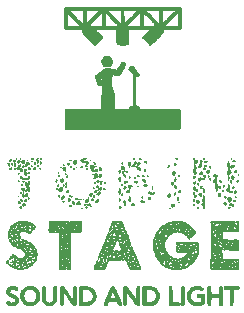
<source format=gbr>
G04 #@! TF.GenerationSoftware,KiCad,Pcbnew,(5.1.7)-1*
G04 #@! TF.CreationDate,2022-02-27T16:51:40+00:00*
G04 #@! TF.ProjectId,TOBIN,544f4249-4e2e-46b6-9963-61645f706362,rev?*
G04 #@! TF.SameCoordinates,Original*
G04 #@! TF.FileFunction,Legend,Top*
G04 #@! TF.FilePolarity,Positive*
%FSLAX46Y46*%
G04 Gerber Fmt 4.6, Leading zero omitted, Abs format (unit mm)*
G04 Created by KiCad (PCBNEW (5.1.7)-1) date 2022-02-27 16:51:40*
%MOMM*%
%LPD*%
G01*
G04 APERTURE LIST*
%ADD10C,0.010000*%
G04 APERTURE END LIST*
D10*
G36*
X96825633Y-45715677D02*
G01*
X96829936Y-45727373D01*
X96809342Y-45749930D01*
X96791797Y-45752798D01*
X96757962Y-45739069D01*
X96753659Y-45727373D01*
X96774253Y-45704816D01*
X96791797Y-45701948D01*
X96825633Y-45715677D01*
G37*
X96825633Y-45715677D02*
X96829936Y-45727373D01*
X96809342Y-45749930D01*
X96791797Y-45752798D01*
X96757962Y-45739069D01*
X96753659Y-45727373D01*
X96774253Y-45704816D01*
X96791797Y-45701948D01*
X96825633Y-45715677D01*
G36*
X95870904Y-47173349D02*
G01*
X95893580Y-47195229D01*
X95887500Y-47211178D01*
X95833315Y-47236463D01*
X95772666Y-47235929D01*
X95737988Y-47216382D01*
X95723438Y-47187147D01*
X95748740Y-47169050D01*
X95774398Y-47161734D01*
X95825614Y-47159752D01*
X95870904Y-47173349D01*
G37*
X95870904Y-47173349D02*
X95893580Y-47195229D01*
X95887500Y-47211178D01*
X95833315Y-47236463D01*
X95772666Y-47235929D01*
X95737988Y-47216382D01*
X95723438Y-47187147D01*
X95748740Y-47169050D01*
X95774398Y-47161734D01*
X95825614Y-47159752D01*
X95870904Y-47173349D01*
G36*
X82528134Y-44227273D02*
G01*
X82529982Y-44269424D01*
X82521161Y-44282554D01*
X82489992Y-44291679D01*
X82477283Y-44278124D01*
X82475435Y-44235973D01*
X82484256Y-44222842D01*
X82515424Y-44213718D01*
X82528134Y-44227273D01*
G37*
X82528134Y-44227273D02*
X82529982Y-44269424D01*
X82521161Y-44282554D01*
X82489992Y-44291679D01*
X82477283Y-44278124D01*
X82475435Y-44235973D01*
X82484256Y-44222842D01*
X82515424Y-44213718D01*
X82528134Y-44227273D01*
G36*
X99443168Y-46966827D02*
G01*
X99448754Y-46985932D01*
X99443528Y-47019856D01*
X99439155Y-47024070D01*
X99417218Y-47007221D01*
X99397904Y-46985932D01*
X99380177Y-46955857D01*
X99403535Y-46947829D01*
X99407503Y-46947793D01*
X99443168Y-46966827D01*
G37*
X99443168Y-46966827D02*
X99448754Y-46985932D01*
X99443528Y-47019856D01*
X99439155Y-47024070D01*
X99417218Y-47007221D01*
X99397904Y-46985932D01*
X99380177Y-46955857D01*
X99403535Y-46947829D01*
X99407503Y-46947793D01*
X99443168Y-46966827D01*
G36*
X101132799Y-47237234D02*
G01*
X101171451Y-47260132D01*
X101177110Y-47286593D01*
X101173821Y-47290662D01*
X101130601Y-47309264D01*
X101066875Y-47317074D01*
X101012356Y-47311278D01*
X101002804Y-47306845D01*
X100979812Y-47274792D01*
X100998901Y-47245753D01*
X101051671Y-47228841D01*
X101075982Y-47227473D01*
X101132799Y-47237234D01*
G37*
X101132799Y-47237234D02*
X101171451Y-47260132D01*
X101177110Y-47286593D01*
X101173821Y-47290662D01*
X101130601Y-47309264D01*
X101066875Y-47317074D01*
X101012356Y-47311278D01*
X101002804Y-47306845D01*
X100979812Y-47274792D01*
X100998901Y-47245753D01*
X101051671Y-47228841D01*
X101075982Y-47227473D01*
X101132799Y-47237234D01*
G36*
X91695636Y-45367411D02*
G01*
X91704640Y-45418458D01*
X91699609Y-45454050D01*
X91676754Y-45494228D01*
X91648383Y-45486385D01*
X91633954Y-45460406D01*
X91629063Y-45409391D01*
X91644378Y-45363343D01*
X91669176Y-45345992D01*
X91695636Y-45367411D01*
G37*
X91695636Y-45367411D02*
X91704640Y-45418458D01*
X91699609Y-45454050D01*
X91676754Y-45494228D01*
X91648383Y-45486385D01*
X91633954Y-45460406D01*
X91629063Y-45409391D01*
X91644378Y-45363343D01*
X91669176Y-45345992D01*
X91695636Y-45367411D01*
G36*
X91637530Y-45528861D02*
G01*
X91638704Y-45554341D01*
X91627716Y-45585454D01*
X91598342Y-45622441D01*
X91563915Y-45612940D01*
X91554160Y-45600246D01*
X91550846Y-45557600D01*
X91583910Y-45527791D01*
X91606511Y-45523970D01*
X91637530Y-45528861D01*
G37*
X91637530Y-45528861D02*
X91638704Y-45554341D01*
X91627716Y-45585454D01*
X91598342Y-45622441D01*
X91563915Y-45612940D01*
X91554160Y-45600246D01*
X91550846Y-45557600D01*
X91583910Y-45527791D01*
X91606511Y-45523970D01*
X91637530Y-45528861D01*
G36*
X90066154Y-46158604D02*
G01*
X90078100Y-46205843D01*
X90054899Y-46233887D01*
X90041347Y-46235881D01*
X90008738Y-46217361D01*
X90001840Y-46208241D01*
X90002075Y-46168878D01*
X90014111Y-46151246D01*
X90045261Y-46137001D01*
X90066154Y-46158604D01*
G37*
X90066154Y-46158604D02*
X90078100Y-46205843D01*
X90054899Y-46233887D01*
X90041347Y-46235881D01*
X90008738Y-46217361D01*
X90001840Y-46208241D01*
X90002075Y-46168878D01*
X90014111Y-46151246D01*
X90045261Y-46137001D01*
X90066154Y-46158604D01*
G36*
X92143182Y-46269782D02*
G01*
X92139692Y-46284897D01*
X92126232Y-46286732D01*
X92105304Y-46277430D01*
X92109282Y-46269782D01*
X92139456Y-46266739D01*
X92143182Y-46269782D01*
G37*
X92143182Y-46269782D02*
X92139692Y-46284897D01*
X92126232Y-46286732D01*
X92105304Y-46277430D01*
X92109282Y-46269782D01*
X92139456Y-46266739D01*
X92143182Y-46269782D01*
G36*
X89916472Y-46482309D02*
G01*
X89918144Y-46483890D01*
X89923820Y-46511368D01*
X89904030Y-46523787D01*
X89862934Y-46525329D01*
X89851056Y-46516208D01*
X89852474Y-46487038D01*
X89881869Y-46472082D01*
X89916472Y-46482309D01*
G37*
X89916472Y-46482309D02*
X89918144Y-46483890D01*
X89923820Y-46511368D01*
X89904030Y-46523787D01*
X89862934Y-46525329D01*
X89851056Y-46516208D01*
X89852474Y-46487038D01*
X89881869Y-46472082D01*
X89916472Y-46482309D01*
G36*
X92644223Y-25609112D02*
G01*
X93065913Y-25609611D01*
X93477401Y-25610407D01*
X93875639Y-25611501D01*
X94257577Y-25612895D01*
X94620169Y-25614593D01*
X94960367Y-25616596D01*
X95275121Y-25618907D01*
X95561385Y-25621528D01*
X95816109Y-25624461D01*
X96036247Y-25627709D01*
X96218749Y-25631273D01*
X96360568Y-25635157D01*
X96458655Y-25639362D01*
X96509963Y-25643891D01*
X96516165Y-25645483D01*
X96588394Y-25680092D01*
X96595103Y-26516783D01*
X96596862Y-26744972D01*
X96597887Y-26927796D01*
X96597878Y-27070739D01*
X96596536Y-27179285D01*
X96593561Y-27258917D01*
X96588654Y-27315120D01*
X96581515Y-27353377D01*
X96571846Y-27379173D01*
X96559345Y-27397991D01*
X96546177Y-27412696D01*
X96490541Y-27471918D01*
X95050156Y-27471918D01*
X95050156Y-27581556D01*
X95038165Y-27677198D01*
X95008474Y-27775831D01*
X94999807Y-27795405D01*
X94966348Y-27845823D01*
X94904551Y-27921262D01*
X94820033Y-28016153D01*
X94718411Y-28124924D01*
X94605303Y-28242006D01*
X94486324Y-28361829D01*
X94367093Y-28478822D01*
X94253226Y-28587415D01*
X94150340Y-28682039D01*
X94064053Y-28757124D01*
X93999980Y-28807098D01*
X93963740Y-28826392D01*
X93960421Y-28826115D01*
X93928102Y-28803357D01*
X93869473Y-28752003D01*
X93791778Y-28679319D01*
X93702260Y-28592567D01*
X93608163Y-28499014D01*
X93516730Y-28405922D01*
X93435204Y-28320558D01*
X93370829Y-28250184D01*
X93330849Y-28202066D01*
X93321227Y-28185066D01*
X93338291Y-28159130D01*
X93385654Y-28103634D01*
X93457570Y-28024887D01*
X93548293Y-27929198D01*
X93639045Y-27836068D01*
X93741459Y-27731109D01*
X93830152Y-27638067D01*
X93899395Y-27563128D01*
X93943461Y-27512478D01*
X93956863Y-27492878D01*
X93932383Y-27488068D01*
X93862726Y-27483647D01*
X93753566Y-27479744D01*
X93610575Y-27476490D01*
X93439427Y-27474014D01*
X93245794Y-27472447D01*
X93041547Y-27471918D01*
X92126232Y-27471918D01*
X92126232Y-28092761D01*
X92125620Y-28267166D01*
X92123900Y-28425953D01*
X92121248Y-28561625D01*
X92117839Y-28666686D01*
X92113847Y-28733641D01*
X92110799Y-28753822D01*
X92099072Y-28768474D01*
X92072202Y-28779149D01*
X92023270Y-28786443D01*
X91945356Y-28790956D01*
X91831541Y-28793285D01*
X91674906Y-28794028D01*
X91645514Y-28794040D01*
X91460698Y-28792672D01*
X91323320Y-28788427D01*
X91230035Y-28781094D01*
X91177499Y-28770458D01*
X91165151Y-28763529D01*
X91154739Y-28736392D01*
X91146691Y-28675812D01*
X91140836Y-28578079D01*
X91137003Y-28439486D01*
X91135019Y-28256326D01*
X91134640Y-28102468D01*
X91134640Y-27471918D01*
X90219325Y-27471918D01*
X89980986Y-27472561D01*
X89772430Y-27474427D01*
X89597446Y-27477417D01*
X89459824Y-27481432D01*
X89363353Y-27486374D01*
X89311824Y-27492144D01*
X89304010Y-27495690D01*
X89321340Y-27520398D01*
X89369410Y-27574178D01*
X89442333Y-27650823D01*
X89534225Y-27744127D01*
X89621828Y-27830894D01*
X89725324Y-27934296D01*
X89814724Y-28027402D01*
X89884103Y-28103734D01*
X89927540Y-28156812D01*
X89939645Y-28178564D01*
X89922226Y-28208305D01*
X89874748Y-28265265D01*
X89804382Y-28342296D01*
X89718297Y-28432251D01*
X89623663Y-28527984D01*
X89527651Y-28622346D01*
X89437429Y-28708192D01*
X89360168Y-28778373D01*
X89303038Y-28825743D01*
X89273209Y-28843155D01*
X89272937Y-28843149D01*
X89246976Y-28825252D01*
X89190603Y-28775741D01*
X89108887Y-28699429D01*
X89006900Y-28601128D01*
X88889709Y-28485651D01*
X88773641Y-28369204D01*
X88618511Y-28211110D01*
X88495949Y-28082636D01*
X88401860Y-27978162D01*
X88332152Y-27892069D01*
X88282729Y-27818739D01*
X88249497Y-27752551D01*
X88228364Y-27687888D01*
X88215235Y-27619130D01*
X88212520Y-27599045D01*
X88198004Y-27484630D01*
X87487293Y-27477863D01*
X87278440Y-27475738D01*
X87114413Y-27473483D01*
X86989188Y-27470617D01*
X86896740Y-27466655D01*
X86831045Y-27461116D01*
X86786080Y-27453516D01*
X86755819Y-27443373D01*
X86734240Y-27430204D01*
X86718174Y-27416223D01*
X86659765Y-27361352D01*
X86659765Y-26671334D01*
X86914337Y-26671334D01*
X86914906Y-26815226D01*
X86916589Y-26948256D01*
X86919406Y-27061610D01*
X86923373Y-27146473D01*
X86928509Y-27194032D01*
X86930970Y-27200713D01*
X86961011Y-27206288D01*
X87032726Y-27210717D01*
X87136950Y-27214009D01*
X87264519Y-27216171D01*
X87406269Y-27217211D01*
X87553034Y-27217138D01*
X87695652Y-27215958D01*
X87824958Y-27213681D01*
X87931787Y-27210313D01*
X88006975Y-27205863D01*
X88041358Y-27200338D01*
X88042167Y-27199760D01*
X88028904Y-27178822D01*
X87984598Y-27127547D01*
X87978799Y-27121236D01*
X88845793Y-27121236D01*
X88857576Y-27137370D01*
X88885991Y-27141387D01*
X88918865Y-27154676D01*
X88922628Y-27165124D01*
X88930824Y-27179917D01*
X88959179Y-27191313D01*
X89013347Y-27199814D01*
X89098979Y-27205919D01*
X89221728Y-27210131D01*
X89387247Y-27212948D01*
X89472744Y-27213854D01*
X89883021Y-27217663D01*
X89898371Y-27109605D01*
X89903494Y-27048651D01*
X89907420Y-26952817D01*
X89909569Y-26857796D01*
X90138234Y-26857796D01*
X90139424Y-26984685D01*
X90142182Y-27088108D01*
X90146613Y-27158774D01*
X90151923Y-27186392D01*
X90183626Y-27197928D01*
X90256249Y-27206478D01*
X90360579Y-27212173D01*
X90487400Y-27215143D01*
X90627496Y-27215517D01*
X90771654Y-27213427D01*
X90910656Y-27209002D01*
X91035290Y-27202373D01*
X91136339Y-27193670D01*
X91204588Y-27183023D01*
X91230074Y-27171423D01*
X92034704Y-27171423D01*
X92052988Y-27194633D01*
X92053687Y-27195082D01*
X92089582Y-27202109D01*
X92166428Y-27207780D01*
X92274399Y-27212063D01*
X92403672Y-27214930D01*
X92544421Y-27216350D01*
X92686822Y-27216294D01*
X92821049Y-27214732D01*
X92937279Y-27211634D01*
X93025686Y-27206970D01*
X93076445Y-27200711D01*
X93083396Y-27198205D01*
X93096172Y-27166180D01*
X93106663Y-27093872D01*
X93114827Y-26990190D01*
X93120623Y-26864041D01*
X93124011Y-26724334D01*
X93124222Y-26691832D01*
X93348788Y-26691832D01*
X93349908Y-26828548D01*
X93352444Y-26950652D01*
X93356452Y-27048793D01*
X93361987Y-27113622D01*
X93362657Y-27118103D01*
X93378577Y-27217663D01*
X93763065Y-27217383D01*
X93905684Y-27216302D01*
X94037278Y-27213517D01*
X94146131Y-27209406D01*
X94220525Y-27204344D01*
X94237966Y-27202144D01*
X94243435Y-27200585D01*
X95219531Y-27200585D01*
X95249213Y-27205591D01*
X95322084Y-27209432D01*
X95430488Y-27211956D01*
X95566775Y-27213013D01*
X95723290Y-27212451D01*
X95785857Y-27211790D01*
X96334140Y-27204951D01*
X96340983Y-26639235D01*
X96342108Y-26475789D01*
X96341476Y-26330856D01*
X96339253Y-26211649D01*
X96335605Y-26125382D01*
X96330699Y-26079271D01*
X96327938Y-26073519D01*
X96303514Y-26090762D01*
X96249845Y-26138952D01*
X96172154Y-26212781D01*
X96075659Y-26306938D01*
X95965584Y-26416116D01*
X95847148Y-26535005D01*
X95725572Y-26658297D01*
X95606078Y-26780682D01*
X95493887Y-26896853D01*
X95394219Y-27001499D01*
X95312296Y-27089313D01*
X95253339Y-27154985D01*
X95222568Y-27193206D01*
X95219531Y-27200585D01*
X94243435Y-27200585D01*
X94316996Y-27179619D01*
X94383164Y-27145839D01*
X94384837Y-27144599D01*
X94441295Y-27102012D01*
X94332562Y-26995112D01*
X94259238Y-26924043D01*
X94188544Y-26857157D01*
X94153910Y-26825323D01*
X94107905Y-26777324D01*
X94084673Y-26740127D01*
X94083990Y-26735794D01*
X94064347Y-26710372D01*
X94056000Y-26709155D01*
X94029640Y-26692085D01*
X93973783Y-26644719D01*
X93894787Y-26572823D01*
X93799006Y-26482161D01*
X93707534Y-26393064D01*
X93603252Y-26291785D01*
X93511070Y-26205242D01*
X93437101Y-26138931D01*
X93387457Y-26098351D01*
X93368728Y-26088302D01*
X93362507Y-26116333D01*
X93357371Y-26185854D01*
X93353376Y-26287515D01*
X93350577Y-26411965D01*
X93349030Y-26549854D01*
X93348788Y-26691832D01*
X93124222Y-26691832D01*
X93124950Y-26579975D01*
X93123399Y-26439873D01*
X93119316Y-26312935D01*
X93112661Y-26208069D01*
X93103393Y-26134184D01*
X93091471Y-26100187D01*
X93088451Y-26098945D01*
X93054574Y-26116612D01*
X92989784Y-26170024D01*
X92893420Y-26259793D01*
X92764826Y-26386533D01*
X92603343Y-26550858D01*
X92600821Y-26553453D01*
X92497348Y-26658752D01*
X92381607Y-26774668D01*
X92274025Y-26880790D01*
X92244593Y-26909409D01*
X92142608Y-27010851D01*
X92075985Y-27084813D01*
X92041193Y-27136576D01*
X92034704Y-27171423D01*
X91230074Y-27171423D01*
X91230677Y-27171149D01*
X91218222Y-27140582D01*
X91175841Y-27083591D01*
X91110478Y-27008773D01*
X91042087Y-26937634D01*
X90954937Y-26850376D01*
X90843142Y-26738199D01*
X90717849Y-26612302D01*
X90590208Y-26483887D01*
X90512795Y-26405914D01*
X90407672Y-26301920D01*
X90314384Y-26213308D01*
X90238834Y-26145391D01*
X90186928Y-26103480D01*
X90164666Y-26092782D01*
X90157923Y-26123845D01*
X90151988Y-26196465D01*
X90146970Y-26301352D01*
X90142978Y-26429218D01*
X90140119Y-26570773D01*
X90138501Y-26716729D01*
X90138234Y-26857796D01*
X89909569Y-26857796D01*
X89910158Y-26831781D01*
X89911715Y-26695218D01*
X89912099Y-26552807D01*
X89911319Y-26414225D01*
X89909381Y-26289147D01*
X89906295Y-26187252D01*
X89902068Y-26118216D01*
X89897539Y-26092523D01*
X89885133Y-26091042D01*
X89857485Y-26106987D01*
X89811681Y-26143001D01*
X89744805Y-26201728D01*
X89653943Y-26285809D01*
X89536180Y-26397889D01*
X89388601Y-26540610D01*
X89208293Y-26716615D01*
X89196075Y-26728581D01*
X89062190Y-26861049D01*
X88963000Y-26962847D01*
X88895724Y-27037676D01*
X88857582Y-27089239D01*
X88845793Y-27121236D01*
X87978799Y-27121236D01*
X87914476Y-27051239D01*
X87823759Y-26955205D01*
X87717674Y-26844751D01*
X87601445Y-26725185D01*
X87480295Y-26601811D01*
X87359450Y-26479937D01*
X87244134Y-26364869D01*
X87139570Y-26261913D01*
X87050985Y-26176375D01*
X86983601Y-26113561D01*
X86942644Y-26078779D01*
X86933306Y-26073519D01*
X86927571Y-26097471D01*
X86922841Y-26163449D01*
X86919135Y-26262639D01*
X86916470Y-26386226D01*
X86914864Y-26525396D01*
X86914337Y-26671334D01*
X86659765Y-26671334D01*
X86659765Y-25857403D01*
X87108016Y-25857403D01*
X87177151Y-25933679D01*
X87212885Y-25971635D01*
X87278905Y-26040326D01*
X87369844Y-26134225D01*
X87480338Y-26247807D01*
X87605019Y-26375547D01*
X87738523Y-26511917D01*
X87747570Y-26521144D01*
X87903641Y-26679218D01*
X88027845Y-26802438D01*
X88122876Y-26893255D01*
X88191425Y-26954117D01*
X88236185Y-26987474D01*
X88259847Y-26995776D01*
X88264527Y-26991514D01*
X88269066Y-26954745D01*
X88272807Y-26875293D01*
X88275570Y-26761325D01*
X88277176Y-26621004D01*
X88277446Y-26462496D01*
X88277239Y-26412566D01*
X88275668Y-26252162D01*
X88272955Y-26109353D01*
X88269354Y-25991822D01*
X88265120Y-25907251D01*
X88260507Y-25863325D01*
X88258952Y-25859066D01*
X88230155Y-25854915D01*
X88157978Y-25851798D01*
X88049885Y-25849823D01*
X87913337Y-25849101D01*
X87755799Y-25849739D01*
X87675820Y-25850550D01*
X87108016Y-25857403D01*
X86659765Y-25857403D01*
X86659765Y-25844690D01*
X88541247Y-25844690D01*
X88541247Y-27034425D01*
X88931842Y-26636605D01*
X89060354Y-26505541D01*
X89189709Y-26373308D01*
X89311107Y-26248923D01*
X89415749Y-26141403D01*
X89494838Y-26059764D01*
X89503914Y-26050349D01*
X89579291Y-25971299D01*
X89639369Y-25906805D01*
X89676727Y-25864923D01*
X89685391Y-25853302D01*
X89661162Y-25850827D01*
X89593258Y-25848630D01*
X89488856Y-25846819D01*
X89355132Y-25845502D01*
X89243797Y-25844992D01*
X90308314Y-25844992D01*
X90894219Y-26429626D01*
X91036108Y-26570676D01*
X91166701Y-26699482D01*
X91281625Y-26811807D01*
X91376504Y-26903416D01*
X91446964Y-26970074D01*
X91488629Y-27007544D01*
X91498073Y-27014260D01*
X91503178Y-26990018D01*
X91507718Y-26922024D01*
X91511476Y-26817375D01*
X91514234Y-26683170D01*
X91515773Y-26526504D01*
X91516022Y-26429475D01*
X91516022Y-26041030D01*
X91731607Y-26041030D01*
X91732328Y-26142064D01*
X91732521Y-26149795D01*
X91734776Y-26251687D01*
X91737177Y-26386563D01*
X91739432Y-26536559D01*
X91741187Y-26678268D01*
X91743120Y-26814567D01*
X91746188Y-26907341D01*
X91751518Y-26963913D01*
X91760237Y-26991608D01*
X91773471Y-26997750D01*
X91789345Y-26991367D01*
X91817959Y-26967599D01*
X91877411Y-26912283D01*
X91962875Y-26830116D01*
X92069525Y-26725796D01*
X92192534Y-26604021D01*
X92327076Y-26469489D01*
X92374130Y-26422141D01*
X92509328Y-26285353D01*
X92632153Y-26160075D01*
X92738218Y-26050862D01*
X92823136Y-25962270D01*
X92882519Y-25898852D01*
X92911981Y-25865166D01*
X92914420Y-25861143D01*
X92890181Y-25856453D01*
X92822206Y-25852284D01*
X92717610Y-25848836D01*
X92583508Y-25846310D01*
X92427013Y-25844909D01*
X92332392Y-25844690D01*
X93565967Y-25844690D01*
X93640644Y-25926816D01*
X93723970Y-26016746D01*
X93825665Y-26123808D01*
X93940461Y-26242725D01*
X94063093Y-26368222D01*
X94188295Y-26495026D01*
X94310800Y-26617860D01*
X94425344Y-26731450D01*
X94526659Y-26830520D01*
X94609480Y-26909796D01*
X94668540Y-26964003D01*
X94698575Y-26987865D01*
X94700556Y-26988533D01*
X94706037Y-26964394D01*
X94710901Y-26896576D01*
X94714911Y-26792250D01*
X94717826Y-26658588D01*
X94718206Y-26621112D01*
X94984103Y-26621112D01*
X94984823Y-26752582D01*
X94986579Y-26862584D01*
X94989443Y-26942077D01*
X94992886Y-26979354D01*
X95001328Y-26992079D01*
X95021643Y-26987731D01*
X95057877Y-26962863D01*
X95114077Y-26914025D01*
X95194286Y-26837770D01*
X95302552Y-26730648D01*
X95401728Y-26630875D01*
X95530807Y-26499933D01*
X95659733Y-26368181D01*
X95780003Y-26244377D01*
X95883117Y-26137278D01*
X95960574Y-26055643D01*
X95972502Y-26042858D01*
X96144798Y-25857403D01*
X95581023Y-25850550D01*
X95416737Y-25849224D01*
X95269918Y-25849316D01*
X95148057Y-25850719D01*
X95058647Y-25853321D01*
X95009179Y-25857014D01*
X95001920Y-25859026D01*
X94997436Y-25887667D01*
X94993476Y-25958116D01*
X94990115Y-26061335D01*
X94987423Y-26188284D01*
X94985476Y-26329923D01*
X94984345Y-26477212D01*
X94984103Y-26621112D01*
X94718206Y-26621112D01*
X94719409Y-26502759D01*
X94719625Y-26416762D01*
X94719625Y-25844690D01*
X93565967Y-25844690D01*
X92332392Y-25844690D01*
X91750363Y-25844690D01*
X91738940Y-25901898D01*
X91733966Y-25955009D01*
X91731607Y-26041030D01*
X91516022Y-26041030D01*
X91516022Y-25844690D01*
X90308314Y-25844992D01*
X89243797Y-25844992D01*
X89199262Y-25844788D01*
X89113319Y-25844690D01*
X88541247Y-25844690D01*
X86659765Y-25844690D01*
X86659765Y-25689543D01*
X86747594Y-25652846D01*
X86783995Y-25648154D01*
X86868107Y-25643715D01*
X86996882Y-25639530D01*
X87167272Y-25635603D01*
X87376229Y-25631935D01*
X87620705Y-25628529D01*
X87897651Y-25625387D01*
X88204021Y-25622511D01*
X88536764Y-25619904D01*
X88892834Y-25617568D01*
X89269183Y-25615505D01*
X89662762Y-25613717D01*
X90070523Y-25612208D01*
X90489418Y-25610978D01*
X90916399Y-25610031D01*
X91348418Y-25609368D01*
X91782428Y-25608993D01*
X92215378Y-25608907D01*
X92644223Y-25609112D01*
G37*
X92644223Y-25609112D02*
X93065913Y-25609611D01*
X93477401Y-25610407D01*
X93875639Y-25611501D01*
X94257577Y-25612895D01*
X94620169Y-25614593D01*
X94960367Y-25616596D01*
X95275121Y-25618907D01*
X95561385Y-25621528D01*
X95816109Y-25624461D01*
X96036247Y-25627709D01*
X96218749Y-25631273D01*
X96360568Y-25635157D01*
X96458655Y-25639362D01*
X96509963Y-25643891D01*
X96516165Y-25645483D01*
X96588394Y-25680092D01*
X96595103Y-26516783D01*
X96596862Y-26744972D01*
X96597887Y-26927796D01*
X96597878Y-27070739D01*
X96596536Y-27179285D01*
X96593561Y-27258917D01*
X96588654Y-27315120D01*
X96581515Y-27353377D01*
X96571846Y-27379173D01*
X96559345Y-27397991D01*
X96546177Y-27412696D01*
X96490541Y-27471918D01*
X95050156Y-27471918D01*
X95050156Y-27581556D01*
X95038165Y-27677198D01*
X95008474Y-27775831D01*
X94999807Y-27795405D01*
X94966348Y-27845823D01*
X94904551Y-27921262D01*
X94820033Y-28016153D01*
X94718411Y-28124924D01*
X94605303Y-28242006D01*
X94486324Y-28361829D01*
X94367093Y-28478822D01*
X94253226Y-28587415D01*
X94150340Y-28682039D01*
X94064053Y-28757124D01*
X93999980Y-28807098D01*
X93963740Y-28826392D01*
X93960421Y-28826115D01*
X93928102Y-28803357D01*
X93869473Y-28752003D01*
X93791778Y-28679319D01*
X93702260Y-28592567D01*
X93608163Y-28499014D01*
X93516730Y-28405922D01*
X93435204Y-28320558D01*
X93370829Y-28250184D01*
X93330849Y-28202066D01*
X93321227Y-28185066D01*
X93338291Y-28159130D01*
X93385654Y-28103634D01*
X93457570Y-28024887D01*
X93548293Y-27929198D01*
X93639045Y-27836068D01*
X93741459Y-27731109D01*
X93830152Y-27638067D01*
X93899395Y-27563128D01*
X93943461Y-27512478D01*
X93956863Y-27492878D01*
X93932383Y-27488068D01*
X93862726Y-27483647D01*
X93753566Y-27479744D01*
X93610575Y-27476490D01*
X93439427Y-27474014D01*
X93245794Y-27472447D01*
X93041547Y-27471918D01*
X92126232Y-27471918D01*
X92126232Y-28092761D01*
X92125620Y-28267166D01*
X92123900Y-28425953D01*
X92121248Y-28561625D01*
X92117839Y-28666686D01*
X92113847Y-28733641D01*
X92110799Y-28753822D01*
X92099072Y-28768474D01*
X92072202Y-28779149D01*
X92023270Y-28786443D01*
X91945356Y-28790956D01*
X91831541Y-28793285D01*
X91674906Y-28794028D01*
X91645514Y-28794040D01*
X91460698Y-28792672D01*
X91323320Y-28788427D01*
X91230035Y-28781094D01*
X91177499Y-28770458D01*
X91165151Y-28763529D01*
X91154739Y-28736392D01*
X91146691Y-28675812D01*
X91140836Y-28578079D01*
X91137003Y-28439486D01*
X91135019Y-28256326D01*
X91134640Y-28102468D01*
X91134640Y-27471918D01*
X90219325Y-27471918D01*
X89980986Y-27472561D01*
X89772430Y-27474427D01*
X89597446Y-27477417D01*
X89459824Y-27481432D01*
X89363353Y-27486374D01*
X89311824Y-27492144D01*
X89304010Y-27495690D01*
X89321340Y-27520398D01*
X89369410Y-27574178D01*
X89442333Y-27650823D01*
X89534225Y-27744127D01*
X89621828Y-27830894D01*
X89725324Y-27934296D01*
X89814724Y-28027402D01*
X89884103Y-28103734D01*
X89927540Y-28156812D01*
X89939645Y-28178564D01*
X89922226Y-28208305D01*
X89874748Y-28265265D01*
X89804382Y-28342296D01*
X89718297Y-28432251D01*
X89623663Y-28527984D01*
X89527651Y-28622346D01*
X89437429Y-28708192D01*
X89360168Y-28778373D01*
X89303038Y-28825743D01*
X89273209Y-28843155D01*
X89272937Y-28843149D01*
X89246976Y-28825252D01*
X89190603Y-28775741D01*
X89108887Y-28699429D01*
X89006900Y-28601128D01*
X88889709Y-28485651D01*
X88773641Y-28369204D01*
X88618511Y-28211110D01*
X88495949Y-28082636D01*
X88401860Y-27978162D01*
X88332152Y-27892069D01*
X88282729Y-27818739D01*
X88249497Y-27752551D01*
X88228364Y-27687888D01*
X88215235Y-27619130D01*
X88212520Y-27599045D01*
X88198004Y-27484630D01*
X87487293Y-27477863D01*
X87278440Y-27475738D01*
X87114413Y-27473483D01*
X86989188Y-27470617D01*
X86896740Y-27466655D01*
X86831045Y-27461116D01*
X86786080Y-27453516D01*
X86755819Y-27443373D01*
X86734240Y-27430204D01*
X86718174Y-27416223D01*
X86659765Y-27361352D01*
X86659765Y-26671334D01*
X86914337Y-26671334D01*
X86914906Y-26815226D01*
X86916589Y-26948256D01*
X86919406Y-27061610D01*
X86923373Y-27146473D01*
X86928509Y-27194032D01*
X86930970Y-27200713D01*
X86961011Y-27206288D01*
X87032726Y-27210717D01*
X87136950Y-27214009D01*
X87264519Y-27216171D01*
X87406269Y-27217211D01*
X87553034Y-27217138D01*
X87695652Y-27215958D01*
X87824958Y-27213681D01*
X87931787Y-27210313D01*
X88006975Y-27205863D01*
X88041358Y-27200338D01*
X88042167Y-27199760D01*
X88028904Y-27178822D01*
X87984598Y-27127547D01*
X87978799Y-27121236D01*
X88845793Y-27121236D01*
X88857576Y-27137370D01*
X88885991Y-27141387D01*
X88918865Y-27154676D01*
X88922628Y-27165124D01*
X88930824Y-27179917D01*
X88959179Y-27191313D01*
X89013347Y-27199814D01*
X89098979Y-27205919D01*
X89221728Y-27210131D01*
X89387247Y-27212948D01*
X89472744Y-27213854D01*
X89883021Y-27217663D01*
X89898371Y-27109605D01*
X89903494Y-27048651D01*
X89907420Y-26952817D01*
X89909569Y-26857796D01*
X90138234Y-26857796D01*
X90139424Y-26984685D01*
X90142182Y-27088108D01*
X90146613Y-27158774D01*
X90151923Y-27186392D01*
X90183626Y-27197928D01*
X90256249Y-27206478D01*
X90360579Y-27212173D01*
X90487400Y-27215143D01*
X90627496Y-27215517D01*
X90771654Y-27213427D01*
X90910656Y-27209002D01*
X91035290Y-27202373D01*
X91136339Y-27193670D01*
X91204588Y-27183023D01*
X91230074Y-27171423D01*
X92034704Y-27171423D01*
X92052988Y-27194633D01*
X92053687Y-27195082D01*
X92089582Y-27202109D01*
X92166428Y-27207780D01*
X92274399Y-27212063D01*
X92403672Y-27214930D01*
X92544421Y-27216350D01*
X92686822Y-27216294D01*
X92821049Y-27214732D01*
X92937279Y-27211634D01*
X93025686Y-27206970D01*
X93076445Y-27200711D01*
X93083396Y-27198205D01*
X93096172Y-27166180D01*
X93106663Y-27093872D01*
X93114827Y-26990190D01*
X93120623Y-26864041D01*
X93124011Y-26724334D01*
X93124222Y-26691832D01*
X93348788Y-26691832D01*
X93349908Y-26828548D01*
X93352444Y-26950652D01*
X93356452Y-27048793D01*
X93361987Y-27113622D01*
X93362657Y-27118103D01*
X93378577Y-27217663D01*
X93763065Y-27217383D01*
X93905684Y-27216302D01*
X94037278Y-27213517D01*
X94146131Y-27209406D01*
X94220525Y-27204344D01*
X94237966Y-27202144D01*
X94243435Y-27200585D01*
X95219531Y-27200585D01*
X95249213Y-27205591D01*
X95322084Y-27209432D01*
X95430488Y-27211956D01*
X95566775Y-27213013D01*
X95723290Y-27212451D01*
X95785857Y-27211790D01*
X96334140Y-27204951D01*
X96340983Y-26639235D01*
X96342108Y-26475789D01*
X96341476Y-26330856D01*
X96339253Y-26211649D01*
X96335605Y-26125382D01*
X96330699Y-26079271D01*
X96327938Y-26073519D01*
X96303514Y-26090762D01*
X96249845Y-26138952D01*
X96172154Y-26212781D01*
X96075659Y-26306938D01*
X95965584Y-26416116D01*
X95847148Y-26535005D01*
X95725572Y-26658297D01*
X95606078Y-26780682D01*
X95493887Y-26896853D01*
X95394219Y-27001499D01*
X95312296Y-27089313D01*
X95253339Y-27154985D01*
X95222568Y-27193206D01*
X95219531Y-27200585D01*
X94243435Y-27200585D01*
X94316996Y-27179619D01*
X94383164Y-27145839D01*
X94384837Y-27144599D01*
X94441295Y-27102012D01*
X94332562Y-26995112D01*
X94259238Y-26924043D01*
X94188544Y-26857157D01*
X94153910Y-26825323D01*
X94107905Y-26777324D01*
X94084673Y-26740127D01*
X94083990Y-26735794D01*
X94064347Y-26710372D01*
X94056000Y-26709155D01*
X94029640Y-26692085D01*
X93973783Y-26644719D01*
X93894787Y-26572823D01*
X93799006Y-26482161D01*
X93707534Y-26393064D01*
X93603252Y-26291785D01*
X93511070Y-26205242D01*
X93437101Y-26138931D01*
X93387457Y-26098351D01*
X93368728Y-26088302D01*
X93362507Y-26116333D01*
X93357371Y-26185854D01*
X93353376Y-26287515D01*
X93350577Y-26411965D01*
X93349030Y-26549854D01*
X93348788Y-26691832D01*
X93124222Y-26691832D01*
X93124950Y-26579975D01*
X93123399Y-26439873D01*
X93119316Y-26312935D01*
X93112661Y-26208069D01*
X93103393Y-26134184D01*
X93091471Y-26100187D01*
X93088451Y-26098945D01*
X93054574Y-26116612D01*
X92989784Y-26170024D01*
X92893420Y-26259793D01*
X92764826Y-26386533D01*
X92603343Y-26550858D01*
X92600821Y-26553453D01*
X92497348Y-26658752D01*
X92381607Y-26774668D01*
X92274025Y-26880790D01*
X92244593Y-26909409D01*
X92142608Y-27010851D01*
X92075985Y-27084813D01*
X92041193Y-27136576D01*
X92034704Y-27171423D01*
X91230074Y-27171423D01*
X91230677Y-27171149D01*
X91218222Y-27140582D01*
X91175841Y-27083591D01*
X91110478Y-27008773D01*
X91042087Y-26937634D01*
X90954937Y-26850376D01*
X90843142Y-26738199D01*
X90717849Y-26612302D01*
X90590208Y-26483887D01*
X90512795Y-26405914D01*
X90407672Y-26301920D01*
X90314384Y-26213308D01*
X90238834Y-26145391D01*
X90186928Y-26103480D01*
X90164666Y-26092782D01*
X90157923Y-26123845D01*
X90151988Y-26196465D01*
X90146970Y-26301352D01*
X90142978Y-26429218D01*
X90140119Y-26570773D01*
X90138501Y-26716729D01*
X90138234Y-26857796D01*
X89909569Y-26857796D01*
X89910158Y-26831781D01*
X89911715Y-26695218D01*
X89912099Y-26552807D01*
X89911319Y-26414225D01*
X89909381Y-26289147D01*
X89906295Y-26187252D01*
X89902068Y-26118216D01*
X89897539Y-26092523D01*
X89885133Y-26091042D01*
X89857485Y-26106987D01*
X89811681Y-26143001D01*
X89744805Y-26201728D01*
X89653943Y-26285809D01*
X89536180Y-26397889D01*
X89388601Y-26540610D01*
X89208293Y-26716615D01*
X89196075Y-26728581D01*
X89062190Y-26861049D01*
X88963000Y-26962847D01*
X88895724Y-27037676D01*
X88857582Y-27089239D01*
X88845793Y-27121236D01*
X87978799Y-27121236D01*
X87914476Y-27051239D01*
X87823759Y-26955205D01*
X87717674Y-26844751D01*
X87601445Y-26725185D01*
X87480295Y-26601811D01*
X87359450Y-26479937D01*
X87244134Y-26364869D01*
X87139570Y-26261913D01*
X87050985Y-26176375D01*
X86983601Y-26113561D01*
X86942644Y-26078779D01*
X86933306Y-26073519D01*
X86927571Y-26097471D01*
X86922841Y-26163449D01*
X86919135Y-26262639D01*
X86916470Y-26386226D01*
X86914864Y-26525396D01*
X86914337Y-26671334D01*
X86659765Y-26671334D01*
X86659765Y-25857403D01*
X87108016Y-25857403D01*
X87177151Y-25933679D01*
X87212885Y-25971635D01*
X87278905Y-26040326D01*
X87369844Y-26134225D01*
X87480338Y-26247807D01*
X87605019Y-26375547D01*
X87738523Y-26511917D01*
X87747570Y-26521144D01*
X87903641Y-26679218D01*
X88027845Y-26802438D01*
X88122876Y-26893255D01*
X88191425Y-26954117D01*
X88236185Y-26987474D01*
X88259847Y-26995776D01*
X88264527Y-26991514D01*
X88269066Y-26954745D01*
X88272807Y-26875293D01*
X88275570Y-26761325D01*
X88277176Y-26621004D01*
X88277446Y-26462496D01*
X88277239Y-26412566D01*
X88275668Y-26252162D01*
X88272955Y-26109353D01*
X88269354Y-25991822D01*
X88265120Y-25907251D01*
X88260507Y-25863325D01*
X88258952Y-25859066D01*
X88230155Y-25854915D01*
X88157978Y-25851798D01*
X88049885Y-25849823D01*
X87913337Y-25849101D01*
X87755799Y-25849739D01*
X87675820Y-25850550D01*
X87108016Y-25857403D01*
X86659765Y-25857403D01*
X86659765Y-25844690D01*
X88541247Y-25844690D01*
X88541247Y-27034425D01*
X88931842Y-26636605D01*
X89060354Y-26505541D01*
X89189709Y-26373308D01*
X89311107Y-26248923D01*
X89415749Y-26141403D01*
X89494838Y-26059764D01*
X89503914Y-26050349D01*
X89579291Y-25971299D01*
X89639369Y-25906805D01*
X89676727Y-25864923D01*
X89685391Y-25853302D01*
X89661162Y-25850827D01*
X89593258Y-25848630D01*
X89488856Y-25846819D01*
X89355132Y-25845502D01*
X89243797Y-25844992D01*
X90308314Y-25844992D01*
X90894219Y-26429626D01*
X91036108Y-26570676D01*
X91166701Y-26699482D01*
X91281625Y-26811807D01*
X91376504Y-26903416D01*
X91446964Y-26970074D01*
X91488629Y-27007544D01*
X91498073Y-27014260D01*
X91503178Y-26990018D01*
X91507718Y-26922024D01*
X91511476Y-26817375D01*
X91514234Y-26683170D01*
X91515773Y-26526504D01*
X91516022Y-26429475D01*
X91516022Y-26041030D01*
X91731607Y-26041030D01*
X91732328Y-26142064D01*
X91732521Y-26149795D01*
X91734776Y-26251687D01*
X91737177Y-26386563D01*
X91739432Y-26536559D01*
X91741187Y-26678268D01*
X91743120Y-26814567D01*
X91746188Y-26907341D01*
X91751518Y-26963913D01*
X91760237Y-26991608D01*
X91773471Y-26997750D01*
X91789345Y-26991367D01*
X91817959Y-26967599D01*
X91877411Y-26912283D01*
X91962875Y-26830116D01*
X92069525Y-26725796D01*
X92192534Y-26604021D01*
X92327076Y-26469489D01*
X92374130Y-26422141D01*
X92509328Y-26285353D01*
X92632153Y-26160075D01*
X92738218Y-26050862D01*
X92823136Y-25962270D01*
X92882519Y-25898852D01*
X92911981Y-25865166D01*
X92914420Y-25861143D01*
X92890181Y-25856453D01*
X92822206Y-25852284D01*
X92717610Y-25848836D01*
X92583508Y-25846310D01*
X92427013Y-25844909D01*
X92332392Y-25844690D01*
X93565967Y-25844690D01*
X93640644Y-25926816D01*
X93723970Y-26016746D01*
X93825665Y-26123808D01*
X93940461Y-26242725D01*
X94063093Y-26368222D01*
X94188295Y-26495026D01*
X94310800Y-26617860D01*
X94425344Y-26731450D01*
X94526659Y-26830520D01*
X94609480Y-26909796D01*
X94668540Y-26964003D01*
X94698575Y-26987865D01*
X94700556Y-26988533D01*
X94706037Y-26964394D01*
X94710901Y-26896576D01*
X94714911Y-26792250D01*
X94717826Y-26658588D01*
X94718206Y-26621112D01*
X94984103Y-26621112D01*
X94984823Y-26752582D01*
X94986579Y-26862584D01*
X94989443Y-26942077D01*
X94992886Y-26979354D01*
X95001328Y-26992079D01*
X95021643Y-26987731D01*
X95057877Y-26962863D01*
X95114077Y-26914025D01*
X95194286Y-26837770D01*
X95302552Y-26730648D01*
X95401728Y-26630875D01*
X95530807Y-26499933D01*
X95659733Y-26368181D01*
X95780003Y-26244377D01*
X95883117Y-26137278D01*
X95960574Y-26055643D01*
X95972502Y-26042858D01*
X96144798Y-25857403D01*
X95581023Y-25850550D01*
X95416737Y-25849224D01*
X95269918Y-25849316D01*
X95148057Y-25850719D01*
X95058647Y-25853321D01*
X95009179Y-25857014D01*
X95001920Y-25859026D01*
X94997436Y-25887667D01*
X94993476Y-25958116D01*
X94990115Y-26061335D01*
X94987423Y-26188284D01*
X94985476Y-26329923D01*
X94984345Y-26477212D01*
X94984103Y-26621112D01*
X94718206Y-26621112D01*
X94719409Y-26502759D01*
X94719625Y-26416762D01*
X94719625Y-25844690D01*
X93565967Y-25844690D01*
X92332392Y-25844690D01*
X91750363Y-25844690D01*
X91738940Y-25901898D01*
X91733966Y-25955009D01*
X91731607Y-26041030D01*
X91516022Y-26041030D01*
X91516022Y-25844690D01*
X90308314Y-25844992D01*
X89243797Y-25844992D01*
X89199262Y-25844788D01*
X89113319Y-25844690D01*
X88541247Y-25844690D01*
X86659765Y-25844690D01*
X86659765Y-25689543D01*
X86747594Y-25652846D01*
X86783995Y-25648154D01*
X86868107Y-25643715D01*
X86996882Y-25639530D01*
X87167272Y-25635603D01*
X87376229Y-25631935D01*
X87620705Y-25628529D01*
X87897651Y-25625387D01*
X88204021Y-25622511D01*
X88536764Y-25619904D01*
X88892834Y-25617568D01*
X89269183Y-25615505D01*
X89662762Y-25613717D01*
X90070523Y-25612208D01*
X90489418Y-25610978D01*
X90916399Y-25610031D01*
X91348418Y-25609368D01*
X91782428Y-25608993D01*
X92215378Y-25608907D01*
X92644223Y-25609112D01*
G36*
X90412673Y-29761183D02*
G01*
X90480380Y-29767169D01*
X90527486Y-29782743D01*
X90569114Y-29812487D01*
X90610611Y-29851480D01*
X90668958Y-29919791D01*
X90710040Y-29989231D01*
X90719497Y-30017274D01*
X90736965Y-30074957D01*
X90756543Y-30105479D01*
X90771594Y-30137845D01*
X90778617Y-30198386D01*
X90778684Y-30205151D01*
X90772746Y-30267274D01*
X90758274Y-30303491D01*
X90756543Y-30304823D01*
X90735260Y-30337522D01*
X90718709Y-30388956D01*
X90670311Y-30496199D01*
X90581786Y-30577518D01*
X90458545Y-30629614D01*
X90306003Y-30649186D01*
X90291678Y-30649243D01*
X90195964Y-30645525D01*
X90130261Y-30631389D01*
X90073896Y-30600500D01*
X90035144Y-30570624D01*
X89960973Y-30491359D01*
X89896649Y-30389854D01*
X89852330Y-30284993D01*
X89837944Y-30204027D01*
X89854853Y-30114826D01*
X89899270Y-30009797D01*
X89961724Y-29908018D01*
X90017198Y-29842838D01*
X90061956Y-29801874D01*
X90102497Y-29777319D01*
X90153622Y-29764984D01*
X90230133Y-29760681D01*
X90309240Y-29760206D01*
X90412673Y-29761183D01*
G37*
X90412673Y-29761183D02*
X90480380Y-29767169D01*
X90527486Y-29782743D01*
X90569114Y-29812487D01*
X90610611Y-29851480D01*
X90668958Y-29919791D01*
X90710040Y-29989231D01*
X90719497Y-30017274D01*
X90736965Y-30074957D01*
X90756543Y-30105479D01*
X90771594Y-30137845D01*
X90778617Y-30198386D01*
X90778684Y-30205151D01*
X90772746Y-30267274D01*
X90758274Y-30303491D01*
X90756543Y-30304823D01*
X90735260Y-30337522D01*
X90718709Y-30388956D01*
X90670311Y-30496199D01*
X90581786Y-30577518D01*
X90458545Y-30629614D01*
X90306003Y-30649186D01*
X90291678Y-30649243D01*
X90195964Y-30645525D01*
X90130261Y-30631389D01*
X90073896Y-30600500D01*
X90035144Y-30570624D01*
X89960973Y-30491359D01*
X89896649Y-30389854D01*
X89852330Y-30284993D01*
X89837944Y-30204027D01*
X89854853Y-30114826D01*
X89899270Y-30009797D01*
X89961724Y-29908018D01*
X90017198Y-29842838D01*
X90061956Y-29801874D01*
X90102497Y-29777319D01*
X90153622Y-29764984D01*
X90230133Y-29760681D01*
X90309240Y-29760206D01*
X90412673Y-29761183D01*
G36*
X91695037Y-30254122D02*
G01*
X91781535Y-30296651D01*
X91848545Y-30350158D01*
X91871978Y-30402697D01*
X91861145Y-30441156D01*
X91831852Y-30513906D01*
X91788904Y-30610994D01*
X91737105Y-30722464D01*
X91681263Y-30838364D01*
X91626182Y-30948739D01*
X91576668Y-31043636D01*
X91537526Y-31113100D01*
X91513563Y-31147178D01*
X91511962Y-31148401D01*
X91492607Y-31182514D01*
X91490596Y-31199950D01*
X91471649Y-31252754D01*
X91423070Y-31307620D01*
X91357252Y-31357045D01*
X91286586Y-31393525D01*
X91223467Y-31409558D01*
X91180286Y-31397640D01*
X91175001Y-31391030D01*
X91144422Y-31377502D01*
X91078239Y-31364045D01*
X91002510Y-31354784D01*
X90918384Y-31343255D01*
X90857381Y-31327561D01*
X90834403Y-31313049D01*
X90804755Y-31289760D01*
X90779603Y-31285731D01*
X90758488Y-31291432D01*
X90743702Y-31314414D01*
X90733170Y-31363495D01*
X90724817Y-31447494D01*
X90718273Y-31546342D01*
X90705265Y-31801213D01*
X90699910Y-32010226D01*
X90702450Y-32177830D01*
X90713129Y-32308475D01*
X90732187Y-32406610D01*
X90759868Y-32476684D01*
X90769780Y-32492740D01*
X90794373Y-32554001D01*
X90804110Y-32626223D01*
X90810590Y-32682760D01*
X90826393Y-32709276D01*
X90828383Y-32709555D01*
X90848091Y-32731878D01*
X90866665Y-32787271D01*
X90870357Y-32804901D01*
X90892640Y-32885514D01*
X90923180Y-32954015D01*
X90926127Y-32958739D01*
X90937431Y-32987436D01*
X90945661Y-33036744D01*
X90950806Y-33110664D01*
X90952856Y-33213198D01*
X90951801Y-33348347D01*
X90947631Y-33520113D01*
X90940334Y-33732496D01*
X90929901Y-33989498D01*
X90923055Y-34146092D01*
X90918524Y-34247793D01*
X92215221Y-34247793D01*
X92227934Y-34120666D01*
X92238486Y-34044172D01*
X92255370Y-34004920D01*
X92286322Y-33989324D01*
X92304210Y-33986682D01*
X92376637Y-33977461D01*
X92450406Y-33966461D01*
X92533039Y-33953097D01*
X92533039Y-32593094D01*
X92532909Y-32292144D01*
X92532439Y-32037922D01*
X92531512Y-31826306D01*
X92530007Y-31653174D01*
X92527806Y-31514403D01*
X92524789Y-31405873D01*
X92520838Y-31323459D01*
X92515834Y-31263040D01*
X92509658Y-31220495D01*
X92502191Y-31191700D01*
X92493314Y-31172534D01*
X92491976Y-31170422D01*
X92451367Y-31125134D01*
X92415700Y-31107753D01*
X92383782Y-31093317D01*
X92380486Y-31082812D01*
X92359064Y-31058061D01*
X92322912Y-31043421D01*
X92271520Y-31012418D01*
X92215821Y-30954133D01*
X92170859Y-30887360D01*
X92151677Y-30830889D01*
X92151657Y-30829501D01*
X92168373Y-30773424D01*
X92209125Y-30705120D01*
X92259820Y-30644450D01*
X92306368Y-30611273D01*
X92306545Y-30611217D01*
X92364175Y-30604896D01*
X92441984Y-30609765D01*
X92458472Y-30612246D01*
X92531672Y-30632766D01*
X92574438Y-30671902D01*
X92593602Y-30709645D01*
X92631099Y-30776237D01*
X92688059Y-30854601D01*
X92719501Y-30891637D01*
X92771157Y-30952971D01*
X92804873Y-31001146D01*
X92812250Y-31018764D01*
X92828652Y-31050677D01*
X92869815Y-31104422D01*
X92902010Y-31141148D01*
X92962870Y-31213859D01*
X93013986Y-31285815D01*
X93029264Y-31311988D01*
X93052042Y-31363139D01*
X93044470Y-31392675D01*
X92999388Y-31421053D01*
X92989267Y-31426311D01*
X92934077Y-31450515D01*
X92891443Y-31449674D01*
X92835690Y-31422244D01*
X92825878Y-31416491D01*
X92768233Y-31387913D01*
X92730451Y-31379132D01*
X92725855Y-31381070D01*
X92722941Y-31408668D01*
X92720217Y-31482219D01*
X92717738Y-31596821D01*
X92715563Y-31747575D01*
X92713747Y-31929584D01*
X92712349Y-32137946D01*
X92711423Y-32367763D01*
X92711027Y-32614135D01*
X92711017Y-32662047D01*
X92711070Y-32948275D01*
X92711339Y-33187900D01*
X92711990Y-33385170D01*
X92713188Y-33544335D01*
X92715099Y-33669642D01*
X92717887Y-33765340D01*
X92721719Y-33835677D01*
X92726759Y-33884901D01*
X92733173Y-33917260D01*
X92741126Y-33937003D01*
X92750783Y-33948379D01*
X92761346Y-33955122D01*
X92825459Y-33970380D01*
X92873557Y-33966526D01*
X92941808Y-33971865D01*
X92999444Y-34012573D01*
X93031558Y-34074043D01*
X93031061Y-34120849D01*
X93023457Y-34148114D01*
X93017639Y-34171588D01*
X93017070Y-34191557D01*
X93025212Y-34208302D01*
X93045527Y-34222108D01*
X93081479Y-34233259D01*
X93136529Y-34242037D01*
X93214140Y-34248727D01*
X93317775Y-34253611D01*
X93450896Y-34256973D01*
X93616967Y-34259098D01*
X93819448Y-34260268D01*
X94061804Y-34260766D01*
X94347497Y-34260877D01*
X94679988Y-34260884D01*
X94741415Y-34260895D01*
X95070841Y-34261327D01*
X95373009Y-34262438D01*
X95644934Y-34264186D01*
X95883631Y-34266528D01*
X96086114Y-34269424D01*
X96249399Y-34272830D01*
X96370500Y-34276706D01*
X96446432Y-34281008D01*
X96473710Y-34285227D01*
X96484529Y-34298364D01*
X96493135Y-34326031D01*
X96499769Y-34373382D01*
X96504674Y-34445571D01*
X96508092Y-34547752D01*
X96510265Y-34685081D01*
X96511435Y-34862711D01*
X96511844Y-35085798D01*
X96511848Y-35097266D01*
X96512118Y-35885363D01*
X96453714Y-35911974D01*
X96420442Y-35915692D01*
X96339551Y-35919148D01*
X96214083Y-35922345D01*
X96047080Y-35925284D01*
X95841582Y-35927967D01*
X95600632Y-35930396D01*
X95327272Y-35932574D01*
X95024542Y-35934501D01*
X94695485Y-35936180D01*
X94343142Y-35937614D01*
X93970555Y-35938803D01*
X93580766Y-35939750D01*
X93176815Y-35940458D01*
X92761745Y-35940927D01*
X92338597Y-35941159D01*
X91910413Y-35941158D01*
X91480234Y-35940924D01*
X91051103Y-35940460D01*
X90626060Y-35939767D01*
X90208147Y-35938848D01*
X89800407Y-35937705D01*
X89405879Y-35936339D01*
X89027607Y-35934752D01*
X88668632Y-35932947D01*
X88331995Y-35930925D01*
X88020738Y-35928689D01*
X87737903Y-35926240D01*
X87486531Y-35923580D01*
X87269663Y-35920711D01*
X87090342Y-35917636D01*
X86951609Y-35914355D01*
X86856506Y-35910872D01*
X86808074Y-35907187D01*
X86802570Y-35905758D01*
X86789926Y-35893226D01*
X86779931Y-35872552D01*
X86772305Y-35838275D01*
X86766765Y-35784930D01*
X86763030Y-35707055D01*
X86760817Y-35599186D01*
X86759846Y-35455860D01*
X86759835Y-35271614D01*
X86760341Y-35086814D01*
X86761682Y-34849941D01*
X86764038Y-34660049D01*
X86767572Y-34513275D01*
X86772444Y-34405757D01*
X86778816Y-34333633D01*
X86786850Y-34293039D01*
X86794018Y-34280990D01*
X86824426Y-34277420D01*
X86901135Y-34274045D01*
X87019595Y-34270924D01*
X87175255Y-34268118D01*
X87363566Y-34265687D01*
X87579977Y-34263688D01*
X87819938Y-34262183D01*
X88078900Y-34261231D01*
X88327941Y-34260895D01*
X89830851Y-34260506D01*
X89833132Y-34222233D01*
X90309144Y-34222233D01*
X90310980Y-34238264D01*
X90312325Y-34241437D01*
X90343955Y-34256130D01*
X90386091Y-34260506D01*
X90448154Y-34260506D01*
X90446147Y-33694790D01*
X90445139Y-33533178D01*
X90443420Y-33391807D01*
X90441143Y-33277467D01*
X90438461Y-33196949D01*
X90435526Y-33157043D01*
X90433987Y-33154500D01*
X90426511Y-33190038D01*
X90415405Y-33262662D01*
X90402664Y-33358917D01*
X90398147Y-33396042D01*
X90370970Y-33625532D01*
X90349459Y-33809543D01*
X90333107Y-33953069D01*
X90321406Y-34061106D01*
X90313850Y-34138649D01*
X90309932Y-34190693D01*
X90309144Y-34222233D01*
X89833132Y-34222233D01*
X89848660Y-33961757D01*
X89853183Y-33868612D01*
X89857991Y-33738947D01*
X89862970Y-33578986D01*
X89868002Y-33394949D01*
X89872971Y-33193059D01*
X89877762Y-32979536D01*
X89882257Y-32760604D01*
X89886341Y-32542483D01*
X89889898Y-32331395D01*
X89892810Y-32133562D01*
X89894962Y-31955205D01*
X89896237Y-31802547D01*
X89896520Y-31681809D01*
X89895694Y-31599212D01*
X89893642Y-31560978D01*
X89893533Y-31560461D01*
X89878354Y-31531922D01*
X89844648Y-31541889D01*
X89835346Y-31547508D01*
X89799870Y-31596639D01*
X89788021Y-31673440D01*
X89800456Y-31760217D01*
X89825231Y-31819665D01*
X89845889Y-31878576D01*
X89858405Y-31958800D01*
X89862509Y-32044882D01*
X89857934Y-32121365D01*
X89844409Y-32172794D01*
X89831587Y-32185277D01*
X89786466Y-32198413D01*
X89721020Y-32219104D01*
X89718118Y-32220052D01*
X89655723Y-32233612D01*
X89609199Y-32217935D01*
X89571921Y-32186983D01*
X89527920Y-32135797D01*
X89507578Y-32091613D01*
X89507413Y-32088709D01*
X89497745Y-32041799D01*
X89473727Y-31973143D01*
X89465751Y-31954011D01*
X89423485Y-31855608D01*
X89394477Y-31785042D01*
X89371401Y-31723650D01*
X89346937Y-31652769D01*
X89343206Y-31641687D01*
X89319772Y-31561303D01*
X89305933Y-31493273D01*
X89304380Y-31474645D01*
X89325675Y-31408172D01*
X89383782Y-31331538D01*
X89468807Y-31254695D01*
X89570860Y-31187594D01*
X89609115Y-31168090D01*
X89651811Y-31142045D01*
X89714116Y-31097740D01*
X89739901Y-31078104D01*
X89798126Y-31035161D01*
X89838888Y-31009379D01*
X89847712Y-31006052D01*
X89874389Y-30992648D01*
X89931668Y-30957076D01*
X90008469Y-30906289D01*
X90029994Y-30891637D01*
X90120727Y-30832333D01*
X90188748Y-30797821D01*
X90251443Y-30781623D01*
X90326199Y-30777259D01*
X90337018Y-30777223D01*
X90425114Y-30781915D01*
X90498262Y-30793928D01*
X90526318Y-30803659D01*
X90577314Y-30821232D01*
X90659138Y-30839819D01*
X90734406Y-30852434D01*
X90841213Y-30869601D01*
X90946717Y-30889934D01*
X91002785Y-30902769D01*
X91074261Y-30916881D01*
X91125051Y-30919447D01*
X91135228Y-30916699D01*
X91158459Y-30889793D01*
X91203368Y-30827408D01*
X91264794Y-30737260D01*
X91337578Y-30627063D01*
X91416561Y-30504531D01*
X91496583Y-30377379D01*
X91504816Y-30364105D01*
X91565334Y-30282665D01*
X91624635Y-30247006D01*
X91695037Y-30254122D01*
G37*
X91695037Y-30254122D02*
X91781535Y-30296651D01*
X91848545Y-30350158D01*
X91871978Y-30402697D01*
X91861145Y-30441156D01*
X91831852Y-30513906D01*
X91788904Y-30610994D01*
X91737105Y-30722464D01*
X91681263Y-30838364D01*
X91626182Y-30948739D01*
X91576668Y-31043636D01*
X91537526Y-31113100D01*
X91513563Y-31147178D01*
X91511962Y-31148401D01*
X91492607Y-31182514D01*
X91490596Y-31199950D01*
X91471649Y-31252754D01*
X91423070Y-31307620D01*
X91357252Y-31357045D01*
X91286586Y-31393525D01*
X91223467Y-31409558D01*
X91180286Y-31397640D01*
X91175001Y-31391030D01*
X91144422Y-31377502D01*
X91078239Y-31364045D01*
X91002510Y-31354784D01*
X90918384Y-31343255D01*
X90857381Y-31327561D01*
X90834403Y-31313049D01*
X90804755Y-31289760D01*
X90779603Y-31285731D01*
X90758488Y-31291432D01*
X90743702Y-31314414D01*
X90733170Y-31363495D01*
X90724817Y-31447494D01*
X90718273Y-31546342D01*
X90705265Y-31801213D01*
X90699910Y-32010226D01*
X90702450Y-32177830D01*
X90713129Y-32308475D01*
X90732187Y-32406610D01*
X90759868Y-32476684D01*
X90769780Y-32492740D01*
X90794373Y-32554001D01*
X90804110Y-32626223D01*
X90810590Y-32682760D01*
X90826393Y-32709276D01*
X90828383Y-32709555D01*
X90848091Y-32731878D01*
X90866665Y-32787271D01*
X90870357Y-32804901D01*
X90892640Y-32885514D01*
X90923180Y-32954015D01*
X90926127Y-32958739D01*
X90937431Y-32987436D01*
X90945661Y-33036744D01*
X90950806Y-33110664D01*
X90952856Y-33213198D01*
X90951801Y-33348347D01*
X90947631Y-33520113D01*
X90940334Y-33732496D01*
X90929901Y-33989498D01*
X90923055Y-34146092D01*
X90918524Y-34247793D01*
X92215221Y-34247793D01*
X92227934Y-34120666D01*
X92238486Y-34044172D01*
X92255370Y-34004920D01*
X92286322Y-33989324D01*
X92304210Y-33986682D01*
X92376637Y-33977461D01*
X92450406Y-33966461D01*
X92533039Y-33953097D01*
X92533039Y-32593094D01*
X92532909Y-32292144D01*
X92532439Y-32037922D01*
X92531512Y-31826306D01*
X92530007Y-31653174D01*
X92527806Y-31514403D01*
X92524789Y-31405873D01*
X92520838Y-31323459D01*
X92515834Y-31263040D01*
X92509658Y-31220495D01*
X92502191Y-31191700D01*
X92493314Y-31172534D01*
X92491976Y-31170422D01*
X92451367Y-31125134D01*
X92415700Y-31107753D01*
X92383782Y-31093317D01*
X92380486Y-31082812D01*
X92359064Y-31058061D01*
X92322912Y-31043421D01*
X92271520Y-31012418D01*
X92215821Y-30954133D01*
X92170859Y-30887360D01*
X92151677Y-30830889D01*
X92151657Y-30829501D01*
X92168373Y-30773424D01*
X92209125Y-30705120D01*
X92259820Y-30644450D01*
X92306368Y-30611273D01*
X92306545Y-30611217D01*
X92364175Y-30604896D01*
X92441984Y-30609765D01*
X92458472Y-30612246D01*
X92531672Y-30632766D01*
X92574438Y-30671902D01*
X92593602Y-30709645D01*
X92631099Y-30776237D01*
X92688059Y-30854601D01*
X92719501Y-30891637D01*
X92771157Y-30952971D01*
X92804873Y-31001146D01*
X92812250Y-31018764D01*
X92828652Y-31050677D01*
X92869815Y-31104422D01*
X92902010Y-31141148D01*
X92962870Y-31213859D01*
X93013986Y-31285815D01*
X93029264Y-31311988D01*
X93052042Y-31363139D01*
X93044470Y-31392675D01*
X92999388Y-31421053D01*
X92989267Y-31426311D01*
X92934077Y-31450515D01*
X92891443Y-31449674D01*
X92835690Y-31422244D01*
X92825878Y-31416491D01*
X92768233Y-31387913D01*
X92730451Y-31379132D01*
X92725855Y-31381070D01*
X92722941Y-31408668D01*
X92720217Y-31482219D01*
X92717738Y-31596821D01*
X92715563Y-31747575D01*
X92713747Y-31929584D01*
X92712349Y-32137946D01*
X92711423Y-32367763D01*
X92711027Y-32614135D01*
X92711017Y-32662047D01*
X92711070Y-32948275D01*
X92711339Y-33187900D01*
X92711990Y-33385170D01*
X92713188Y-33544335D01*
X92715099Y-33669642D01*
X92717887Y-33765340D01*
X92721719Y-33835677D01*
X92726759Y-33884901D01*
X92733173Y-33917260D01*
X92741126Y-33937003D01*
X92750783Y-33948379D01*
X92761346Y-33955122D01*
X92825459Y-33970380D01*
X92873557Y-33966526D01*
X92941808Y-33971865D01*
X92999444Y-34012573D01*
X93031558Y-34074043D01*
X93031061Y-34120849D01*
X93023457Y-34148114D01*
X93017639Y-34171588D01*
X93017070Y-34191557D01*
X93025212Y-34208302D01*
X93045527Y-34222108D01*
X93081479Y-34233259D01*
X93136529Y-34242037D01*
X93214140Y-34248727D01*
X93317775Y-34253611D01*
X93450896Y-34256973D01*
X93616967Y-34259098D01*
X93819448Y-34260268D01*
X94061804Y-34260766D01*
X94347497Y-34260877D01*
X94679988Y-34260884D01*
X94741415Y-34260895D01*
X95070841Y-34261327D01*
X95373009Y-34262438D01*
X95644934Y-34264186D01*
X95883631Y-34266528D01*
X96086114Y-34269424D01*
X96249399Y-34272830D01*
X96370500Y-34276706D01*
X96446432Y-34281008D01*
X96473710Y-34285227D01*
X96484529Y-34298364D01*
X96493135Y-34326031D01*
X96499769Y-34373382D01*
X96504674Y-34445571D01*
X96508092Y-34547752D01*
X96510265Y-34685081D01*
X96511435Y-34862711D01*
X96511844Y-35085798D01*
X96511848Y-35097266D01*
X96512118Y-35885363D01*
X96453714Y-35911974D01*
X96420442Y-35915692D01*
X96339551Y-35919148D01*
X96214083Y-35922345D01*
X96047080Y-35925284D01*
X95841582Y-35927967D01*
X95600632Y-35930396D01*
X95327272Y-35932574D01*
X95024542Y-35934501D01*
X94695485Y-35936180D01*
X94343142Y-35937614D01*
X93970555Y-35938803D01*
X93580766Y-35939750D01*
X93176815Y-35940458D01*
X92761745Y-35940927D01*
X92338597Y-35941159D01*
X91910413Y-35941158D01*
X91480234Y-35940924D01*
X91051103Y-35940460D01*
X90626060Y-35939767D01*
X90208147Y-35938848D01*
X89800407Y-35937705D01*
X89405879Y-35936339D01*
X89027607Y-35934752D01*
X88668632Y-35932947D01*
X88331995Y-35930925D01*
X88020738Y-35928689D01*
X87737903Y-35926240D01*
X87486531Y-35923580D01*
X87269663Y-35920711D01*
X87090342Y-35917636D01*
X86951609Y-35914355D01*
X86856506Y-35910872D01*
X86808074Y-35907187D01*
X86802570Y-35905758D01*
X86789926Y-35893226D01*
X86779931Y-35872552D01*
X86772305Y-35838275D01*
X86766765Y-35784930D01*
X86763030Y-35707055D01*
X86760817Y-35599186D01*
X86759846Y-35455860D01*
X86759835Y-35271614D01*
X86760341Y-35086814D01*
X86761682Y-34849941D01*
X86764038Y-34660049D01*
X86767572Y-34513275D01*
X86772444Y-34405757D01*
X86778816Y-34333633D01*
X86786850Y-34293039D01*
X86794018Y-34280990D01*
X86824426Y-34277420D01*
X86901135Y-34274045D01*
X87019595Y-34270924D01*
X87175255Y-34268118D01*
X87363566Y-34265687D01*
X87579977Y-34263688D01*
X87819938Y-34262183D01*
X88078900Y-34261231D01*
X88327941Y-34260895D01*
X89830851Y-34260506D01*
X89833132Y-34222233D01*
X90309144Y-34222233D01*
X90310980Y-34238264D01*
X90312325Y-34241437D01*
X90343955Y-34256130D01*
X90386091Y-34260506D01*
X90448154Y-34260506D01*
X90446147Y-33694790D01*
X90445139Y-33533178D01*
X90443420Y-33391807D01*
X90441143Y-33277467D01*
X90438461Y-33196949D01*
X90435526Y-33157043D01*
X90433987Y-33154500D01*
X90426511Y-33190038D01*
X90415405Y-33262662D01*
X90402664Y-33358917D01*
X90398147Y-33396042D01*
X90370970Y-33625532D01*
X90349459Y-33809543D01*
X90333107Y-33953069D01*
X90321406Y-34061106D01*
X90313850Y-34138649D01*
X90309932Y-34190693D01*
X90309144Y-34222233D01*
X89833132Y-34222233D01*
X89848660Y-33961757D01*
X89853183Y-33868612D01*
X89857991Y-33738947D01*
X89862970Y-33578986D01*
X89868002Y-33394949D01*
X89872971Y-33193059D01*
X89877762Y-32979536D01*
X89882257Y-32760604D01*
X89886341Y-32542483D01*
X89889898Y-32331395D01*
X89892810Y-32133562D01*
X89894962Y-31955205D01*
X89896237Y-31802547D01*
X89896520Y-31681809D01*
X89895694Y-31599212D01*
X89893642Y-31560978D01*
X89893533Y-31560461D01*
X89878354Y-31531922D01*
X89844648Y-31541889D01*
X89835346Y-31547508D01*
X89799870Y-31596639D01*
X89788021Y-31673440D01*
X89800456Y-31760217D01*
X89825231Y-31819665D01*
X89845889Y-31878576D01*
X89858405Y-31958800D01*
X89862509Y-32044882D01*
X89857934Y-32121365D01*
X89844409Y-32172794D01*
X89831587Y-32185277D01*
X89786466Y-32198413D01*
X89721020Y-32219104D01*
X89718118Y-32220052D01*
X89655723Y-32233612D01*
X89609199Y-32217935D01*
X89571921Y-32186983D01*
X89527920Y-32135797D01*
X89507578Y-32091613D01*
X89507413Y-32088709D01*
X89497745Y-32041799D01*
X89473727Y-31973143D01*
X89465751Y-31954011D01*
X89423485Y-31855608D01*
X89394477Y-31785042D01*
X89371401Y-31723650D01*
X89346937Y-31652769D01*
X89343206Y-31641687D01*
X89319772Y-31561303D01*
X89305933Y-31493273D01*
X89304380Y-31474645D01*
X89325675Y-31408172D01*
X89383782Y-31331538D01*
X89468807Y-31254695D01*
X89570860Y-31187594D01*
X89609115Y-31168090D01*
X89651811Y-31142045D01*
X89714116Y-31097740D01*
X89739901Y-31078104D01*
X89798126Y-31035161D01*
X89838888Y-31009379D01*
X89847712Y-31006052D01*
X89874389Y-30992648D01*
X89931668Y-30957076D01*
X90008469Y-30906289D01*
X90029994Y-30891637D01*
X90120727Y-30832333D01*
X90188748Y-30797821D01*
X90251443Y-30781623D01*
X90326199Y-30777259D01*
X90337018Y-30777223D01*
X90425114Y-30781915D01*
X90498262Y-30793928D01*
X90526318Y-30803659D01*
X90577314Y-30821232D01*
X90659138Y-30839819D01*
X90734406Y-30852434D01*
X90841213Y-30869601D01*
X90946717Y-30889934D01*
X91002785Y-30902769D01*
X91074261Y-30916881D01*
X91125051Y-30919447D01*
X91135228Y-30916699D01*
X91158459Y-30889793D01*
X91203368Y-30827408D01*
X91264794Y-30737260D01*
X91337578Y-30627063D01*
X91416561Y-30504531D01*
X91496583Y-30377379D01*
X91504816Y-30364105D01*
X91565334Y-30282665D01*
X91624635Y-30247006D01*
X91695037Y-30254122D01*
G36*
X100863605Y-38397237D02*
G01*
X100868086Y-38413314D01*
X100857134Y-38449601D01*
X100836304Y-38455701D01*
X100803296Y-38434314D01*
X100796302Y-38402732D01*
X100809698Y-38365455D01*
X100838050Y-38364496D01*
X100863605Y-38397237D01*
G37*
X100863605Y-38397237D02*
X100868086Y-38413314D01*
X100857134Y-38449601D01*
X100836304Y-38455701D01*
X100803296Y-38434314D01*
X100796302Y-38402732D01*
X100809698Y-38365455D01*
X100838050Y-38364496D01*
X100863605Y-38397237D01*
G36*
X98525113Y-38420831D02*
G01*
X98528566Y-38428369D01*
X98516293Y-38451553D01*
X98495301Y-38455701D01*
X98463657Y-38442800D01*
X98462036Y-38428369D01*
X98488285Y-38402100D01*
X98495301Y-38401037D01*
X98525113Y-38420831D01*
G37*
X98525113Y-38420831D02*
X98528566Y-38428369D01*
X98516293Y-38451553D01*
X98495301Y-38455701D01*
X98463657Y-38442800D01*
X98462036Y-38428369D01*
X98488285Y-38402100D01*
X98495301Y-38401037D01*
X98525113Y-38420831D01*
G36*
X92558464Y-38397483D02*
G01*
X92599682Y-38417608D01*
X92609315Y-38433241D01*
X92587994Y-38451498D01*
X92558464Y-38455701D01*
X92517231Y-38440807D01*
X92507613Y-38419943D01*
X92526302Y-38394960D01*
X92558464Y-38397483D01*
G37*
X92558464Y-38397483D02*
X92599682Y-38417608D01*
X92609315Y-38433241D01*
X92587994Y-38451498D01*
X92558464Y-38455701D01*
X92517231Y-38440807D01*
X92507613Y-38419943D01*
X92526302Y-38394960D01*
X92558464Y-38397483D01*
G36*
X82990447Y-38400083D02*
G01*
X82993478Y-38439820D01*
X82988440Y-38448815D01*
X82976884Y-38441232D01*
X82975086Y-38415444D01*
X82981295Y-38388315D01*
X82990447Y-38400083D01*
G37*
X82990447Y-38400083D02*
X82993478Y-38439820D01*
X82988440Y-38448815D01*
X82976884Y-38441232D01*
X82975086Y-38415444D01*
X82981295Y-38388315D01*
X82990447Y-38400083D01*
G36*
X82667682Y-38424522D02*
G01*
X82667974Y-38430276D01*
X82648428Y-38454724D01*
X82641048Y-38455701D01*
X82625863Y-38440125D01*
X82629836Y-38430276D01*
X82652683Y-38406020D01*
X82656761Y-38404850D01*
X82667682Y-38424522D01*
G37*
X82667682Y-38424522D02*
X82667974Y-38430276D01*
X82648428Y-38454724D01*
X82641048Y-38455701D01*
X82625863Y-38440125D01*
X82629836Y-38430276D01*
X82652683Y-38406020D01*
X82656761Y-38404850D01*
X82667682Y-38424522D01*
G36*
X93158823Y-38412686D02*
G01*
X93167872Y-38417067D01*
X93183785Y-38447494D01*
X93180301Y-38457458D01*
X93142284Y-38479587D01*
X93095983Y-38471182D01*
X93079574Y-38455522D01*
X93083598Y-38428416D01*
X93117129Y-38411039D01*
X93158823Y-38412686D01*
G37*
X93158823Y-38412686D02*
X93167872Y-38417067D01*
X93183785Y-38447494D01*
X93180301Y-38457458D01*
X93142284Y-38479587D01*
X93095983Y-38471182D01*
X93079574Y-38455522D01*
X93083598Y-38428416D01*
X93117129Y-38411039D01*
X93158823Y-38412686D01*
G36*
X88420476Y-38409745D02*
G01*
X88486504Y-38419856D01*
X88524727Y-38436034D01*
X88528534Y-38442989D01*
X88506622Y-38460890D01*
X88454756Y-38473366D01*
X88393739Y-38478062D01*
X88344374Y-38472625D01*
X88330578Y-38465387D01*
X88312290Y-38430640D01*
X88341203Y-38411697D01*
X88415911Y-38409430D01*
X88420476Y-38409745D01*
G37*
X88420476Y-38409745D02*
X88486504Y-38419856D01*
X88524727Y-38436034D01*
X88528534Y-38442989D01*
X88506622Y-38460890D01*
X88454756Y-38473366D01*
X88393739Y-38478062D01*
X88344374Y-38472625D01*
X88330578Y-38465387D01*
X88312290Y-38430640D01*
X88341203Y-38411697D01*
X88415911Y-38409430D01*
X88420476Y-38409745D01*
G36*
X97673009Y-38392333D02*
G01*
X97694400Y-38404320D01*
X97719118Y-38427702D01*
X97704676Y-38455868D01*
X97692887Y-38468100D01*
X97654988Y-38492541D01*
X97635679Y-38490207D01*
X97620907Y-38455012D01*
X97619706Y-38410090D01*
X97631722Y-38381406D01*
X97637193Y-38379814D01*
X97673009Y-38392333D01*
G37*
X97673009Y-38392333D02*
X97694400Y-38404320D01*
X97719118Y-38427702D01*
X97704676Y-38455868D01*
X97692887Y-38468100D01*
X97654988Y-38492541D01*
X97635679Y-38490207D01*
X97620907Y-38455012D01*
X97619706Y-38410090D01*
X97631722Y-38381406D01*
X97637193Y-38379814D01*
X97673009Y-38392333D01*
G36*
X96272036Y-38392777D02*
G01*
X96286863Y-38441178D01*
X96281503Y-38463900D01*
X96248594Y-38502124D01*
X96200644Y-38494064D01*
X96157993Y-38457725D01*
X96129116Y-38419941D01*
X96139230Y-38396924D01*
X96169731Y-38378966D01*
X96227953Y-38368211D01*
X96272036Y-38392777D01*
G37*
X96272036Y-38392777D02*
X96286863Y-38441178D01*
X96281503Y-38463900D01*
X96248594Y-38502124D01*
X96200644Y-38494064D01*
X96157993Y-38457725D01*
X96129116Y-38419941D01*
X96139230Y-38396924D01*
X96169731Y-38378966D01*
X96227953Y-38368211D01*
X96272036Y-38392777D01*
G36*
X84709404Y-38370790D02*
G01*
X84716506Y-38387624D01*
X84722915Y-38444197D01*
X84705204Y-38490809D01*
X84676582Y-38506552D01*
X84645231Y-38486136D01*
X84634169Y-38466443D01*
X84638045Y-38418392D01*
X84659459Y-38385652D01*
X84692043Y-38358714D01*
X84709404Y-38370790D01*
G37*
X84709404Y-38370790D02*
X84716506Y-38387624D01*
X84722915Y-38444197D01*
X84705204Y-38490809D01*
X84676582Y-38506552D01*
X84645231Y-38486136D01*
X84634169Y-38466443D01*
X84638045Y-38418392D01*
X84659459Y-38385652D01*
X84692043Y-38358714D01*
X84709404Y-38370790D01*
G36*
X84018702Y-38381624D02*
G01*
X84059313Y-38423013D01*
X84073529Y-38454896D01*
X84073480Y-38494823D01*
X84036026Y-38504920D01*
X84032210Y-38504831D01*
X83964720Y-38492180D01*
X83920176Y-38475521D01*
X83876594Y-38446586D01*
X83862969Y-38425571D01*
X83884637Y-38397753D01*
X83934714Y-38378500D01*
X83990806Y-38374130D01*
X84018702Y-38381624D01*
G37*
X84018702Y-38381624D02*
X84059313Y-38423013D01*
X84073529Y-38454896D01*
X84073480Y-38494823D01*
X84036026Y-38504920D01*
X84032210Y-38504831D01*
X83964720Y-38492180D01*
X83920176Y-38475521D01*
X83876594Y-38446586D01*
X83862969Y-38425571D01*
X83884637Y-38397753D01*
X83934714Y-38378500D01*
X83990806Y-38374130D01*
X84018702Y-38381624D01*
G36*
X88897203Y-38595541D02*
G01*
X88884490Y-38608254D01*
X88871777Y-38595541D01*
X88884490Y-38582828D01*
X88897203Y-38595541D01*
G37*
X88897203Y-38595541D02*
X88884490Y-38608254D01*
X88871777Y-38595541D01*
X88884490Y-38582828D01*
X88897203Y-38595541D01*
G36*
X87269748Y-38544550D02*
G01*
X87295665Y-38574894D01*
X87276767Y-38598656D01*
X87219125Y-38608254D01*
X87165561Y-38601383D01*
X87142854Y-38584830D01*
X87142849Y-38584542D01*
X87164076Y-38558364D01*
X87210977Y-38540846D01*
X87258381Y-38539921D01*
X87269748Y-38544550D01*
G37*
X87269748Y-38544550D02*
X87295665Y-38574894D01*
X87276767Y-38598656D01*
X87219125Y-38608254D01*
X87165561Y-38601383D01*
X87142854Y-38584830D01*
X87142849Y-38584542D01*
X87164076Y-38558364D01*
X87210977Y-38540846D01*
X87258381Y-38539921D01*
X87269748Y-38544550D01*
G36*
X83600239Y-38565878D02*
G01*
X83603282Y-38596052D01*
X83600239Y-38599779D01*
X83585124Y-38596289D01*
X83583289Y-38582828D01*
X83592592Y-38561900D01*
X83600239Y-38565878D01*
G37*
X83600239Y-38565878D02*
X83603282Y-38596052D01*
X83600239Y-38599779D01*
X83585124Y-38596289D01*
X83583289Y-38582828D01*
X83592592Y-38561900D01*
X83600239Y-38565878D01*
G36*
X101126487Y-38604735D02*
G01*
X101147548Y-38640036D01*
X101143982Y-38668893D01*
X101111003Y-38681910D01*
X101052421Y-38684530D01*
X100988139Y-38680373D01*
X100952090Y-38669966D01*
X100949244Y-38665461D01*
X100970304Y-38618641D01*
X101019036Y-38591353D01*
X101077182Y-38585938D01*
X101126487Y-38604735D01*
G37*
X101126487Y-38604735D02*
X101147548Y-38640036D01*
X101143982Y-38668893D01*
X101111003Y-38681910D01*
X101052421Y-38684530D01*
X100988139Y-38680373D01*
X100952090Y-38669966D01*
X100949244Y-38665461D01*
X100970304Y-38618641D01*
X101019036Y-38591353D01*
X101077182Y-38585938D01*
X101126487Y-38604735D01*
G36*
X83987291Y-38645704D02*
G01*
X84002809Y-38659105D01*
X83992772Y-38677022D01*
X83943004Y-38684507D01*
X83939245Y-38684530D01*
X83887562Y-38677760D01*
X83875007Y-38660315D01*
X83875681Y-38659105D01*
X83911649Y-38637524D01*
X83939245Y-38633679D01*
X83987291Y-38645704D01*
G37*
X83987291Y-38645704D02*
X84002809Y-38659105D01*
X83992772Y-38677022D01*
X83943004Y-38684507D01*
X83939245Y-38684530D01*
X83887562Y-38677760D01*
X83875007Y-38660315D01*
X83875681Y-38659105D01*
X83911649Y-38637524D01*
X83939245Y-38633679D01*
X83987291Y-38645704D01*
G36*
X82167994Y-38488716D02*
G01*
X82195413Y-38519583D01*
X82187417Y-38567003D01*
X82149434Y-38617240D01*
X82104926Y-38648299D01*
X82053218Y-38671628D01*
X82028117Y-38668120D01*
X82015600Y-38645071D01*
X82021370Y-38599466D01*
X82056823Y-38547283D01*
X82106532Y-38504348D01*
X82155071Y-38486490D01*
X82167994Y-38488716D01*
G37*
X82167994Y-38488716D02*
X82195413Y-38519583D01*
X82187417Y-38567003D01*
X82149434Y-38617240D01*
X82104926Y-38648299D01*
X82053218Y-38671628D01*
X82028117Y-38668120D01*
X82015600Y-38645071D01*
X82021370Y-38599466D01*
X82056823Y-38547283D01*
X82106532Y-38504348D01*
X82155071Y-38486490D01*
X82167994Y-38488716D01*
G36*
X82533504Y-38548800D02*
G01*
X82564020Y-38592163D01*
X82551410Y-38651408D01*
X82548524Y-38656204D01*
X82501180Y-38699190D01*
X82448876Y-38693145D01*
X82403631Y-38646829D01*
X82374994Y-38584052D01*
X82390086Y-38546738D01*
X82450313Y-38532335D01*
X82466869Y-38531978D01*
X82533504Y-38548800D01*
G37*
X82533504Y-38548800D02*
X82564020Y-38592163D01*
X82551410Y-38651408D01*
X82548524Y-38656204D01*
X82501180Y-38699190D01*
X82448876Y-38693145D01*
X82403631Y-38646829D01*
X82374994Y-38584052D01*
X82390086Y-38546738D01*
X82450313Y-38532335D01*
X82466869Y-38531978D01*
X82533504Y-38548800D01*
G36*
X98766698Y-38637343D02*
G01*
X98773362Y-38676138D01*
X98757700Y-38702746D01*
X98703760Y-38730319D01*
X98621714Y-38726392D01*
X98560911Y-38707569D01*
X98521515Y-38680794D01*
X98530078Y-38653869D01*
X98583806Y-38629783D01*
X98646236Y-38616304D01*
X98721749Y-38615403D01*
X98766698Y-38637343D01*
G37*
X98766698Y-38637343D02*
X98773362Y-38676138D01*
X98757700Y-38702746D01*
X98703760Y-38730319D01*
X98621714Y-38726392D01*
X98560911Y-38707569D01*
X98521515Y-38680794D01*
X98530078Y-38653869D01*
X98583806Y-38629783D01*
X98646236Y-38616304D01*
X98721749Y-38615403D01*
X98766698Y-38637343D01*
G36*
X93563579Y-38648507D02*
G01*
X93611568Y-38683796D01*
X93649876Y-38725758D01*
X93664214Y-38760602D01*
X93660465Y-38769049D01*
X93611695Y-38786606D01*
X93553610Y-38767894D01*
X93513359Y-38729724D01*
X93479341Y-38671395D01*
X93482444Y-38641621D01*
X93520198Y-38633679D01*
X93563579Y-38648507D01*
G37*
X93563579Y-38648507D02*
X93611568Y-38683796D01*
X93649876Y-38725758D01*
X93664214Y-38760602D01*
X93660465Y-38769049D01*
X93611695Y-38786606D01*
X93553610Y-38767894D01*
X93513359Y-38729724D01*
X93479341Y-38671395D01*
X93482444Y-38641621D01*
X93520198Y-38633679D01*
X93563579Y-38648507D01*
G36*
X84465944Y-38440789D02*
G01*
X84454110Y-38447115D01*
X84424663Y-38479059D01*
X84433486Y-38522679D01*
X84470188Y-38555802D01*
X84525076Y-38606606D01*
X84531803Y-38672278D01*
X84508106Y-38724000D01*
X84466478Y-38775203D01*
X84433025Y-38782934D01*
X84413853Y-38769282D01*
X84402625Y-38734735D01*
X84397040Y-38671851D01*
X84396903Y-38659952D01*
X84388603Y-38589449D01*
X84368301Y-38539038D01*
X84365121Y-38535351D01*
X84349082Y-38504478D01*
X84374803Y-38472701D01*
X84382693Y-38466702D01*
X84431579Y-38438936D01*
X84458969Y-38432283D01*
X84465944Y-38440789D01*
G37*
X84465944Y-38440789D02*
X84454110Y-38447115D01*
X84424663Y-38479059D01*
X84433486Y-38522679D01*
X84470188Y-38555802D01*
X84525076Y-38606606D01*
X84531803Y-38672278D01*
X84508106Y-38724000D01*
X84466478Y-38775203D01*
X84433025Y-38782934D01*
X84413853Y-38769282D01*
X84402625Y-38734735D01*
X84397040Y-38671851D01*
X84396903Y-38659952D01*
X84388603Y-38589449D01*
X84368301Y-38539038D01*
X84365121Y-38535351D01*
X84349082Y-38504478D01*
X84374803Y-38472701D01*
X84382693Y-38466702D01*
X84431579Y-38438936D01*
X84458969Y-38432283D01*
X84465944Y-38440789D01*
G36*
X82912308Y-38618861D02*
G01*
X82945439Y-38658132D01*
X82947653Y-38671270D01*
X82927131Y-38712162D01*
X82879045Y-38754553D01*
X82823618Y-38782557D01*
X82801337Y-38786232D01*
X82767725Y-38765146D01*
X82746772Y-38729025D01*
X82735295Y-38655655D01*
X82766509Y-38608786D01*
X82796489Y-38595100D01*
X82855660Y-38594324D01*
X82912308Y-38618861D01*
G37*
X82912308Y-38618861D02*
X82945439Y-38658132D01*
X82947653Y-38671270D01*
X82927131Y-38712162D01*
X82879045Y-38754553D01*
X82823618Y-38782557D01*
X82801337Y-38786232D01*
X82767725Y-38765146D01*
X82746772Y-38729025D01*
X82735295Y-38655655D01*
X82766509Y-38608786D01*
X82796489Y-38595100D01*
X82855660Y-38594324D01*
X82912308Y-38618861D01*
G36*
X83276128Y-38598703D02*
G01*
X83314137Y-38672307D01*
X83329035Y-38748559D01*
X83321648Y-38808566D01*
X83291638Y-38836296D01*
X83264862Y-38843422D01*
X83208564Y-38840187D01*
X83155293Y-38800626D01*
X83137735Y-38780872D01*
X83088496Y-38710810D01*
X83080953Y-38658156D01*
X83115834Y-38610195D01*
X83149001Y-38584292D01*
X83223221Y-38531443D01*
X83276128Y-38598703D01*
G37*
X83276128Y-38598703D02*
X83314137Y-38672307D01*
X83329035Y-38748559D01*
X83321648Y-38808566D01*
X83291638Y-38836296D01*
X83264862Y-38843422D01*
X83208564Y-38840187D01*
X83155293Y-38800626D01*
X83137735Y-38780872D01*
X83088496Y-38710810D01*
X83080953Y-38658156D01*
X83115834Y-38610195D01*
X83149001Y-38584292D01*
X83223221Y-38531443D01*
X83276128Y-38598703D01*
G36*
X91610065Y-38777900D02*
G01*
X91617723Y-38810157D01*
X91604524Y-38863256D01*
X91567193Y-38872143D01*
X91526124Y-38849464D01*
X91494254Y-38818673D01*
X91503479Y-38796256D01*
X91516022Y-38787104D01*
X91574345Y-38762598D01*
X91610065Y-38777900D01*
G37*
X91610065Y-38777900D02*
X91617723Y-38810157D01*
X91604524Y-38863256D01*
X91567193Y-38872143D01*
X91526124Y-38849464D01*
X91494254Y-38818673D01*
X91503479Y-38796256D01*
X91516022Y-38787104D01*
X91574345Y-38762598D01*
X91610065Y-38777900D01*
G36*
X89235664Y-38720719D02*
G01*
X89277160Y-38750797D01*
X89326413Y-38798636D01*
X89337875Y-38832103D01*
X89327051Y-38852669D01*
X89293373Y-38882698D01*
X89259956Y-38877732D01*
X89212256Y-38834921D01*
X89206740Y-38829088D01*
X89158801Y-38762227D01*
X89152014Y-38717018D01*
X89179820Y-38700752D01*
X89235664Y-38720719D01*
G37*
X89235664Y-38720719D02*
X89277160Y-38750797D01*
X89326413Y-38798636D01*
X89337875Y-38832103D01*
X89327051Y-38852669D01*
X89293373Y-38882698D01*
X89259956Y-38877732D01*
X89212256Y-38834921D01*
X89206740Y-38829088D01*
X89158801Y-38762227D01*
X89152014Y-38717018D01*
X89179820Y-38700752D01*
X89235664Y-38720719D01*
G36*
X88268457Y-38493525D02*
G01*
X88301937Y-38539835D01*
X88308608Y-38557403D01*
X88332384Y-38607311D01*
X88369053Y-38628987D01*
X88436722Y-38633679D01*
X88504865Y-38639515D01*
X88548782Y-38654033D01*
X88553960Y-38659105D01*
X88589951Y-38680738D01*
X88617178Y-38684530D01*
X88664514Y-38703333D01*
X88715327Y-38749032D01*
X88718821Y-38753356D01*
X88748777Y-38795036D01*
X88752641Y-38821752D01*
X88723518Y-38841249D01*
X88654512Y-38861274D01*
X88613874Y-38871245D01*
X88562530Y-38875652D01*
X88537584Y-38846940D01*
X88530531Y-38823276D01*
X88490046Y-38760998D01*
X88409991Y-38722005D01*
X88309500Y-38709956D01*
X88230744Y-38697745D01*
X88158603Y-38671165D01*
X88100058Y-38621620D01*
X88085052Y-38565728D01*
X88109947Y-38516120D01*
X88171105Y-38485431D01*
X88213314Y-38481127D01*
X88268457Y-38493525D01*
G37*
X88268457Y-38493525D02*
X88301937Y-38539835D01*
X88308608Y-38557403D01*
X88332384Y-38607311D01*
X88369053Y-38628987D01*
X88436722Y-38633679D01*
X88504865Y-38639515D01*
X88548782Y-38654033D01*
X88553960Y-38659105D01*
X88589951Y-38680738D01*
X88617178Y-38684530D01*
X88664514Y-38703333D01*
X88715327Y-38749032D01*
X88718821Y-38753356D01*
X88748777Y-38795036D01*
X88752641Y-38821752D01*
X88723518Y-38841249D01*
X88654512Y-38861274D01*
X88613874Y-38871245D01*
X88562530Y-38875652D01*
X88537584Y-38846940D01*
X88530531Y-38823276D01*
X88490046Y-38760998D01*
X88409991Y-38722005D01*
X88309500Y-38709956D01*
X88230744Y-38697745D01*
X88158603Y-38671165D01*
X88100058Y-38621620D01*
X88085052Y-38565728D01*
X88109947Y-38516120D01*
X88171105Y-38485431D01*
X88213314Y-38481127D01*
X88268457Y-38493525D01*
G36*
X87681483Y-38601866D02*
G01*
X87704846Y-38624145D01*
X87727100Y-38682427D01*
X87728759Y-38760698D01*
X87710742Y-38832869D01*
X87696669Y-38856152D01*
X87646895Y-38882101D01*
X87575857Y-38883787D01*
X87506705Y-38861715D01*
X87491285Y-38851690D01*
X87459435Y-38808489D01*
X87462918Y-38744440D01*
X87499635Y-38657709D01*
X87555150Y-38601630D01*
X87619191Y-38581313D01*
X87681483Y-38601866D01*
G37*
X87681483Y-38601866D02*
X87704846Y-38624145D01*
X87727100Y-38682427D01*
X87728759Y-38760698D01*
X87710742Y-38832869D01*
X87696669Y-38856152D01*
X87646895Y-38882101D01*
X87575857Y-38883787D01*
X87506705Y-38861715D01*
X87491285Y-38851690D01*
X87459435Y-38808489D01*
X87462918Y-38744440D01*
X87499635Y-38657709D01*
X87555150Y-38601630D01*
X87619191Y-38581313D01*
X87681483Y-38601866D01*
G36*
X84710054Y-38723257D02*
G01*
X84716415Y-38745793D01*
X84723139Y-38816817D01*
X84708530Y-38867895D01*
X84678769Y-38888532D01*
X84642682Y-38870983D01*
X84626095Y-38824553D01*
X84633024Y-38762765D01*
X84659984Y-38713348D01*
X84662822Y-38710825D01*
X84691988Y-38696763D01*
X84710054Y-38723257D01*
G37*
X84710054Y-38723257D02*
X84716415Y-38745793D01*
X84723139Y-38816817D01*
X84708530Y-38867895D01*
X84678769Y-38888532D01*
X84642682Y-38870983D01*
X84626095Y-38824553D01*
X84633024Y-38762765D01*
X84659984Y-38713348D01*
X84662822Y-38710825D01*
X84691988Y-38696763D01*
X84710054Y-38723257D01*
G36*
X84245452Y-38731676D02*
G01*
X84267247Y-38782053D01*
X84273851Y-38838904D01*
X84265813Y-38870492D01*
X84224832Y-38905305D01*
X84172473Y-38910549D01*
X84131761Y-38885476D01*
X84126342Y-38875025D01*
X84129046Y-38831217D01*
X84152894Y-38774950D01*
X84186398Y-38727511D01*
X84215430Y-38709956D01*
X84245452Y-38731676D01*
G37*
X84245452Y-38731676D02*
X84267247Y-38782053D01*
X84273851Y-38838904D01*
X84265813Y-38870492D01*
X84224832Y-38905305D01*
X84172473Y-38910549D01*
X84131761Y-38885476D01*
X84126342Y-38875025D01*
X84129046Y-38831217D01*
X84152894Y-38774950D01*
X84186398Y-38727511D01*
X84215430Y-38709956D01*
X84245452Y-38731676D01*
G36*
X87098610Y-38819715D02*
G01*
X87127854Y-38853018D01*
X87129757Y-38909122D01*
X87095813Y-38946787D01*
X87039463Y-38960077D01*
X86974151Y-38943055D01*
X86953346Y-38930085D01*
X86923531Y-38903525D01*
X86930736Y-38881328D01*
X86966857Y-38853808D01*
X87041300Y-38817162D01*
X87098610Y-38819715D01*
G37*
X87098610Y-38819715D02*
X87127854Y-38853018D01*
X87129757Y-38909122D01*
X87095813Y-38946787D01*
X87039463Y-38960077D01*
X86974151Y-38943055D01*
X86953346Y-38930085D01*
X86923531Y-38903525D01*
X86930736Y-38881328D01*
X86966857Y-38853808D01*
X87041300Y-38817162D01*
X87098610Y-38819715D01*
G36*
X82304027Y-38855632D02*
G01*
X82312018Y-38900646D01*
X82300352Y-38950714D01*
X82274246Y-38962726D01*
X82247042Y-38931349D01*
X82245403Y-38927289D01*
X82242077Y-38878473D01*
X82247702Y-38863726D01*
X82279211Y-38837338D01*
X82304027Y-38855632D01*
G37*
X82304027Y-38855632D02*
X82312018Y-38900646D01*
X82300352Y-38950714D01*
X82274246Y-38962726D01*
X82247042Y-38931349D01*
X82245403Y-38927289D01*
X82242077Y-38878473D01*
X82247702Y-38863726D01*
X82279211Y-38837338D01*
X82304027Y-38855632D01*
G36*
X93088104Y-38766938D02*
G01*
X93092174Y-38809334D01*
X93059645Y-38879198D01*
X93025817Y-38927768D01*
X92965478Y-38994106D01*
X92922210Y-39013029D01*
X92896561Y-38984575D01*
X92888995Y-38918068D01*
X92895179Y-38850016D01*
X92923141Y-38809658D01*
X92975393Y-38779875D01*
X93048742Y-38755842D01*
X93088104Y-38766938D01*
G37*
X93088104Y-38766938D02*
X93092174Y-38809334D01*
X93059645Y-38879198D01*
X93025817Y-38927768D01*
X92965478Y-38994106D01*
X92922210Y-39013029D01*
X92896561Y-38984575D01*
X92888995Y-38918068D01*
X92895179Y-38850016D01*
X92923141Y-38809658D01*
X92975393Y-38779875D01*
X93048742Y-38755842D01*
X93088104Y-38766938D01*
G36*
X96127449Y-38857243D02*
G01*
X96143406Y-38923448D01*
X96143449Y-38928044D01*
X96125163Y-38993416D01*
X96076127Y-39021169D01*
X96022678Y-39012952D01*
X95975699Y-38975167D01*
X95970459Y-38922481D01*
X96006704Y-38868669D01*
X96025608Y-38854378D01*
X96086390Y-38833099D01*
X96127449Y-38857243D01*
G37*
X96127449Y-38857243D02*
X96143406Y-38923448D01*
X96143449Y-38928044D01*
X96125163Y-38993416D01*
X96076127Y-39021169D01*
X96022678Y-39012952D01*
X95975699Y-38975167D01*
X95970459Y-38922481D01*
X96006704Y-38868669D01*
X96025608Y-38854378D01*
X96086390Y-38833099D01*
X96127449Y-38857243D01*
G36*
X86655571Y-38908178D02*
G01*
X86657089Y-38954630D01*
X86640421Y-39005869D01*
X86637129Y-39011419D01*
X86612115Y-39030916D01*
X86597739Y-39017548D01*
X86590330Y-38974110D01*
X86602332Y-38923575D01*
X86626430Y-38890694D01*
X86636053Y-38887934D01*
X86655571Y-38908178D01*
G37*
X86655571Y-38908178D02*
X86657089Y-38954630D01*
X86640421Y-39005869D01*
X86637129Y-39011419D01*
X86612115Y-39030916D01*
X86597739Y-39017548D01*
X86590330Y-38974110D01*
X86602332Y-38923575D01*
X86626430Y-38890694D01*
X86636053Y-38887934D01*
X86655571Y-38908178D01*
G36*
X81939910Y-38794336D02*
G01*
X81997578Y-38828930D01*
X82021252Y-38849076D01*
X82067876Y-38904758D01*
X82076451Y-38958227D01*
X82072929Y-38976203D01*
X82046171Y-39023873D01*
X82007426Y-39041884D01*
X81973881Y-39022439D01*
X81973265Y-39021417D01*
X81960584Y-38985255D01*
X81945167Y-38923635D01*
X81944319Y-38919715D01*
X81926055Y-38863672D01*
X81905186Y-38837364D01*
X81903191Y-38837083D01*
X81880452Y-38817675D01*
X81879785Y-38811657D01*
X81896760Y-38787550D01*
X81939910Y-38794336D01*
G37*
X81939910Y-38794336D02*
X81997578Y-38828930D01*
X82021252Y-38849076D01*
X82067876Y-38904758D01*
X82076451Y-38958227D01*
X82072929Y-38976203D01*
X82046171Y-39023873D01*
X82007426Y-39041884D01*
X81973881Y-39022439D01*
X81973265Y-39021417D01*
X81960584Y-38985255D01*
X81945167Y-38923635D01*
X81944319Y-38919715D01*
X81926055Y-38863672D01*
X81905186Y-38837364D01*
X81903191Y-38837083D01*
X81880452Y-38817675D01*
X81879785Y-38811657D01*
X81896760Y-38787550D01*
X81939910Y-38794336D01*
G36*
X92745189Y-38706458D02*
G01*
X92783073Y-38760076D01*
X92787293Y-38787629D01*
X92768930Y-38829660D01*
X92723285Y-38881925D01*
X92707770Y-38895588D01*
X92653257Y-38952816D01*
X92643222Y-38999504D01*
X92645068Y-39005300D01*
X92644145Y-39052515D01*
X92629245Y-39069846D01*
X92570577Y-39086983D01*
X92492395Y-39088715D01*
X92423559Y-39075316D01*
X92408003Y-39067742D01*
X92393737Y-39047177D01*
X92416980Y-39019748D01*
X92458854Y-38991950D01*
X92525910Y-38957568D01*
X92581707Y-38939622D01*
X92590246Y-38938879D01*
X92628958Y-38927992D01*
X92626462Y-38892117D01*
X92611522Y-38865209D01*
X92601764Y-38814147D01*
X92616524Y-38753123D01*
X92647540Y-38703022D01*
X92682993Y-38684530D01*
X92745189Y-38706458D01*
G37*
X92745189Y-38706458D02*
X92783073Y-38760076D01*
X92787293Y-38787629D01*
X92768930Y-38829660D01*
X92723285Y-38881925D01*
X92707770Y-38895588D01*
X92653257Y-38952816D01*
X92643222Y-38999504D01*
X92645068Y-39005300D01*
X92644145Y-39052515D01*
X92629245Y-39069846D01*
X92570577Y-39086983D01*
X92492395Y-39088715D01*
X92423559Y-39075316D01*
X92408003Y-39067742D01*
X92393737Y-39047177D01*
X92416980Y-39019748D01*
X92458854Y-38991950D01*
X92525910Y-38957568D01*
X92581707Y-38939622D01*
X92590246Y-38938879D01*
X92628958Y-38927992D01*
X92626462Y-38892117D01*
X92611522Y-38865209D01*
X92601764Y-38814147D01*
X92616524Y-38753123D01*
X92647540Y-38703022D01*
X92682993Y-38684530D01*
X92745189Y-38706458D01*
G36*
X84460466Y-38998524D02*
G01*
X84483736Y-39027238D01*
X84485892Y-39042257D01*
X84466264Y-39075857D01*
X84424570Y-39086663D01*
X84386593Y-39069089D01*
X84383303Y-39064477D01*
X84385222Y-39030275D01*
X84417403Y-39002694D01*
X84460274Y-38998463D01*
X84460466Y-38998524D01*
G37*
X84460466Y-38998524D02*
X84483736Y-39027238D01*
X84485892Y-39042257D01*
X84466264Y-39075857D01*
X84424570Y-39086663D01*
X84386593Y-39069089D01*
X84383303Y-39064477D01*
X84385222Y-39030275D01*
X84417403Y-39002694D01*
X84460274Y-38998463D01*
X84460466Y-38998524D01*
G36*
X83939660Y-39028030D02*
G01*
X83953191Y-39057310D01*
X83934059Y-39085776D01*
X83913820Y-39091337D01*
X83880666Y-39073032D01*
X83876767Y-39067668D01*
X83878419Y-39037528D01*
X83908985Y-39021425D01*
X83939660Y-39028030D01*
G37*
X83939660Y-39028030D02*
X83953191Y-39057310D01*
X83934059Y-39085776D01*
X83913820Y-39091337D01*
X83880666Y-39073032D01*
X83876767Y-39067668D01*
X83878419Y-39037528D01*
X83908985Y-39021425D01*
X83939660Y-39028030D01*
G36*
X83656909Y-38745709D02*
G01*
X83662007Y-38750304D01*
X83704365Y-38814595D01*
X83700223Y-38879062D01*
X83652491Y-38931846D01*
X83612994Y-38950216D01*
X83541493Y-38985405D01*
X83486674Y-39030895D01*
X83485867Y-39031895D01*
X83444706Y-39067784D01*
X83414031Y-39074231D01*
X83401424Y-39045701D01*
X83411134Y-38988412D01*
X83437582Y-38916126D01*
X83475188Y-38842600D01*
X83518376Y-38781594D01*
X83541912Y-38758811D01*
X83590576Y-38723978D01*
X83621714Y-38720121D01*
X83656909Y-38745709D01*
G37*
X83656909Y-38745709D02*
X83662007Y-38750304D01*
X83704365Y-38814595D01*
X83700223Y-38879062D01*
X83652491Y-38931846D01*
X83612994Y-38950216D01*
X83541493Y-38985405D01*
X83486674Y-39030895D01*
X83485867Y-39031895D01*
X83444706Y-39067784D01*
X83414031Y-39074231D01*
X83401424Y-39045701D01*
X83411134Y-38988412D01*
X83437582Y-38916126D01*
X83475188Y-38842600D01*
X83518376Y-38781594D01*
X83541912Y-38758811D01*
X83590576Y-38723978D01*
X83621714Y-38720121D01*
X83656909Y-38745709D01*
G36*
X82510005Y-38828442D02*
G01*
X82549222Y-38886810D01*
X82553608Y-38896640D01*
X82572820Y-38974432D01*
X82559413Y-39032675D01*
X82531408Y-39080583D01*
X82501946Y-39086760D01*
X82474836Y-39071879D01*
X82456196Y-39038216D01*
X82439100Y-38974893D01*
X82426853Y-38901587D01*
X82422759Y-38837977D01*
X82429856Y-38803995D01*
X82466003Y-38797682D01*
X82510005Y-38828442D01*
G37*
X82510005Y-38828442D02*
X82549222Y-38886810D01*
X82553608Y-38896640D01*
X82572820Y-38974432D01*
X82559413Y-39032675D01*
X82531408Y-39080583D01*
X82501946Y-39086760D01*
X82474836Y-39071879D01*
X82456196Y-39038216D01*
X82439100Y-38974893D01*
X82426853Y-38901587D01*
X82422759Y-38837977D01*
X82429856Y-38803995D01*
X82466003Y-38797682D01*
X82510005Y-38828442D01*
G36*
X98689302Y-39008606D02*
G01*
X98702652Y-39020824D01*
X98727713Y-39063380D01*
X98725638Y-39088897D01*
X98685143Y-39112983D01*
X98625374Y-39113003D01*
X98571053Y-39090390D01*
X98559391Y-39079258D01*
X98545098Y-39048666D01*
X98569785Y-39023897D01*
X98595355Y-39011185D01*
X98650524Y-38993853D01*
X98689302Y-39008606D01*
G37*
X98689302Y-39008606D02*
X98702652Y-39020824D01*
X98727713Y-39063380D01*
X98725638Y-39088897D01*
X98685143Y-39112983D01*
X98625374Y-39113003D01*
X98571053Y-39090390D01*
X98559391Y-39079258D01*
X98545098Y-39048666D01*
X98569785Y-39023897D01*
X98595355Y-39011185D01*
X98650524Y-38993853D01*
X98689302Y-39008606D01*
G36*
X89425551Y-39059520D02*
G01*
X89431137Y-39078624D01*
X89425910Y-39112548D01*
X89421537Y-39116762D01*
X89399600Y-39099913D01*
X89380286Y-39078624D01*
X89362559Y-39048549D01*
X89385917Y-39040522D01*
X89389885Y-39040486D01*
X89425551Y-39059520D01*
G37*
X89425551Y-39059520D02*
X89431137Y-39078624D01*
X89425910Y-39112548D01*
X89421537Y-39116762D01*
X89399600Y-39099913D01*
X89380286Y-39078624D01*
X89362559Y-39048549D01*
X89385917Y-39040522D01*
X89389885Y-39040486D01*
X89425551Y-39059520D01*
G36*
X88594276Y-38996975D02*
G01*
X88610693Y-39060284D01*
X88597348Y-39097695D01*
X88560413Y-39100063D01*
X88534802Y-39085076D01*
X88507826Y-39055449D01*
X88513276Y-39018282D01*
X88527595Y-38989929D01*
X88562238Y-38926659D01*
X88594276Y-38996975D01*
G37*
X88594276Y-38996975D02*
X88610693Y-39060284D01*
X88597348Y-39097695D01*
X88560413Y-39100063D01*
X88534802Y-39085076D01*
X88507826Y-39055449D01*
X88513276Y-39018282D01*
X88527595Y-38989929D01*
X88562238Y-38926659D01*
X88594276Y-38996975D01*
G36*
X92273950Y-38731588D02*
G01*
X92309090Y-38783267D01*
X92311451Y-38845164D01*
X92304791Y-38861422D01*
X92282413Y-38923460D01*
X92277638Y-38956182D01*
X92267025Y-39012012D01*
X92243890Y-39078624D01*
X92220520Y-39128785D01*
X92204681Y-39136075D01*
X92184247Y-39104523D01*
X92181473Y-39099365D01*
X92159427Y-39032431D01*
X92151657Y-38965083D01*
X92139866Y-38901420D01*
X92113519Y-38871703D01*
X92079768Y-38841887D01*
X92075381Y-38825590D01*
X92096528Y-38778795D01*
X92146450Y-38735095D01*
X92204871Y-38710992D01*
X92217463Y-38709956D01*
X92273950Y-38731588D01*
G37*
X92273950Y-38731588D02*
X92309090Y-38783267D01*
X92311451Y-38845164D01*
X92304791Y-38861422D01*
X92282413Y-38923460D01*
X92277638Y-38956182D01*
X92267025Y-39012012D01*
X92243890Y-39078624D01*
X92220520Y-39128785D01*
X92204681Y-39136075D01*
X92184247Y-39104523D01*
X92181473Y-39099365D01*
X92159427Y-39032431D01*
X92151657Y-38965083D01*
X92139866Y-38901420D01*
X92113519Y-38871703D01*
X92079768Y-38841887D01*
X92075381Y-38825590D01*
X92096528Y-38778795D01*
X92146450Y-38735095D01*
X92204871Y-38710992D01*
X92217463Y-38709956D01*
X92273950Y-38731588D01*
G36*
X86422461Y-39125238D02*
G01*
X86418971Y-39140353D01*
X86405511Y-39142188D01*
X86384583Y-39132885D01*
X86388561Y-39125238D01*
X86418735Y-39122195D01*
X86422461Y-39125238D01*
G37*
X86422461Y-39125238D02*
X86418971Y-39140353D01*
X86405511Y-39142188D01*
X86384583Y-39132885D01*
X86388561Y-39125238D01*
X86418735Y-39122195D01*
X86422461Y-39125238D01*
G36*
X95553801Y-38983839D02*
G01*
X95562948Y-38998193D01*
X95576484Y-39057360D01*
X95563494Y-39117793D01*
X95530756Y-39159656D01*
X95505057Y-39167613D01*
X95465372Y-39150954D01*
X95456963Y-39129475D01*
X95470435Y-39095636D01*
X95481904Y-39091337D01*
X95505680Y-39069692D01*
X95523600Y-39024579D01*
X95538344Y-38981554D01*
X95553801Y-38983839D01*
G37*
X95553801Y-38983839D02*
X95562948Y-38998193D01*
X95576484Y-39057360D01*
X95563494Y-39117793D01*
X95530756Y-39159656D01*
X95505057Y-39167613D01*
X95465372Y-39150954D01*
X95456963Y-39129475D01*
X95470435Y-39095636D01*
X95481904Y-39091337D01*
X95505680Y-39069692D01*
X95523600Y-39024579D01*
X95538344Y-38981554D01*
X95553801Y-38983839D01*
G36*
X92830187Y-39057135D02*
G01*
X92865515Y-39094836D01*
X92878366Y-39135222D01*
X92871150Y-39151558D01*
X92833717Y-39166006D01*
X92786042Y-39136946D01*
X92776396Y-39127659D01*
X92740445Y-39078004D01*
X92749054Y-39048025D01*
X92786398Y-39040486D01*
X92830187Y-39057135D01*
G37*
X92830187Y-39057135D02*
X92865515Y-39094836D01*
X92878366Y-39135222D01*
X92871150Y-39151558D01*
X92833717Y-39166006D01*
X92786042Y-39136946D01*
X92776396Y-39127659D01*
X92740445Y-39078004D01*
X92749054Y-39048025D01*
X92786398Y-39040486D01*
X92830187Y-39057135D01*
G36*
X87719158Y-39125238D02*
G01*
X87722201Y-39155412D01*
X87719158Y-39159138D01*
X87704043Y-39155648D01*
X87702208Y-39142188D01*
X87711511Y-39121260D01*
X87719158Y-39125238D01*
G37*
X87719158Y-39125238D02*
X87722201Y-39155412D01*
X87719158Y-39159138D01*
X87704043Y-39155648D01*
X87702208Y-39142188D01*
X87711511Y-39121260D01*
X87719158Y-39125238D01*
G36*
X98317323Y-38557403D02*
G01*
X98350981Y-38615347D01*
X98346898Y-38691281D01*
X98316191Y-38754706D01*
X98291065Y-38812039D01*
X98303479Y-38860394D01*
X98330646Y-38946268D01*
X98324041Y-39025932D01*
X98286093Y-39083924D01*
X98266472Y-39095963D01*
X98219867Y-39123112D01*
X98202909Y-39143304D01*
X98181759Y-39163573D01*
X98150602Y-39175361D01*
X98102320Y-39171197D01*
X98070766Y-39128621D01*
X98059770Y-39048730D01*
X98087785Y-38965196D01*
X98147410Y-38895149D01*
X98181064Y-38873369D01*
X98233020Y-38829672D01*
X98254349Y-38777188D01*
X98239977Y-38732097D01*
X98228334Y-38722668D01*
X98205937Y-38683244D01*
X98206839Y-38624205D01*
X98229149Y-38570114D01*
X98241047Y-38557403D01*
X98281741Y-38538568D01*
X98317323Y-38557403D01*
G37*
X98317323Y-38557403D02*
X98350981Y-38615347D01*
X98346898Y-38691281D01*
X98316191Y-38754706D01*
X98291065Y-38812039D01*
X98303479Y-38860394D01*
X98330646Y-38946268D01*
X98324041Y-39025932D01*
X98286093Y-39083924D01*
X98266472Y-39095963D01*
X98219867Y-39123112D01*
X98202909Y-39143304D01*
X98181759Y-39163573D01*
X98150602Y-39175361D01*
X98102320Y-39171197D01*
X98070766Y-39128621D01*
X98059770Y-39048730D01*
X98087785Y-38965196D01*
X98147410Y-38895149D01*
X98181064Y-38873369D01*
X98233020Y-38829672D01*
X98254349Y-38777188D01*
X98239977Y-38732097D01*
X98228334Y-38722668D01*
X98205937Y-38683244D01*
X98206839Y-38624205D01*
X98229149Y-38570114D01*
X98241047Y-38557403D01*
X98281741Y-38538568D01*
X98317323Y-38557403D01*
G36*
X88232371Y-39111651D02*
G01*
X88243949Y-39139532D01*
X88233678Y-39157870D01*
X88204316Y-39185869D01*
X88172169Y-39186896D01*
X88117886Y-39160909D01*
X88111930Y-39157620D01*
X88051281Y-39124002D01*
X88116266Y-39107692D01*
X88186341Y-39099556D01*
X88232371Y-39111651D01*
G37*
X88232371Y-39111651D02*
X88243949Y-39139532D01*
X88233678Y-39157870D01*
X88204316Y-39185869D01*
X88172169Y-39186896D01*
X88117886Y-39160909D01*
X88111930Y-39157620D01*
X88051281Y-39124002D01*
X88116266Y-39107692D01*
X88186341Y-39099556D01*
X88232371Y-39111651D01*
G36*
X87268594Y-39105393D02*
G01*
X87269976Y-39127975D01*
X87254578Y-39172223D01*
X87219387Y-39176548D01*
X87195931Y-39157590D01*
X87182258Y-39125026D01*
X87207843Y-39107019D01*
X87253325Y-39093046D01*
X87268594Y-39105393D01*
G37*
X87268594Y-39105393D02*
X87269976Y-39127975D01*
X87254578Y-39172223D01*
X87219387Y-39176548D01*
X87195931Y-39157590D01*
X87182258Y-39125026D01*
X87207843Y-39107019D01*
X87253325Y-39093046D01*
X87268594Y-39105393D01*
G36*
X83284928Y-39046419D02*
G01*
X83286195Y-39072028D01*
X83264043Y-39119525D01*
X83234909Y-39173216D01*
X83216156Y-39189343D01*
X83194476Y-39175339D01*
X83183533Y-39164494D01*
X83167652Y-39119820D01*
X83183735Y-39070443D01*
X83220735Y-39036692D01*
X83254660Y-39033616D01*
X83284928Y-39046419D01*
G37*
X83284928Y-39046419D02*
X83286195Y-39072028D01*
X83264043Y-39119525D01*
X83234909Y-39173216D01*
X83216156Y-39189343D01*
X83194476Y-39175339D01*
X83183533Y-39164494D01*
X83167652Y-39119820D01*
X83183735Y-39070443D01*
X83220735Y-39036692D01*
X83254660Y-39033616D01*
X83284928Y-39046419D01*
G36*
X101023834Y-38977232D02*
G01*
X101034295Y-38987499D01*
X101067120Y-39029954D01*
X101061718Y-39063899D01*
X101052524Y-39076253D01*
X101001922Y-39115439D01*
X100965628Y-39131413D01*
X100904482Y-39161549D01*
X100857781Y-39196380D01*
X100818650Y-39228413D01*
X100797463Y-39223461D01*
X100778591Y-39187101D01*
X100765572Y-39106896D01*
X100800247Y-39036323D01*
X100879611Y-38981099D01*
X100889073Y-38976981D01*
X100952117Y-38953499D01*
X100990053Y-38953077D01*
X101023834Y-38977232D01*
G37*
X101023834Y-38977232D02*
X101034295Y-38987499D01*
X101067120Y-39029954D01*
X101061718Y-39063899D01*
X101052524Y-39076253D01*
X101001922Y-39115439D01*
X100965628Y-39131413D01*
X100904482Y-39161549D01*
X100857781Y-39196380D01*
X100818650Y-39228413D01*
X100797463Y-39223461D01*
X100778591Y-39187101D01*
X100765572Y-39106896D01*
X100800247Y-39036323D01*
X100879611Y-38981099D01*
X100889073Y-38976981D01*
X100952117Y-38953499D01*
X100990053Y-38953077D01*
X101023834Y-38977232D01*
G36*
X99059641Y-39096713D02*
G01*
X99076952Y-39142304D01*
X99074392Y-39168944D01*
X99049771Y-39223072D01*
X99019455Y-39227307D01*
X98986858Y-39181177D01*
X98986810Y-39181070D01*
X98969851Y-39122950D01*
X98985624Y-39086640D01*
X99024331Y-39073646D01*
X99059641Y-39096713D01*
G37*
X99059641Y-39096713D02*
X99076952Y-39142304D01*
X99074392Y-39168944D01*
X99049771Y-39223072D01*
X99019455Y-39227307D01*
X98986858Y-39181177D01*
X98986810Y-39181070D01*
X98969851Y-39122950D01*
X98985624Y-39086640D01*
X99024331Y-39073646D01*
X99059641Y-39096713D01*
G36*
X89157682Y-38992549D02*
G01*
X89195148Y-39059875D01*
X89202756Y-39074989D01*
X89223820Y-39125819D01*
X89216766Y-39160787D01*
X89175898Y-39202083D01*
X89168505Y-39208472D01*
X89081690Y-39259258D01*
X88997512Y-39264119D01*
X88941907Y-39237533D01*
X88911227Y-39191450D01*
X88893024Y-39122939D01*
X88892553Y-39118394D01*
X88891072Y-39065334D01*
X88906897Y-39032951D01*
X88951627Y-39007698D01*
X89004455Y-38987691D01*
X89078254Y-38963465D01*
X89124023Y-38962748D01*
X89157682Y-38992549D01*
G37*
X89157682Y-38992549D02*
X89195148Y-39059875D01*
X89202756Y-39074989D01*
X89223820Y-39125819D01*
X89216766Y-39160787D01*
X89175898Y-39202083D01*
X89168505Y-39208472D01*
X89081690Y-39259258D01*
X88997512Y-39264119D01*
X88941907Y-39237533D01*
X88911227Y-39191450D01*
X88893024Y-39122939D01*
X88892553Y-39118394D01*
X88891072Y-39065334D01*
X88906897Y-39032951D01*
X88951627Y-39007698D01*
X89004455Y-38987691D01*
X89078254Y-38963465D01*
X89124023Y-38962748D01*
X89157682Y-38992549D01*
G36*
X84642682Y-39277790D02*
G01*
X84639192Y-39292905D01*
X84625731Y-39294740D01*
X84604803Y-39285438D01*
X84608781Y-39277790D01*
X84638955Y-39274747D01*
X84642682Y-39277790D01*
G37*
X84642682Y-39277790D02*
X84639192Y-39292905D01*
X84625731Y-39294740D01*
X84604803Y-39285438D01*
X84608781Y-39277790D01*
X84638955Y-39274747D01*
X84642682Y-39277790D01*
G36*
X82575235Y-39264872D02*
G01*
X82603536Y-39281549D01*
X82593163Y-39289529D01*
X82538399Y-39292133D01*
X82528134Y-39292246D01*
X82467503Y-39290788D01*
X82451505Y-39282864D01*
X82473533Y-39265820D01*
X82537368Y-39252364D01*
X82575235Y-39264872D01*
G37*
X82575235Y-39264872D02*
X82603536Y-39281549D01*
X82593163Y-39289529D01*
X82538399Y-39292133D01*
X82528134Y-39292246D01*
X82467503Y-39290788D01*
X82451505Y-39282864D01*
X82473533Y-39265820D01*
X82537368Y-39252364D01*
X82575235Y-39264872D01*
G36*
X87521553Y-39266529D02*
G01*
X87537740Y-39290361D01*
X87535296Y-39297405D01*
X87497907Y-39318632D01*
X87452070Y-39311062D01*
X87436327Y-39296497D01*
X87438937Y-39263645D01*
X87445244Y-39258277D01*
X87483241Y-39252584D01*
X87521553Y-39266529D01*
G37*
X87521553Y-39266529D02*
X87537740Y-39290361D01*
X87535296Y-39297405D01*
X87497907Y-39318632D01*
X87452070Y-39311062D01*
X87436327Y-39296497D01*
X87438937Y-39263645D01*
X87445244Y-39258277D01*
X87483241Y-39252584D01*
X87521553Y-39266529D01*
G36*
X84254903Y-39212099D02*
G01*
X84256991Y-39218237D01*
X84263226Y-39280540D01*
X84231486Y-39311848D01*
X84160394Y-39312830D01*
X84093396Y-39297793D01*
X84031432Y-39280490D01*
X84103182Y-39224052D01*
X84175887Y-39177726D01*
X84225035Y-39173796D01*
X84254903Y-39212099D01*
G37*
X84254903Y-39212099D02*
X84256991Y-39218237D01*
X84263226Y-39280540D01*
X84231486Y-39311848D01*
X84160394Y-39312830D01*
X84093396Y-39297793D01*
X84031432Y-39280490D01*
X84103182Y-39224052D01*
X84175887Y-39177726D01*
X84225035Y-39173796D01*
X84254903Y-39212099D01*
G36*
X82234937Y-39214577D02*
G01*
X82235741Y-39231177D01*
X82227745Y-39278970D01*
X82212395Y-39294740D01*
X82168088Y-39301960D01*
X82155188Y-39305675D01*
X82104436Y-39306144D01*
X82073159Y-39297697D01*
X82044864Y-39282233D01*
X82050303Y-39262143D01*
X82093186Y-39225145D01*
X82095657Y-39223199D01*
X82168672Y-39176981D01*
X82215099Y-39174107D01*
X82234937Y-39214577D01*
G37*
X82234937Y-39214577D02*
X82235741Y-39231177D01*
X82227745Y-39278970D01*
X82212395Y-39294740D01*
X82168088Y-39301960D01*
X82155188Y-39305675D01*
X82104436Y-39306144D01*
X82073159Y-39297697D01*
X82044864Y-39282233D01*
X82050303Y-39262143D01*
X82093186Y-39225145D01*
X82095657Y-39223199D01*
X82168672Y-39176981D01*
X82215099Y-39174107D01*
X82234937Y-39214577D01*
G36*
X98572226Y-39217696D02*
G01*
X98601284Y-39258592D01*
X98600125Y-39305442D01*
X98566208Y-39334347D01*
X98516060Y-39339892D01*
X98466206Y-39316658D01*
X98456104Y-39306177D01*
X98437231Y-39268208D01*
X98459336Y-39230904D01*
X98463732Y-39226424D01*
X98518559Y-39200389D01*
X98572226Y-39217696D01*
G37*
X98572226Y-39217696D02*
X98601284Y-39258592D01*
X98600125Y-39305442D01*
X98566208Y-39334347D01*
X98516060Y-39339892D01*
X98466206Y-39316658D01*
X98456104Y-39306177D01*
X98437231Y-39268208D01*
X98459336Y-39230904D01*
X98463732Y-39226424D01*
X98518559Y-39200389D01*
X98572226Y-39217696D01*
G36*
X88584646Y-39223605D02*
G01*
X88612198Y-39244565D01*
X88651080Y-39279158D01*
X88651827Y-39299009D01*
X88620225Y-39318720D01*
X88567207Y-39342332D01*
X88539737Y-39335712D01*
X88525609Y-39308997D01*
X88524662Y-39255981D01*
X88532763Y-39234843D01*
X88553675Y-39212734D01*
X88584646Y-39223605D01*
G37*
X88584646Y-39223605D02*
X88612198Y-39244565D01*
X88651080Y-39279158D01*
X88651827Y-39299009D01*
X88620225Y-39318720D01*
X88567207Y-39342332D01*
X88539737Y-39335712D01*
X88525609Y-39308997D01*
X88524662Y-39255981D01*
X88532763Y-39234843D01*
X88553675Y-39212734D01*
X88584646Y-39223605D01*
G36*
X83777950Y-39208509D02*
G01*
X83795608Y-39264429D01*
X83784848Y-39298127D01*
X83767488Y-39313809D01*
X83704854Y-39343492D01*
X83651480Y-39324769D01*
X83631723Y-39304541D01*
X83614781Y-39272931D01*
X83628461Y-39241083D01*
X83672350Y-39199240D01*
X83747046Y-39134990D01*
X83777950Y-39208509D01*
G37*
X83777950Y-39208509D02*
X83795608Y-39264429D01*
X83784848Y-39298127D01*
X83767488Y-39313809D01*
X83704854Y-39343492D01*
X83651480Y-39324769D01*
X83631723Y-39304541D01*
X83614781Y-39272931D01*
X83628461Y-39241083D01*
X83672350Y-39199240D01*
X83747046Y-39134990D01*
X83777950Y-39208509D01*
G36*
X91681287Y-39089844D02*
G01*
X91732098Y-39105886D01*
X91756099Y-39139490D01*
X91765654Y-39202860D01*
X91765945Y-39270928D01*
X91756506Y-39315828D01*
X91752941Y-39320838D01*
X91711011Y-39341838D01*
X91649075Y-39357015D01*
X91590364Y-39362276D01*
X91559291Y-39354960D01*
X91545405Y-39316409D01*
X91540760Y-39251170D01*
X91544365Y-39178354D01*
X91555229Y-39117071D01*
X91572363Y-39086433D01*
X91573229Y-39086094D01*
X91619759Y-39082850D01*
X91681287Y-39089844D01*
G37*
X91681287Y-39089844D02*
X91732098Y-39105886D01*
X91756099Y-39139490D01*
X91765654Y-39202860D01*
X91765945Y-39270928D01*
X91756506Y-39315828D01*
X91752941Y-39320838D01*
X91711011Y-39341838D01*
X91649075Y-39357015D01*
X91590364Y-39362276D01*
X91559291Y-39354960D01*
X91545405Y-39316409D01*
X91540760Y-39251170D01*
X91544365Y-39178354D01*
X91555229Y-39117071D01*
X91572363Y-39086433D01*
X91573229Y-39086094D01*
X91619759Y-39082850D01*
X91681287Y-39089844D01*
G36*
X89764502Y-39191154D02*
G01*
X89804708Y-39224523D01*
X89849508Y-39290170D01*
X89852845Y-39347482D01*
X89817171Y-39386055D01*
X89764192Y-39396442D01*
X89706598Y-39390868D01*
X89676916Y-39379492D01*
X89665326Y-39344637D01*
X89660003Y-39282736D01*
X89659966Y-39276992D01*
X89673215Y-39203650D01*
X89709696Y-39174445D01*
X89764502Y-39191154D01*
G37*
X89764502Y-39191154D02*
X89804708Y-39224523D01*
X89849508Y-39290170D01*
X89852845Y-39347482D01*
X89817171Y-39386055D01*
X89764192Y-39396442D01*
X89706598Y-39390868D01*
X89676916Y-39379492D01*
X89665326Y-39344637D01*
X89660003Y-39282736D01*
X89659966Y-39276992D01*
X89673215Y-39203650D01*
X89709696Y-39174445D01*
X89764502Y-39191154D01*
G36*
X93030296Y-39185535D02*
G01*
X93057100Y-39195512D01*
X93125132Y-39229154D01*
X93156868Y-39270808D01*
X93164306Y-39305099D01*
X93164004Y-39367250D01*
X93139492Y-39396508D01*
X93083071Y-39396608D01*
X93012180Y-39378913D01*
X92923057Y-39343781D01*
X92882281Y-39303005D01*
X92887371Y-39252518D01*
X92912179Y-39214918D01*
X92944893Y-39180130D01*
X92977609Y-39171227D01*
X93030296Y-39185535D01*
G37*
X93030296Y-39185535D02*
X93057100Y-39195512D01*
X93125132Y-39229154D01*
X93156868Y-39270808D01*
X93164306Y-39305099D01*
X93164004Y-39367250D01*
X93139492Y-39396508D01*
X93083071Y-39396608D01*
X93012180Y-39378913D01*
X92923057Y-39343781D01*
X92882281Y-39303005D01*
X92887371Y-39252518D01*
X92912179Y-39214918D01*
X92944893Y-39180130D01*
X92977609Y-39171227D01*
X93030296Y-39185535D01*
G36*
X89118303Y-39343913D02*
G01*
X89139995Y-39356785D01*
X89176147Y-39393750D01*
X89199453Y-39440124D01*
X89204752Y-39479435D01*
X89186881Y-39495212D01*
X89183239Y-39494797D01*
X89147354Y-39488472D01*
X89084625Y-39477396D01*
X89075181Y-39475728D01*
X89013985Y-39458463D01*
X88989358Y-39427990D01*
X88986192Y-39396790D01*
X89003681Y-39342214D01*
X89050528Y-39323857D01*
X89118303Y-39343913D01*
G37*
X89118303Y-39343913D02*
X89139995Y-39356785D01*
X89176147Y-39393750D01*
X89199453Y-39440124D01*
X89204752Y-39479435D01*
X89186881Y-39495212D01*
X89183239Y-39494797D01*
X89147354Y-39488472D01*
X89084625Y-39477396D01*
X89075181Y-39475728D01*
X89013985Y-39458463D01*
X88989358Y-39427990D01*
X88986192Y-39396790D01*
X89003681Y-39342214D01*
X89050528Y-39323857D01*
X89118303Y-39343913D01*
G36*
X83485254Y-39312722D02*
G01*
X83489480Y-39356558D01*
X83465245Y-39411085D01*
X83444349Y-39435992D01*
X83378154Y-39485697D01*
X83322746Y-39496041D01*
X83291221Y-39473244D01*
X83289536Y-39428134D01*
X83320590Y-39374381D01*
X83371660Y-39326128D01*
X83430028Y-39297520D01*
X83451770Y-39294740D01*
X83485254Y-39312722D01*
G37*
X83485254Y-39312722D02*
X83489480Y-39356558D01*
X83465245Y-39411085D01*
X83444349Y-39435992D01*
X83378154Y-39485697D01*
X83322746Y-39496041D01*
X83291221Y-39473244D01*
X83289536Y-39428134D01*
X83320590Y-39374381D01*
X83371660Y-39326128D01*
X83430028Y-39297520D01*
X83451770Y-39294740D01*
X83485254Y-39312722D01*
G36*
X93564627Y-39311685D02*
G01*
X93594986Y-39347359D01*
X93597298Y-39409530D01*
X93574587Y-39474390D01*
X93537431Y-39518083D01*
X93500920Y-39511182D01*
X93478110Y-39479075D01*
X93466321Y-39419432D01*
X93481637Y-39360637D01*
X93515708Y-39318843D01*
X93560184Y-39310202D01*
X93564627Y-39311685D01*
G37*
X93564627Y-39311685D02*
X93594986Y-39347359D01*
X93597298Y-39409530D01*
X93574587Y-39474390D01*
X93537431Y-39518083D01*
X93500920Y-39511182D01*
X93478110Y-39479075D01*
X93466321Y-39419432D01*
X93481637Y-39360637D01*
X93515708Y-39318843D01*
X93560184Y-39310202D01*
X93564627Y-39311685D01*
G36*
X89467011Y-39327473D02*
G01*
X89481988Y-39392531D01*
X89469552Y-39467741D01*
X89436225Y-39501230D01*
X89387978Y-39489507D01*
X89358994Y-39464406D01*
X89313126Y-39402687D01*
X89311775Y-39357296D01*
X89354823Y-39320197D01*
X89356847Y-39319103D01*
X89423599Y-39301166D01*
X89467011Y-39327473D01*
G37*
X89467011Y-39327473D02*
X89481988Y-39392531D01*
X89469552Y-39467741D01*
X89436225Y-39501230D01*
X89387978Y-39489507D01*
X89358994Y-39464406D01*
X89313126Y-39402687D01*
X89311775Y-39357296D01*
X89354823Y-39320197D01*
X89356847Y-39319103D01*
X89423599Y-39301166D01*
X89467011Y-39327473D01*
G36*
X86692048Y-39134209D02*
G01*
X86751459Y-39149647D01*
X86785438Y-39175423D01*
X86801642Y-39224309D01*
X86807729Y-39309075D01*
X86808312Y-39328116D01*
X86806015Y-39415950D01*
X86795437Y-39479573D01*
X86779319Y-39511123D01*
X86760401Y-39502740D01*
X86752899Y-39487063D01*
X86722009Y-39448656D01*
X86664815Y-39404118D01*
X86647659Y-39393431D01*
X86577578Y-39331158D01*
X86556560Y-39255571D01*
X86583990Y-39166678D01*
X86614469Y-39133923D01*
X86665947Y-39129925D01*
X86692048Y-39134209D01*
G37*
X86692048Y-39134209D02*
X86751459Y-39149647D01*
X86785438Y-39175423D01*
X86801642Y-39224309D01*
X86807729Y-39309075D01*
X86808312Y-39328116D01*
X86806015Y-39415950D01*
X86795437Y-39479573D01*
X86779319Y-39511123D01*
X86760401Y-39502740D01*
X86752899Y-39487063D01*
X86722009Y-39448656D01*
X86664815Y-39404118D01*
X86647659Y-39393431D01*
X86577578Y-39331158D01*
X86556560Y-39255571D01*
X86583990Y-39166678D01*
X86614469Y-39133923D01*
X86665947Y-39129925D01*
X86692048Y-39134209D01*
G36*
X82974962Y-38962723D02*
G01*
X82983937Y-38982250D01*
X82973709Y-39023306D01*
X82948427Y-39089374D01*
X82920976Y-39182203D01*
X82927368Y-39239972D01*
X82968700Y-39266524D01*
X82999877Y-39269315D01*
X83045548Y-39285670D01*
X83102574Y-39325781D01*
X83110864Y-39333201D01*
X83160063Y-39399622D01*
X83173162Y-39463875D01*
X83155424Y-39515303D01*
X83112115Y-39543248D01*
X83048499Y-39537052D01*
X83017573Y-39522052D01*
X82983101Y-39476546D01*
X82973079Y-39423717D01*
X82957313Y-39346975D01*
X82912179Y-39310705D01*
X82840921Y-39317347D01*
X82834667Y-39319623D01*
X82756592Y-39331616D01*
X82712328Y-39316689D01*
X82658309Y-39287779D01*
X82715979Y-39241081D01*
X82760941Y-39181002D01*
X82765780Y-39119364D01*
X82779171Y-39049646D01*
X82824248Y-38989523D01*
X82886345Y-38952635D01*
X82946604Y-38951164D01*
X82974962Y-38962723D01*
G37*
X82974962Y-38962723D02*
X82983937Y-38982250D01*
X82973709Y-39023306D01*
X82948427Y-39089374D01*
X82920976Y-39182203D01*
X82927368Y-39239972D01*
X82968700Y-39266524D01*
X82999877Y-39269315D01*
X83045548Y-39285670D01*
X83102574Y-39325781D01*
X83110864Y-39333201D01*
X83160063Y-39399622D01*
X83173162Y-39463875D01*
X83155424Y-39515303D01*
X83112115Y-39543248D01*
X83048499Y-39537052D01*
X83017573Y-39522052D01*
X82983101Y-39476546D01*
X82973079Y-39423717D01*
X82957313Y-39346975D01*
X82912179Y-39310705D01*
X82840921Y-39317347D01*
X82834667Y-39319623D01*
X82756592Y-39331616D01*
X82712328Y-39316689D01*
X82658309Y-39287779D01*
X82715979Y-39241081D01*
X82760941Y-39181002D01*
X82765780Y-39119364D01*
X82779171Y-39049646D01*
X82824248Y-38989523D01*
X82886345Y-38952635D01*
X82946604Y-38951164D01*
X82974962Y-38962723D01*
G36*
X92024530Y-39497614D02*
G01*
X92049089Y-39520938D01*
X92034752Y-39549167D01*
X92022346Y-39562064D01*
X91987759Y-39588868D01*
X91961065Y-39576378D01*
X91949313Y-39562983D01*
X91902616Y-39529605D01*
X91875221Y-39523180D01*
X91847821Y-39519167D01*
X91866532Y-39501702D01*
X91871978Y-39498144D01*
X91950554Y-39474614D01*
X92024530Y-39497614D01*
G37*
X92024530Y-39497614D02*
X92049089Y-39520938D01*
X92034752Y-39549167D01*
X92022346Y-39562064D01*
X91987759Y-39588868D01*
X91961065Y-39576378D01*
X91949313Y-39562983D01*
X91902616Y-39529605D01*
X91875221Y-39523180D01*
X91847821Y-39519167D01*
X91866532Y-39501702D01*
X91871978Y-39498144D01*
X91950554Y-39474614D01*
X92024530Y-39497614D01*
G36*
X101256677Y-39423322D02*
G01*
X101294966Y-39468752D01*
X101302838Y-39532655D01*
X101277823Y-39591022D01*
X101274300Y-39594760D01*
X101227794Y-39616945D01*
X101163249Y-39625082D01*
X101107511Y-39617165D01*
X101092932Y-39608321D01*
X101075107Y-39560912D01*
X101092520Y-39505505D01*
X101133947Y-39454778D01*
X101188170Y-39421406D01*
X101243966Y-39418068D01*
X101256677Y-39423322D01*
G37*
X101256677Y-39423322D02*
X101294966Y-39468752D01*
X101302838Y-39532655D01*
X101277823Y-39591022D01*
X101274300Y-39594760D01*
X101227794Y-39616945D01*
X101163249Y-39625082D01*
X101107511Y-39617165D01*
X101092932Y-39608321D01*
X101075107Y-39560912D01*
X101092520Y-39505505D01*
X101133947Y-39454778D01*
X101188170Y-39421406D01*
X101243966Y-39418068D01*
X101256677Y-39423322D01*
G36*
X98952586Y-39445502D02*
G01*
X99002571Y-39479152D01*
X99010121Y-39492709D01*
X99002105Y-39537387D01*
X98955799Y-39591139D01*
X98903478Y-39633038D01*
X98865881Y-39645920D01*
X98819746Y-39634579D01*
X98794050Y-39624479D01*
X98746130Y-39583773D01*
X98735382Y-39527469D01*
X98760975Y-39473758D01*
X98802171Y-39446622D01*
X98879349Y-39433233D01*
X98952586Y-39445502D01*
G37*
X98952586Y-39445502D02*
X99002571Y-39479152D01*
X99010121Y-39492709D01*
X99002105Y-39537387D01*
X98955799Y-39591139D01*
X98903478Y-39633038D01*
X98865881Y-39645920D01*
X98819746Y-39634579D01*
X98794050Y-39624479D01*
X98746130Y-39583773D01*
X98735382Y-39527469D01*
X98760975Y-39473758D01*
X98802171Y-39446622D01*
X98879349Y-39433233D01*
X98952586Y-39445502D01*
G36*
X91404236Y-39443516D02*
G01*
X91427080Y-39496553D01*
X91422300Y-39563117D01*
X91421491Y-39565620D01*
X91389663Y-39627589D01*
X91354605Y-39641817D01*
X91321459Y-39607265D01*
X91312771Y-39587535D01*
X91303101Y-39523416D01*
X91315784Y-39463227D01*
X91345239Y-39426040D01*
X91361251Y-39421867D01*
X91404236Y-39443516D01*
G37*
X91404236Y-39443516D02*
X91427080Y-39496553D01*
X91422300Y-39563117D01*
X91421491Y-39565620D01*
X91389663Y-39627589D01*
X91354605Y-39641817D01*
X91321459Y-39607265D01*
X91312771Y-39587535D01*
X91303101Y-39523416D01*
X91315784Y-39463227D01*
X91345239Y-39426040D01*
X91361251Y-39421867D01*
X91404236Y-39443516D01*
G36*
X86167618Y-39576889D02*
G01*
X86168877Y-39581260D01*
X86172599Y-39636645D01*
X86167934Y-39657537D01*
X86159588Y-39658382D01*
X86156179Y-39618579D01*
X86156214Y-39612558D01*
X86159880Y-39573125D01*
X86167618Y-39576889D01*
G37*
X86167618Y-39576889D02*
X86168877Y-39581260D01*
X86172599Y-39636645D01*
X86167934Y-39657537D01*
X86159588Y-39658382D01*
X86156179Y-39618579D01*
X86156214Y-39612558D01*
X86159880Y-39573125D01*
X86167618Y-39576889D01*
G36*
X83687444Y-39577519D02*
G01*
X83707842Y-39620283D01*
X83697178Y-39657110D01*
X83689011Y-39670487D01*
X83667914Y-39681966D01*
X83643194Y-39647471D01*
X83639509Y-39639613D01*
X83627899Y-39587750D01*
X83639683Y-39555415D01*
X83665857Y-39554272D01*
X83687444Y-39577519D01*
G37*
X83687444Y-39577519D02*
X83707842Y-39620283D01*
X83697178Y-39657110D01*
X83689011Y-39670487D01*
X83667914Y-39681966D01*
X83643194Y-39647471D01*
X83639509Y-39639613D01*
X83627899Y-39587750D01*
X83639683Y-39555415D01*
X83665857Y-39554272D01*
X83687444Y-39577519D01*
G36*
X97876316Y-38568616D02*
G01*
X97937670Y-38609454D01*
X97943939Y-38615947D01*
X97975594Y-38656451D01*
X97978462Y-38689299D01*
X97947348Y-38723020D01*
X97877056Y-38766140D01*
X97840314Y-38786060D01*
X97775996Y-38843633D01*
X97746092Y-38919557D01*
X97753290Y-38997827D01*
X97794627Y-39057836D01*
X97835178Y-39123172D01*
X97846282Y-39213778D01*
X97827524Y-39313174D01*
X97802458Y-39368960D01*
X97774916Y-39423037D01*
X97776931Y-39456655D01*
X97812535Y-39493336D01*
X97825692Y-39504504D01*
X97888990Y-39573722D01*
X97912547Y-39636827D01*
X97894396Y-39686061D01*
X97875271Y-39699999D01*
X97807172Y-39722902D01*
X97742863Y-39724101D01*
X97711350Y-39710022D01*
X97697705Y-39673413D01*
X97694400Y-39636859D01*
X97679350Y-39578437D01*
X97659010Y-39551275D01*
X97615506Y-39485787D01*
X97617569Y-39404365D01*
X97639663Y-39353579D01*
X97658705Y-39305294D01*
X97673198Y-39230345D01*
X97684089Y-39121291D01*
X97692323Y-38970693D01*
X97694063Y-38926072D01*
X97707113Y-38570116D01*
X97796896Y-38562556D01*
X97876316Y-38568616D01*
G37*
X97876316Y-38568616D02*
X97937670Y-38609454D01*
X97943939Y-38615947D01*
X97975594Y-38656451D01*
X97978462Y-38689299D01*
X97947348Y-38723020D01*
X97877056Y-38766140D01*
X97840314Y-38786060D01*
X97775996Y-38843633D01*
X97746092Y-38919557D01*
X97753290Y-38997827D01*
X97794627Y-39057836D01*
X97835178Y-39123172D01*
X97846282Y-39213778D01*
X97827524Y-39313174D01*
X97802458Y-39368960D01*
X97774916Y-39423037D01*
X97776931Y-39456655D01*
X97812535Y-39493336D01*
X97825692Y-39504504D01*
X97888990Y-39573722D01*
X97912547Y-39636827D01*
X97894396Y-39686061D01*
X97875271Y-39699999D01*
X97807172Y-39722902D01*
X97742863Y-39724101D01*
X97711350Y-39710022D01*
X97697705Y-39673413D01*
X97694400Y-39636859D01*
X97679350Y-39578437D01*
X97659010Y-39551275D01*
X97615506Y-39485787D01*
X97617569Y-39404365D01*
X97639663Y-39353579D01*
X97658705Y-39305294D01*
X97673198Y-39230345D01*
X97684089Y-39121291D01*
X97692323Y-38970693D01*
X97694063Y-38926072D01*
X97707113Y-38570116D01*
X97796896Y-38562556D01*
X97876316Y-38568616D01*
G36*
X82845736Y-39669960D02*
G01*
X82845952Y-39683749D01*
X82839964Y-39739252D01*
X82824308Y-39748579D01*
X82803639Y-39712551D01*
X82805299Y-39662440D01*
X82817150Y-39643902D01*
X82838197Y-39635037D01*
X82845736Y-39669960D01*
G37*
X82845736Y-39669960D02*
X82845952Y-39683749D01*
X82839964Y-39739252D01*
X82824308Y-39748579D01*
X82803639Y-39712551D01*
X82805299Y-39662440D01*
X82817150Y-39643902D01*
X82838197Y-39635037D01*
X82845736Y-39669960D01*
G36*
X89124997Y-39745429D02*
G01*
X89126032Y-39752398D01*
X89117357Y-39777162D01*
X89114820Y-39777823D01*
X89093112Y-39760007D01*
X89087894Y-39752398D01*
X89089909Y-39728969D01*
X89099106Y-39726973D01*
X89124997Y-39745429D01*
G37*
X89124997Y-39745429D02*
X89126032Y-39752398D01*
X89117357Y-39777162D01*
X89114820Y-39777823D01*
X89093112Y-39760007D01*
X89087894Y-39752398D01*
X89089909Y-39728969D01*
X89099106Y-39726973D01*
X89124997Y-39745429D01*
G36*
X86802295Y-39703779D02*
G01*
X86825305Y-39738946D01*
X86823250Y-39755279D01*
X86786637Y-39777159D01*
X86754744Y-39762625D01*
X86748890Y-39728770D01*
X86753476Y-39711125D01*
X86774126Y-39688620D01*
X86802295Y-39703779D01*
G37*
X86802295Y-39703779D02*
X86825305Y-39738946D01*
X86823250Y-39755279D01*
X86786637Y-39777159D01*
X86754744Y-39762625D01*
X86748890Y-39728770D01*
X86753476Y-39711125D01*
X86774126Y-39688620D01*
X86802295Y-39703779D01*
G36*
X98326785Y-39548144D02*
G01*
X98360461Y-39609981D01*
X98379664Y-39676448D01*
X98380887Y-39693584D01*
X98358798Y-39749353D01*
X98303528Y-39786486D01*
X98231575Y-39797213D01*
X98183840Y-39786410D01*
X98156914Y-39753307D01*
X98152058Y-39726307D01*
X98164551Y-39670160D01*
X98195382Y-39606203D01*
X98234580Y-39549795D01*
X98272170Y-39516293D01*
X98290118Y-39513692D01*
X98326785Y-39548144D01*
G37*
X98326785Y-39548144D02*
X98360461Y-39609981D01*
X98379664Y-39676448D01*
X98380887Y-39693584D01*
X98358798Y-39749353D01*
X98303528Y-39786486D01*
X98231575Y-39797213D01*
X98183840Y-39786410D01*
X98156914Y-39753307D01*
X98152058Y-39726307D01*
X98164551Y-39670160D01*
X98195382Y-39606203D01*
X98234580Y-39549795D01*
X98272170Y-39516293D01*
X98290118Y-39513692D01*
X98326785Y-39548144D01*
G36*
X96032461Y-39541484D02*
G01*
X96055920Y-39577582D01*
X96062562Y-39620714D01*
X96055954Y-39698284D01*
X96027437Y-39769372D01*
X95985649Y-39817489D01*
X95953614Y-39828674D01*
X95913235Y-39809580D01*
X95877924Y-39772166D01*
X95842291Y-39690923D01*
X95844382Y-39615302D01*
X95879307Y-39557080D01*
X95942174Y-39528032D01*
X95979438Y-39527744D01*
X96032461Y-39541484D01*
G37*
X96032461Y-39541484D02*
X96055920Y-39577582D01*
X96062562Y-39620714D01*
X96055954Y-39698284D01*
X96027437Y-39769372D01*
X95985649Y-39817489D01*
X95953614Y-39828674D01*
X95913235Y-39809580D01*
X95877924Y-39772166D01*
X95842291Y-39690923D01*
X95844382Y-39615302D01*
X95879307Y-39557080D01*
X95942174Y-39528032D01*
X95979438Y-39527744D01*
X96032461Y-39541484D01*
G36*
X101450791Y-39748687D02*
G01*
X101457363Y-39789036D01*
X101448843Y-39837531D01*
X101431938Y-39854100D01*
X101411075Y-39832872D01*
X101406512Y-39804749D01*
X101418187Y-39756076D01*
X101431938Y-39739685D01*
X101450791Y-39748687D01*
G37*
X101450791Y-39748687D02*
X101457363Y-39789036D01*
X101448843Y-39837531D01*
X101431938Y-39854100D01*
X101411075Y-39832872D01*
X101406512Y-39804749D01*
X101418187Y-39756076D01*
X101431938Y-39739685D01*
X101450791Y-39748687D01*
G36*
X83416276Y-39561953D02*
G01*
X83445904Y-39579237D01*
X83503231Y-39617477D01*
X83525466Y-39653326D01*
X83522998Y-39707136D01*
X83519994Y-39724381D01*
X83500148Y-39795010D01*
X83473822Y-39845982D01*
X83470737Y-39849475D01*
X83443870Y-39864343D01*
X83411606Y-39847110D01*
X83370890Y-39803029D01*
X83315852Y-39715312D01*
X83307574Y-39633648D01*
X83329366Y-39573801D01*
X83348327Y-39544944D01*
X83371995Y-39540747D01*
X83416276Y-39561953D01*
G37*
X83416276Y-39561953D02*
X83445904Y-39579237D01*
X83503231Y-39617477D01*
X83525466Y-39653326D01*
X83522998Y-39707136D01*
X83519994Y-39724381D01*
X83500148Y-39795010D01*
X83473822Y-39845982D01*
X83470737Y-39849475D01*
X83443870Y-39864343D01*
X83411606Y-39847110D01*
X83370890Y-39803029D01*
X83315852Y-39715312D01*
X83307574Y-39633648D01*
X83329366Y-39573801D01*
X83348327Y-39544944D01*
X83371995Y-39540747D01*
X83416276Y-39561953D01*
G36*
X96416816Y-39825007D02*
G01*
X96423129Y-39866812D01*
X96414425Y-39914595D01*
X96397703Y-39930376D01*
X96378590Y-39908617D01*
X96372278Y-39866812D01*
X96380981Y-39819030D01*
X96397703Y-39803249D01*
X96416816Y-39825007D01*
G37*
X96416816Y-39825007D02*
X96423129Y-39866812D01*
X96414425Y-39914595D01*
X96397703Y-39930376D01*
X96378590Y-39908617D01*
X96372278Y-39866812D01*
X96380981Y-39819030D01*
X96397703Y-39803249D01*
X96416816Y-39825007D01*
G36*
X93405138Y-39849214D02*
G01*
X93419595Y-39862795D01*
X93435500Y-39902686D01*
X93412142Y-39924870D01*
X93359638Y-39923765D01*
X93327583Y-39913537D01*
X93298403Y-39879975D01*
X93295801Y-39864694D01*
X93314928Y-39835866D01*
X93358351Y-39830599D01*
X93405138Y-39849214D01*
G37*
X93405138Y-39849214D02*
X93419595Y-39862795D01*
X93435500Y-39902686D01*
X93412142Y-39924870D01*
X93359638Y-39923765D01*
X93327583Y-39913537D01*
X93298403Y-39879975D01*
X93295801Y-39864694D01*
X93314928Y-39835866D01*
X93358351Y-39830599D01*
X93405138Y-39849214D01*
G36*
X92987655Y-39867851D02*
G01*
X93030727Y-39888170D01*
X93041547Y-39905435D01*
X93020375Y-39922942D01*
X92971668Y-39929745D01*
X92917639Y-39925670D01*
X92880501Y-39910545D01*
X92877368Y-39906707D01*
X92880869Y-39874233D01*
X92890025Y-39866176D01*
X92933007Y-39858512D01*
X92987655Y-39867851D01*
G37*
X92987655Y-39867851D02*
X93030727Y-39888170D01*
X93041547Y-39905435D01*
X93020375Y-39922942D01*
X92971668Y-39929745D01*
X92917639Y-39925670D01*
X92880501Y-39910545D01*
X92877368Y-39906707D01*
X92880869Y-39874233D01*
X92890025Y-39866176D01*
X92933007Y-39858512D01*
X92987655Y-39867851D01*
G36*
X93774455Y-39899877D02*
G01*
X93778885Y-39917663D01*
X93763397Y-39952681D01*
X93728233Y-39946369D01*
X93719559Y-39938851D01*
X93703363Y-39901637D01*
X93729826Y-39880378D01*
X93740746Y-39879525D01*
X93774455Y-39899877D01*
G37*
X93774455Y-39899877D02*
X93778885Y-39917663D01*
X93763397Y-39952681D01*
X93728233Y-39946369D01*
X93719559Y-39938851D01*
X93703363Y-39901637D01*
X93729826Y-39880378D01*
X93740746Y-39879525D01*
X93774455Y-39899877D01*
G36*
X86263447Y-39808378D02*
G01*
X86306153Y-39832053D01*
X86316522Y-39879525D01*
X86305374Y-39928383D01*
X86262234Y-39948898D01*
X86246458Y-39951148D01*
X86183259Y-39943796D01*
X86160981Y-39919042D01*
X86163078Y-39865325D01*
X86200331Y-39822678D01*
X86257348Y-39807725D01*
X86263447Y-39808378D01*
G37*
X86263447Y-39808378D02*
X86306153Y-39832053D01*
X86316522Y-39879525D01*
X86305374Y-39928383D01*
X86262234Y-39948898D01*
X86246458Y-39951148D01*
X86183259Y-39943796D01*
X86160981Y-39919042D01*
X86163078Y-39865325D01*
X86200331Y-39822678D01*
X86257348Y-39807725D01*
X86263447Y-39808378D01*
G36*
X98906356Y-39856893D02*
G01*
X98914546Y-39866482D01*
X98935186Y-39905326D01*
X98914508Y-39941487D01*
X98909757Y-39946336D01*
X98877939Y-39971566D01*
X98860336Y-39956490D01*
X98854693Y-39942875D01*
X98851448Y-39886024D01*
X98859483Y-39863021D01*
X98880486Y-39839222D01*
X98906356Y-39856893D01*
G37*
X98906356Y-39856893D02*
X98914546Y-39866482D01*
X98935186Y-39905326D01*
X98914508Y-39941487D01*
X98909757Y-39946336D01*
X98877939Y-39971566D01*
X98860336Y-39956490D01*
X98854693Y-39942875D01*
X98851448Y-39886024D01*
X98859483Y-39863021D01*
X98880486Y-39839222D01*
X98906356Y-39856893D01*
G36*
X98636383Y-39837381D02*
G01*
X98660124Y-39880281D01*
X98660566Y-39889518D01*
X98644751Y-39938168D01*
X98609271Y-39973967D01*
X98575854Y-39979615D01*
X98552059Y-39970133D01*
X98514370Y-39955009D01*
X98465216Y-39922375D01*
X98466473Y-39886077D01*
X98506342Y-39854994D01*
X98582378Y-39828338D01*
X98636383Y-39837381D01*
G37*
X98636383Y-39837381D02*
X98660124Y-39880281D01*
X98660566Y-39889518D01*
X98644751Y-39938168D01*
X98609271Y-39973967D01*
X98575854Y-39979615D01*
X98552059Y-39970133D01*
X98514370Y-39955009D01*
X98465216Y-39922375D01*
X98466473Y-39886077D01*
X98506342Y-39854994D01*
X98582378Y-39828338D01*
X98636383Y-39837381D01*
G36*
X91795701Y-39482004D02*
G01*
X91774505Y-39519666D01*
X91744851Y-39536282D01*
X91704080Y-39570077D01*
X91694000Y-39626225D01*
X91703630Y-39679803D01*
X91740391Y-39722451D01*
X91795506Y-39757995D01*
X91870187Y-39816605D01*
X91898302Y-39878140D01*
X91878155Y-39938030D01*
X91866893Y-39950716D01*
X91823576Y-39978942D01*
X91788773Y-39959988D01*
X91771171Y-39932047D01*
X91749431Y-39875222D01*
X91744851Y-39845873D01*
X91726310Y-39808555D01*
X91679652Y-39758247D01*
X91655862Y-39737928D01*
X91588368Y-39665161D01*
X91570895Y-39596593D01*
X91602636Y-39534923D01*
X91682784Y-39482845D01*
X91738494Y-39461957D01*
X91783387Y-39456728D01*
X91795701Y-39482004D01*
G37*
X91795701Y-39482004D02*
X91774505Y-39519666D01*
X91744851Y-39536282D01*
X91704080Y-39570077D01*
X91694000Y-39626225D01*
X91703630Y-39679803D01*
X91740391Y-39722451D01*
X91795506Y-39757995D01*
X91870187Y-39816605D01*
X91898302Y-39878140D01*
X91878155Y-39938030D01*
X91866893Y-39950716D01*
X91823576Y-39978942D01*
X91788773Y-39959988D01*
X91771171Y-39932047D01*
X91749431Y-39875222D01*
X91744851Y-39845873D01*
X91726310Y-39808555D01*
X91679652Y-39758247D01*
X91655862Y-39737928D01*
X91588368Y-39665161D01*
X91570895Y-39596593D01*
X91602636Y-39534923D01*
X91682784Y-39482845D01*
X91738494Y-39461957D01*
X91783387Y-39456728D01*
X91795701Y-39482004D01*
G36*
X99515646Y-39766810D02*
G01*
X99556757Y-39798334D01*
X99585406Y-39826464D01*
X99634052Y-39881885D01*
X99647467Y-39920801D01*
X99637360Y-39948152D01*
X99593620Y-39993847D01*
X99544483Y-39991951D01*
X99525031Y-39981203D01*
X99473157Y-39963469D01*
X99405760Y-39956191D01*
X99333490Y-39944466D01*
X99304969Y-39913966D01*
X99319348Y-39870344D01*
X99375777Y-39819254D01*
X99431271Y-39786429D01*
X99480330Y-39764533D01*
X99515646Y-39766810D01*
G37*
X99515646Y-39766810D02*
X99556757Y-39798334D01*
X99585406Y-39826464D01*
X99634052Y-39881885D01*
X99647467Y-39920801D01*
X99637360Y-39948152D01*
X99593620Y-39993847D01*
X99544483Y-39991951D01*
X99525031Y-39981203D01*
X99473157Y-39963469D01*
X99405760Y-39956191D01*
X99333490Y-39944466D01*
X99304969Y-39913966D01*
X99319348Y-39870344D01*
X99375777Y-39819254D01*
X99431271Y-39786429D01*
X99480330Y-39764533D01*
X99515646Y-39766810D01*
G36*
X89818420Y-39761077D02*
G01*
X89837162Y-39828040D01*
X89823763Y-39901209D01*
X89786343Y-39965902D01*
X89733023Y-40007433D01*
X89679052Y-40013083D01*
X89636000Y-39980123D01*
X89617164Y-39916464D01*
X89626602Y-39838093D01*
X89631236Y-39824652D01*
X89667786Y-39776802D01*
X89723681Y-39746244D01*
X89780331Y-39739293D01*
X89818420Y-39761077D01*
G37*
X89818420Y-39761077D02*
X89837162Y-39828040D01*
X89823763Y-39901209D01*
X89786343Y-39965902D01*
X89733023Y-40007433D01*
X89679052Y-40013083D01*
X89636000Y-39980123D01*
X89617164Y-39916464D01*
X89626602Y-39838093D01*
X89631236Y-39824652D01*
X89667786Y-39776802D01*
X89723681Y-39746244D01*
X89780331Y-39739293D01*
X89818420Y-39761077D01*
G36*
X86951241Y-39891512D02*
G01*
X86964346Y-39936112D01*
X86964871Y-39955801D01*
X86952178Y-40011897D01*
X86922980Y-40033386D01*
X86890601Y-40014702D01*
X86878602Y-39991860D01*
X86863985Y-39921627D01*
X86886218Y-39884907D01*
X86914020Y-39879525D01*
X86951241Y-39891512D01*
G37*
X86951241Y-39891512D02*
X86964346Y-39936112D01*
X86964871Y-39955801D01*
X86952178Y-40011897D01*
X86922980Y-40033386D01*
X86890601Y-40014702D01*
X86878602Y-39991860D01*
X86863985Y-39921627D01*
X86886218Y-39884907D01*
X86914020Y-39879525D01*
X86951241Y-39891512D01*
G36*
X92221534Y-39948451D02*
G01*
X92230722Y-39959443D01*
X92251208Y-40011822D01*
X92244843Y-40049409D01*
X92227136Y-40057503D01*
X92195974Y-40037238D01*
X92186744Y-40020583D01*
X92181760Y-39975506D01*
X92196859Y-39946593D01*
X92221534Y-39948451D01*
G37*
X92221534Y-39948451D02*
X92230722Y-39959443D01*
X92251208Y-40011822D01*
X92244843Y-40049409D01*
X92227136Y-40057503D01*
X92195974Y-40037238D01*
X92186744Y-40020583D01*
X92181760Y-39975506D01*
X92196859Y-39946593D01*
X92221534Y-39948451D01*
G36*
X92677534Y-40027310D02*
G01*
X92680565Y-40067047D01*
X92675527Y-40076042D01*
X92663971Y-40068460D01*
X92662173Y-40042672D01*
X92668383Y-40015542D01*
X92677534Y-40027310D01*
G37*
X92677534Y-40027310D02*
X92680565Y-40067047D01*
X92675527Y-40076042D01*
X92663971Y-40068460D01*
X92662173Y-40042672D01*
X92668383Y-40015542D01*
X92677534Y-40027310D01*
G36*
X89447314Y-39683824D02*
G01*
X89463255Y-39725106D01*
X89472272Y-39797430D01*
X89474062Y-39881419D01*
X89468325Y-39957696D01*
X89454760Y-40006885D01*
X89452390Y-40010300D01*
X89412400Y-40036918D01*
X89349122Y-40058448D01*
X89278680Y-40072174D01*
X89217200Y-40075383D01*
X89180808Y-40065358D01*
X89176883Y-40056681D01*
X89198204Y-40027658D01*
X89230212Y-40013371D01*
X89261003Y-40000092D01*
X89273943Y-39972316D01*
X89272616Y-39916035D01*
X89267210Y-39868719D01*
X89250879Y-39738012D01*
X89342911Y-39704733D01*
X89404778Y-39686300D01*
X89443408Y-39682104D01*
X89447314Y-39683824D01*
G37*
X89447314Y-39683824D02*
X89463255Y-39725106D01*
X89472272Y-39797430D01*
X89474062Y-39881419D01*
X89468325Y-39957696D01*
X89454760Y-40006885D01*
X89452390Y-40010300D01*
X89412400Y-40036918D01*
X89349122Y-40058448D01*
X89278680Y-40072174D01*
X89217200Y-40075383D01*
X89180808Y-40065358D01*
X89176883Y-40056681D01*
X89198204Y-40027658D01*
X89230212Y-40013371D01*
X89261003Y-40000092D01*
X89273943Y-39972316D01*
X89272616Y-39916035D01*
X89267210Y-39868719D01*
X89250879Y-39738012D01*
X89342911Y-39704733D01*
X89404778Y-39686300D01*
X89443408Y-39682104D01*
X89447314Y-39683824D01*
G36*
X83697703Y-39946607D02*
G01*
X83730559Y-39981444D01*
X83735842Y-40006259D01*
X83717487Y-40059935D01*
X83697703Y-40082929D01*
X83672550Y-40096869D01*
X83661686Y-40076278D01*
X83659565Y-40023276D01*
X83664371Y-39962885D01*
X83681848Y-39943475D01*
X83697703Y-39946607D01*
G37*
X83697703Y-39946607D02*
X83730559Y-39981444D01*
X83735842Y-40006259D01*
X83717487Y-40059935D01*
X83697703Y-40082929D01*
X83672550Y-40096869D01*
X83661686Y-40076278D01*
X83659565Y-40023276D01*
X83664371Y-39962885D01*
X83681848Y-39943475D01*
X83697703Y-39946607D01*
G36*
X97733042Y-39920492D02*
G01*
X97753731Y-39960057D01*
X97760645Y-40040596D01*
X97740728Y-40100349D01*
X97702213Y-40131250D01*
X97653338Y-40125232D01*
X97616863Y-40094122D01*
X97598116Y-40037623D01*
X97612286Y-39973788D01*
X97651359Y-39924198D01*
X97685241Y-39909973D01*
X97733042Y-39920492D01*
G37*
X97733042Y-39920492D02*
X97753731Y-39960057D01*
X97760645Y-40040596D01*
X97740728Y-40100349D01*
X97702213Y-40131250D01*
X97653338Y-40125232D01*
X97616863Y-40094122D01*
X97598116Y-40037623D01*
X97612286Y-39973788D01*
X97651359Y-39924198D01*
X97685241Y-39909973D01*
X97733042Y-39920492D01*
G36*
X100960972Y-39886152D02*
G01*
X101011889Y-39926438D01*
X101044429Y-39994387D01*
X101050556Y-40045712D01*
X101034959Y-40123121D01*
X100993668Y-40163775D01*
X100934935Y-40162071D01*
X100903948Y-40145251D01*
X100857720Y-40090577D01*
X100832305Y-40017705D01*
X100832937Y-39948026D01*
X100848017Y-39916622D01*
X100902680Y-39880543D01*
X100960972Y-39886152D01*
G37*
X100960972Y-39886152D02*
X101011889Y-39926438D01*
X101044429Y-39994387D01*
X101050556Y-40045712D01*
X101034959Y-40123121D01*
X100993668Y-40163775D01*
X100934935Y-40162071D01*
X100903948Y-40145251D01*
X100857720Y-40090577D01*
X100832305Y-40017705D01*
X100832937Y-39948026D01*
X100848017Y-39916622D01*
X100902680Y-39880543D01*
X100960972Y-39886152D01*
G36*
X98513099Y-40103269D02*
G01*
X98528710Y-40142092D01*
X98519243Y-40158146D01*
X98477708Y-40168049D01*
X98457163Y-40159205D01*
X98433307Y-40132600D01*
X98451019Y-40104328D01*
X98486041Y-40085931D01*
X98513099Y-40103269D01*
G37*
X98513099Y-40103269D02*
X98528710Y-40142092D01*
X98519243Y-40158146D01*
X98477708Y-40168049D01*
X98457163Y-40159205D01*
X98433307Y-40132600D01*
X98451019Y-40104328D01*
X98486041Y-40085931D01*
X98513099Y-40103269D01*
G36*
X99059795Y-40130503D02*
G01*
X99067373Y-40171918D01*
X99056892Y-40224580D01*
X99027767Y-40230231D01*
X98992021Y-40198457D01*
X98974673Y-40150379D01*
X98998674Y-40115566D01*
X99030735Y-40108354D01*
X99059795Y-40130503D01*
G37*
X99059795Y-40130503D02*
X99067373Y-40171918D01*
X99056892Y-40224580D01*
X99027767Y-40230231D01*
X98992021Y-40198457D01*
X98974673Y-40150379D01*
X98998674Y-40115566D01*
X99030735Y-40108354D01*
X99059795Y-40130503D01*
G36*
X83066925Y-39961731D02*
G01*
X83139444Y-39990648D01*
X83181108Y-40019355D01*
X83245149Y-40062312D01*
X83309513Y-40072421D01*
X83353158Y-40067475D01*
X83417746Y-40066736D01*
X83490154Y-40079408D01*
X83557118Y-40100837D01*
X83605376Y-40126372D01*
X83621663Y-40151357D01*
X83616555Y-40159884D01*
X83578379Y-40174301D01*
X83504832Y-40188312D01*
X83411378Y-40200363D01*
X83313484Y-40208899D01*
X83226616Y-40212366D01*
X83166239Y-40209209D01*
X83154428Y-40206327D01*
X83101233Y-40169008D01*
X83075548Y-40135214D01*
X83040220Y-40094051D01*
X83013043Y-40082929D01*
X82976070Y-40061984D01*
X82955890Y-40016795D01*
X82961784Y-39978932D01*
X83002170Y-39956806D01*
X83066925Y-39961731D01*
G37*
X83066925Y-39961731D02*
X83139444Y-39990648D01*
X83181108Y-40019355D01*
X83245149Y-40062312D01*
X83309513Y-40072421D01*
X83353158Y-40067475D01*
X83417746Y-40066736D01*
X83490154Y-40079408D01*
X83557118Y-40100837D01*
X83605376Y-40126372D01*
X83621663Y-40151357D01*
X83616555Y-40159884D01*
X83578379Y-40174301D01*
X83504832Y-40188312D01*
X83411378Y-40200363D01*
X83313484Y-40208899D01*
X83226616Y-40212366D01*
X83166239Y-40209209D01*
X83154428Y-40206327D01*
X83101233Y-40169008D01*
X83075548Y-40135214D01*
X83040220Y-40094051D01*
X83013043Y-40082929D01*
X82976070Y-40061984D01*
X82955890Y-40016795D01*
X82961784Y-39978932D01*
X83002170Y-39956806D01*
X83066925Y-39961731D01*
G36*
X100616676Y-38708694D02*
G01*
X100625042Y-38722668D01*
X100651918Y-38794614D01*
X100669464Y-38889365D01*
X100676370Y-38988806D01*
X100671328Y-39074820D01*
X100654298Y-39127568D01*
X100622213Y-39203673D01*
X100630345Y-39288846D01*
X100680087Y-39389935D01*
X100719116Y-39446073D01*
X100778926Y-39537323D01*
X100799801Y-39604260D01*
X100781682Y-39655352D01*
X100724508Y-39699067D01*
X100717291Y-39703011D01*
X100662068Y-39754346D01*
X100623393Y-39829500D01*
X100609028Y-39907986D01*
X100620191Y-39959290D01*
X100633319Y-40013598D01*
X100634423Y-40089549D01*
X100625375Y-40167464D01*
X100608045Y-40227667D01*
X100592714Y-40248308D01*
X100574047Y-40235777D01*
X100556323Y-40187108D01*
X100552989Y-40171416D01*
X100545532Y-40081278D01*
X100550833Y-39987517D01*
X100551465Y-39983394D01*
X100555380Y-39902761D01*
X100548665Y-39800726D01*
X100539345Y-39736706D01*
X100525004Y-39611442D01*
X100530711Y-39480588D01*
X100541651Y-39401444D01*
X100557537Y-39266235D01*
X100555519Y-39147800D01*
X100541160Y-39045384D01*
X100525999Y-38946610D01*
X100524054Y-38877567D01*
X100536204Y-38818651D01*
X100553368Y-38773417D01*
X100580904Y-38712529D01*
X100599102Y-38693011D01*
X100616676Y-38708694D01*
G37*
X100616676Y-38708694D02*
X100625042Y-38722668D01*
X100651918Y-38794614D01*
X100669464Y-38889365D01*
X100676370Y-38988806D01*
X100671328Y-39074820D01*
X100654298Y-39127568D01*
X100622213Y-39203673D01*
X100630345Y-39288846D01*
X100680087Y-39389935D01*
X100719116Y-39446073D01*
X100778926Y-39537323D01*
X100799801Y-39604260D01*
X100781682Y-39655352D01*
X100724508Y-39699067D01*
X100717291Y-39703011D01*
X100662068Y-39754346D01*
X100623393Y-39829500D01*
X100609028Y-39907986D01*
X100620191Y-39959290D01*
X100633319Y-40013598D01*
X100634423Y-40089549D01*
X100625375Y-40167464D01*
X100608045Y-40227667D01*
X100592714Y-40248308D01*
X100574047Y-40235777D01*
X100556323Y-40187108D01*
X100552989Y-40171416D01*
X100545532Y-40081278D01*
X100550833Y-39987517D01*
X100551465Y-39983394D01*
X100555380Y-39902761D01*
X100548665Y-39800726D01*
X100539345Y-39736706D01*
X100525004Y-39611442D01*
X100530711Y-39480588D01*
X100541651Y-39401444D01*
X100557537Y-39266235D01*
X100555519Y-39147800D01*
X100541160Y-39045384D01*
X100525999Y-38946610D01*
X100524054Y-38877567D01*
X100536204Y-38818651D01*
X100553368Y-38773417D01*
X100580904Y-38712529D01*
X100599102Y-38693011D01*
X100616676Y-38708694D01*
G36*
X98274721Y-40074366D02*
G01*
X98276017Y-40074874D01*
X98342080Y-40106634D01*
X98378330Y-40135511D01*
X98378531Y-40154867D01*
X98355230Y-40159205D01*
X98322448Y-40175450D01*
X98270735Y-40216229D01*
X98249757Y-40235481D01*
X98180656Y-40292334D01*
X98130454Y-40306776D01*
X98089853Y-40278718D01*
X98062124Y-40233655D01*
X98037448Y-40173102D01*
X98042427Y-40133192D01*
X98053024Y-40117852D01*
X98114361Y-40063860D01*
X98183386Y-40050305D01*
X98274721Y-40074366D01*
G37*
X98274721Y-40074366D02*
X98276017Y-40074874D01*
X98342080Y-40106634D01*
X98378330Y-40135511D01*
X98378531Y-40154867D01*
X98355230Y-40159205D01*
X98322448Y-40175450D01*
X98270735Y-40216229D01*
X98249757Y-40235481D01*
X98180656Y-40292334D01*
X98130454Y-40306776D01*
X98089853Y-40278718D01*
X98062124Y-40233655D01*
X98037448Y-40173102D01*
X98042427Y-40133192D01*
X98053024Y-40117852D01*
X98114361Y-40063860D01*
X98183386Y-40050305D01*
X98274721Y-40074366D01*
G36*
X96103270Y-40037381D02*
G01*
X96125538Y-40075267D01*
X96140336Y-40136538D01*
X96143060Y-40176194D01*
X96133654Y-40274909D01*
X96104072Y-40327467D01*
X96073608Y-40337183D01*
X96051885Y-40328577D01*
X96043385Y-40295448D01*
X96046241Y-40226823D01*
X96049342Y-40194666D01*
X96059991Y-40113926D01*
X96071991Y-40055502D01*
X96079707Y-40036494D01*
X96103270Y-40037381D01*
G37*
X96103270Y-40037381D02*
X96125538Y-40075267D01*
X96140336Y-40136538D01*
X96143060Y-40176194D01*
X96133654Y-40274909D01*
X96104072Y-40327467D01*
X96073608Y-40337183D01*
X96051885Y-40328577D01*
X96043385Y-40295448D01*
X96046241Y-40226823D01*
X96049342Y-40194666D01*
X96059991Y-40113926D01*
X96071991Y-40055502D01*
X96079707Y-40036494D01*
X96103270Y-40037381D01*
G36*
X82845213Y-40305680D02*
G01*
X82845952Y-40311757D01*
X82826604Y-40336444D01*
X82820526Y-40337183D01*
X82795840Y-40317835D01*
X82795101Y-40311757D01*
X82814449Y-40287071D01*
X82820526Y-40286332D01*
X82845213Y-40305680D01*
G37*
X82845213Y-40305680D02*
X82845952Y-40311757D01*
X82826604Y-40336444D01*
X82820526Y-40337183D01*
X82795840Y-40317835D01*
X82795101Y-40311757D01*
X82814449Y-40287071D01*
X82820526Y-40286332D01*
X82845213Y-40305680D01*
G36*
X91382246Y-39968470D02*
G01*
X91415283Y-40002984D01*
X91443539Y-40064302D01*
X91461403Y-40144892D01*
X91464796Y-40198614D01*
X91452272Y-40292931D01*
X91415721Y-40348828D01*
X91372597Y-40362608D01*
X91332311Y-40346083D01*
X91326413Y-40338934D01*
X91315543Y-40295007D01*
X91310060Y-40219935D01*
X91310089Y-40133153D01*
X91315758Y-40054096D01*
X91324273Y-40009984D01*
X91350039Y-39968292D01*
X91382246Y-39968470D01*
G37*
X91382246Y-39968470D02*
X91415283Y-40002984D01*
X91443539Y-40064302D01*
X91461403Y-40144892D01*
X91464796Y-40198614D01*
X91452272Y-40292931D01*
X91415721Y-40348828D01*
X91372597Y-40362608D01*
X91332311Y-40346083D01*
X91326413Y-40338934D01*
X91315543Y-40295007D01*
X91310060Y-40219935D01*
X91310089Y-40133153D01*
X91315758Y-40054096D01*
X91324273Y-40009984D01*
X91350039Y-39968292D01*
X91382246Y-39968470D01*
G36*
X96016322Y-40375321D02*
G01*
X96003609Y-40388034D01*
X95990897Y-40375321D01*
X96003609Y-40362608D01*
X96016322Y-40375321D01*
G37*
X96016322Y-40375321D02*
X96003609Y-40388034D01*
X95990897Y-40375321D01*
X96003609Y-40362608D01*
X96016322Y-40375321D01*
G36*
X82915342Y-40372672D02*
G01*
X82907759Y-40384229D01*
X82881971Y-40386026D01*
X82854841Y-40379817D01*
X82866610Y-40370665D01*
X82906347Y-40367634D01*
X82915342Y-40372672D01*
G37*
X82915342Y-40372672D02*
X82907759Y-40384229D01*
X82881971Y-40386026D01*
X82854841Y-40379817D01*
X82866610Y-40370665D01*
X82906347Y-40367634D01*
X82915342Y-40372672D01*
G36*
X101420111Y-40270441D02*
G01*
X101444235Y-40286203D01*
X101438422Y-40314640D01*
X101417187Y-40349438D01*
X101375286Y-40401560D01*
X101342016Y-40410557D01*
X101321761Y-40396509D01*
X101299865Y-40347800D01*
X101315692Y-40300516D01*
X101357854Y-40269258D01*
X101414960Y-40268625D01*
X101420111Y-40270441D01*
G37*
X101420111Y-40270441D02*
X101444235Y-40286203D01*
X101438422Y-40314640D01*
X101417187Y-40349438D01*
X101375286Y-40401560D01*
X101342016Y-40410557D01*
X101321761Y-40396509D01*
X101299865Y-40347800D01*
X101315692Y-40300516D01*
X101357854Y-40269258D01*
X101414960Y-40268625D01*
X101420111Y-40270441D01*
G36*
X83255854Y-40328424D02*
G01*
X83269812Y-40334534D01*
X83314087Y-40359790D01*
X83314834Y-40379722D01*
X83302283Y-40389391D01*
X83239989Y-40411426D01*
X83177136Y-40388981D01*
X83176695Y-40388703D01*
X83152805Y-40361298D01*
X83169649Y-40333846D01*
X83204396Y-40315943D01*
X83255854Y-40328424D01*
G37*
X83255854Y-40328424D02*
X83269812Y-40334534D01*
X83314087Y-40359790D01*
X83314834Y-40379722D01*
X83302283Y-40389391D01*
X83239989Y-40411426D01*
X83177136Y-40388981D01*
X83176695Y-40388703D01*
X83152805Y-40361298D01*
X83169649Y-40333846D01*
X83204396Y-40315943D01*
X83255854Y-40328424D01*
G36*
X99910727Y-40283881D02*
G01*
X99956358Y-40311113D01*
X100006314Y-40352757D01*
X100017100Y-40383480D01*
X100006054Y-40403228D01*
X99952439Y-40437106D01*
X99897004Y-40426569D01*
X99855474Y-40374933D01*
X99853987Y-40371181D01*
X99840532Y-40304983D01*
X99860852Y-40275058D01*
X99910727Y-40283881D01*
G37*
X99910727Y-40283881D02*
X99956358Y-40311113D01*
X100006314Y-40352757D01*
X100017100Y-40383480D01*
X100006054Y-40403228D01*
X99952439Y-40437106D01*
X99897004Y-40426569D01*
X99855474Y-40374933D01*
X99853987Y-40371181D01*
X99840532Y-40304983D01*
X99860852Y-40275058D01*
X99910727Y-40283881D01*
G36*
X93474914Y-40181318D02*
G01*
X93538587Y-40248077D01*
X93572333Y-40316191D01*
X93581668Y-40375990D01*
X93565686Y-40416290D01*
X93533537Y-40426055D01*
X93500718Y-40402569D01*
X93453064Y-40371487D01*
X93402467Y-40357761D01*
X93347997Y-40333572D01*
X93310138Y-40286180D01*
X93296609Y-40232333D01*
X93315130Y-40188779D01*
X93322149Y-40183523D01*
X93400667Y-40158686D01*
X93474914Y-40181318D01*
G37*
X93474914Y-40181318D02*
X93538587Y-40248077D01*
X93572333Y-40316191D01*
X93581668Y-40375990D01*
X93565686Y-40416290D01*
X93533537Y-40426055D01*
X93500718Y-40402569D01*
X93453064Y-40371487D01*
X93402467Y-40357761D01*
X93347997Y-40333572D01*
X93310138Y-40286180D01*
X93296609Y-40232333D01*
X93315130Y-40188779D01*
X93322149Y-40183523D01*
X93400667Y-40158686D01*
X93474914Y-40181318D01*
G36*
X89585974Y-40304762D02*
G01*
X89609115Y-40324470D01*
X89624954Y-40370566D01*
X89603830Y-40409615D01*
X89559623Y-40433546D01*
X89506209Y-40434284D01*
X89462837Y-40409564D01*
X89448229Y-40365913D01*
X89467954Y-40319128D01*
X89511037Y-40289162D01*
X89530620Y-40286332D01*
X89585974Y-40304762D01*
G37*
X89585974Y-40304762D02*
X89609115Y-40324470D01*
X89624954Y-40370566D01*
X89603830Y-40409615D01*
X89559623Y-40433546D01*
X89506209Y-40434284D01*
X89462837Y-40409564D01*
X89448229Y-40365913D01*
X89467954Y-40319128D01*
X89511037Y-40289162D01*
X89530620Y-40286332D01*
X89585974Y-40304762D01*
G36*
X86049226Y-40196946D02*
G01*
X86068441Y-40235250D01*
X86065231Y-40289077D01*
X86052317Y-40337990D01*
X86023499Y-40411327D01*
X85998361Y-40434985D01*
X85980538Y-40409295D01*
X85973665Y-40334588D01*
X85973668Y-40330826D01*
X85980490Y-40235338D01*
X85999183Y-40183655D01*
X86028351Y-40178251D01*
X86049226Y-40196946D01*
G37*
X86049226Y-40196946D02*
X86068441Y-40235250D01*
X86065231Y-40289077D01*
X86052317Y-40337990D01*
X86023499Y-40411327D01*
X85998361Y-40434985D01*
X85980538Y-40409295D01*
X85973665Y-40334588D01*
X85973668Y-40330826D01*
X85980490Y-40235338D01*
X85999183Y-40183655D01*
X86028351Y-40178251D01*
X86049226Y-40196946D01*
G36*
X86556174Y-40137774D02*
G01*
X86577739Y-40159396D01*
X86583344Y-40213101D01*
X86583489Y-40237153D01*
X86571582Y-40344352D01*
X86538553Y-40416578D01*
X86488438Y-40448853D01*
X86425277Y-40436198D01*
X86423045Y-40434973D01*
X86389073Y-40387929D01*
X86380086Y-40321535D01*
X86392487Y-40218283D01*
X86431058Y-40156790D01*
X86497851Y-40134047D01*
X86508107Y-40133779D01*
X86556174Y-40137774D01*
G37*
X86556174Y-40137774D02*
X86577739Y-40159396D01*
X86583344Y-40213101D01*
X86583489Y-40237153D01*
X86571582Y-40344352D01*
X86538553Y-40416578D01*
X86488438Y-40448853D01*
X86425277Y-40436198D01*
X86423045Y-40434973D01*
X86389073Y-40387929D01*
X86380086Y-40321535D01*
X86392487Y-40218283D01*
X86431058Y-40156790D01*
X86497851Y-40134047D01*
X86508107Y-40133779D01*
X86556174Y-40137774D01*
G36*
X100833408Y-40238687D02*
G01*
X100864348Y-40297090D01*
X100875579Y-40373751D01*
X100865055Y-40432528D01*
X100835805Y-40480118D01*
X100804356Y-40481774D01*
X100762104Y-40443239D01*
X100729092Y-40392044D01*
X100720026Y-40358190D01*
X100734577Y-40320357D01*
X100768201Y-40277126D01*
X100805854Y-40244353D01*
X100832492Y-40237895D01*
X100833408Y-40238687D01*
G37*
X100833408Y-40238687D02*
X100864348Y-40297090D01*
X100875579Y-40373751D01*
X100865055Y-40432528D01*
X100835805Y-40480118D01*
X100804356Y-40481774D01*
X100762104Y-40443239D01*
X100729092Y-40392044D01*
X100720026Y-40358190D01*
X100734577Y-40320357D01*
X100768201Y-40277126D01*
X100805854Y-40244353D01*
X100832492Y-40237895D01*
X100833408Y-40238687D01*
G36*
X99553351Y-40153094D02*
G01*
X99564531Y-40213748D01*
X99564303Y-40293356D01*
X99554769Y-40375165D01*
X99538032Y-40442419D01*
X99516195Y-40478363D01*
X99512318Y-40480102D01*
X99474767Y-40474343D01*
X99413844Y-40451197D01*
X99398236Y-40443867D01*
X99330442Y-40400793D01*
X99305352Y-40353993D01*
X99323272Y-40296679D01*
X99384509Y-40222064D01*
X99409401Y-40197205D01*
X99526476Y-40083421D01*
X99553351Y-40153094D01*
G37*
X99553351Y-40153094D02*
X99564531Y-40213748D01*
X99564303Y-40293356D01*
X99554769Y-40375165D01*
X99538032Y-40442419D01*
X99516195Y-40478363D01*
X99512318Y-40480102D01*
X99474767Y-40474343D01*
X99413844Y-40451197D01*
X99398236Y-40443867D01*
X99330442Y-40400793D01*
X99305352Y-40353993D01*
X99323272Y-40296679D01*
X99384509Y-40222064D01*
X99409401Y-40197205D01*
X99526476Y-40083421D01*
X99553351Y-40153094D01*
G36*
X92714558Y-40319178D02*
G01*
X92804506Y-40338732D01*
X92849847Y-40370060D01*
X92856362Y-40418100D01*
X92851669Y-40436325D01*
X92815621Y-40477653D01*
X92753356Y-40489668D01*
X92680537Y-40471903D01*
X92633317Y-40442845D01*
X92591575Y-40390370D01*
X92592825Y-40350570D01*
X92614256Y-40322000D01*
X92657900Y-40314012D01*
X92714558Y-40319178D01*
G37*
X92714558Y-40319178D02*
X92804506Y-40338732D01*
X92849847Y-40370060D01*
X92856362Y-40418100D01*
X92851669Y-40436325D01*
X92815621Y-40477653D01*
X92753356Y-40489668D01*
X92680537Y-40471903D01*
X92633317Y-40442845D01*
X92591575Y-40390370D01*
X92592825Y-40350570D01*
X92614256Y-40322000D01*
X92657900Y-40314012D01*
X92714558Y-40319178D01*
G36*
X91950005Y-40326994D02*
G01*
X91976993Y-40338956D01*
X92011175Y-40366074D01*
X92001613Y-40397434D01*
X91996242Y-40404196D01*
X91956328Y-40438442D01*
X91897260Y-40476649D01*
X91840181Y-40506210D01*
X91810161Y-40515161D01*
X91794698Y-40493729D01*
X91780731Y-40451654D01*
X91773803Y-40388115D01*
X91779449Y-40349952D01*
X91814720Y-40320927D01*
X91877869Y-40312924D01*
X91950005Y-40326994D01*
G37*
X91950005Y-40326994D02*
X91976993Y-40338956D01*
X92011175Y-40366074D01*
X92001613Y-40397434D01*
X91996242Y-40404196D01*
X91956328Y-40438442D01*
X91897260Y-40476649D01*
X91840181Y-40506210D01*
X91810161Y-40515161D01*
X91794698Y-40493729D01*
X91780731Y-40451654D01*
X91773803Y-40388115D01*
X91779449Y-40349952D01*
X91814720Y-40320927D01*
X91877869Y-40312924D01*
X91950005Y-40326994D01*
G36*
X90138281Y-40460180D02*
G01*
X90143049Y-40489735D01*
X90132401Y-40531051D01*
X90117623Y-40540586D01*
X90096966Y-40519291D01*
X90092198Y-40489735D01*
X90102845Y-40448420D01*
X90117623Y-40438885D01*
X90138281Y-40460180D01*
G37*
X90138281Y-40460180D02*
X90143049Y-40489735D01*
X90132401Y-40531051D01*
X90117623Y-40540586D01*
X90096966Y-40519291D01*
X90092198Y-40489735D01*
X90102845Y-40448420D01*
X90117623Y-40438885D01*
X90138281Y-40460180D01*
G36*
X97789522Y-40398678D02*
G01*
X97778361Y-40447208D01*
X97758855Y-40488012D01*
X97713976Y-40547642D01*
X97668335Y-40568285D01*
X97632772Y-40549753D01*
X97618129Y-40491857D01*
X97618124Y-40490462D01*
X97626380Y-40435389D01*
X97661248Y-40405832D01*
X97700756Y-40393044D01*
X97764727Y-40382377D01*
X97789522Y-40398678D01*
G37*
X97789522Y-40398678D02*
X97778361Y-40447208D01*
X97758855Y-40488012D01*
X97713976Y-40547642D01*
X97668335Y-40568285D01*
X97632772Y-40549753D01*
X97618129Y-40491857D01*
X97618124Y-40490462D01*
X97626380Y-40435389D01*
X97661248Y-40405832D01*
X97700756Y-40393044D01*
X97764727Y-40382377D01*
X97789522Y-40398678D01*
G36*
X89315555Y-40456563D02*
G01*
X89311266Y-40490157D01*
X89288222Y-40542748D01*
X89251839Y-40552739D01*
X89234090Y-40547749D01*
X89206191Y-40516274D01*
X89207203Y-40469434D01*
X89235297Y-40432370D01*
X89242741Y-40428810D01*
X89295371Y-40423414D01*
X89315555Y-40456563D01*
G37*
X89315555Y-40456563D02*
X89311266Y-40490157D01*
X89288222Y-40542748D01*
X89251839Y-40552739D01*
X89234090Y-40547749D01*
X89206191Y-40516274D01*
X89207203Y-40469434D01*
X89235297Y-40432370D01*
X89242741Y-40428810D01*
X89295371Y-40423414D01*
X89315555Y-40456563D01*
G36*
X89861991Y-40313339D02*
G01*
X89882897Y-40326070D01*
X89882150Y-40361931D01*
X89863555Y-40432902D01*
X89859083Y-40448647D01*
X89830750Y-40534698D01*
X89805790Y-40571953D01*
X89779774Y-40561867D01*
X89748276Y-40505893D01*
X89740220Y-40487680D01*
X89711521Y-40399061D01*
X89718819Y-40343551D01*
X89764143Y-40316418D01*
X89815631Y-40311757D01*
X89861991Y-40313339D01*
G37*
X89861991Y-40313339D02*
X89882897Y-40326070D01*
X89882150Y-40361931D01*
X89863555Y-40432902D01*
X89859083Y-40448647D01*
X89830750Y-40534698D01*
X89805790Y-40571953D01*
X89779774Y-40561867D01*
X89748276Y-40505893D01*
X89740220Y-40487680D01*
X89711521Y-40399061D01*
X89718819Y-40343551D01*
X89764143Y-40316418D01*
X89815631Y-40311757D01*
X89861991Y-40313339D01*
G36*
X83722211Y-40384346D02*
G01*
X83753395Y-40435308D01*
X83761267Y-40477023D01*
X83747428Y-40537082D01*
X83714425Y-40576931D01*
X83675023Y-40586911D01*
X83645833Y-40564362D01*
X83638907Y-40524945D01*
X83643497Y-40465313D01*
X83656016Y-40406016D01*
X83672875Y-40367605D01*
X83681058Y-40362608D01*
X83722211Y-40384346D01*
G37*
X83722211Y-40384346D02*
X83753395Y-40435308D01*
X83761267Y-40477023D01*
X83747428Y-40537082D01*
X83714425Y-40576931D01*
X83675023Y-40586911D01*
X83645833Y-40564362D01*
X83638907Y-40524945D01*
X83643497Y-40465313D01*
X83656016Y-40406016D01*
X83672875Y-40367605D01*
X83681058Y-40362608D01*
X83722211Y-40384346D01*
G36*
X98055060Y-40525638D02*
G01*
X98063069Y-40576954D01*
X98051424Y-40639543D01*
X98021376Y-40661014D01*
X97980250Y-40636775D01*
X97975795Y-40631642D01*
X97956948Y-40582235D01*
X97965671Y-40531077D01*
X97995451Y-40497962D01*
X98020747Y-40494994D01*
X98055060Y-40525638D01*
G37*
X98055060Y-40525638D02*
X98063069Y-40576954D01*
X98051424Y-40639543D01*
X98021376Y-40661014D01*
X97980250Y-40636775D01*
X97975795Y-40631642D01*
X97956948Y-40582235D01*
X97965671Y-40531077D01*
X97995451Y-40497962D01*
X98020747Y-40494994D01*
X98055060Y-40525638D01*
G36*
X95900580Y-40442273D02*
G01*
X95914620Y-40514848D01*
X95914620Y-40515386D01*
X95901598Y-40591491D01*
X95867940Y-40638307D01*
X95821755Y-40646485D01*
X95806562Y-40639944D01*
X95771993Y-40594638D01*
X95760998Y-40527169D01*
X95773331Y-40460024D01*
X95808745Y-40415694D01*
X95809024Y-40415544D01*
X95863194Y-40407104D01*
X95900580Y-40442273D01*
G37*
X95900580Y-40442273D02*
X95914620Y-40514848D01*
X95914620Y-40515386D01*
X95901598Y-40591491D01*
X95867940Y-40638307D01*
X95821755Y-40646485D01*
X95806562Y-40639944D01*
X95771993Y-40594638D01*
X95760998Y-40527169D01*
X95773331Y-40460024D01*
X95808745Y-40415694D01*
X95809024Y-40415544D01*
X95863194Y-40407104D01*
X95900580Y-40442273D01*
G36*
X83473769Y-40435344D02*
G01*
X83503519Y-40454554D01*
X83546422Y-40507059D01*
X83557850Y-40570203D01*
X83539616Y-40626923D01*
X83493536Y-40660155D01*
X83481409Y-40662450D01*
X83420267Y-40656518D01*
X83386063Y-40638296D01*
X83357023Y-40577452D01*
X83365756Y-40506610D01*
X83400388Y-40456052D01*
X83438644Y-40428938D01*
X83473769Y-40435344D01*
G37*
X83473769Y-40435344D02*
X83503519Y-40454554D01*
X83546422Y-40507059D01*
X83557850Y-40570203D01*
X83539616Y-40626923D01*
X83493536Y-40660155D01*
X83481409Y-40662450D01*
X83420267Y-40656518D01*
X83386063Y-40638296D01*
X83357023Y-40577452D01*
X83365756Y-40506610D01*
X83400388Y-40456052D01*
X83438644Y-40428938D01*
X83473769Y-40435344D01*
G36*
X83119564Y-40597977D02*
G01*
X83121130Y-40622760D01*
X83110198Y-40652921D01*
X83083976Y-40690058D01*
X83059957Y-40681304D01*
X83049356Y-40630814D01*
X83049355Y-40630373D01*
X83058148Y-40585268D01*
X83087493Y-40582243D01*
X83119564Y-40597977D01*
G37*
X83119564Y-40597977D02*
X83121130Y-40622760D01*
X83110198Y-40652921D01*
X83083976Y-40690058D01*
X83059957Y-40681304D01*
X83049356Y-40630814D01*
X83049355Y-40630373D01*
X83058148Y-40585268D01*
X83087493Y-40582243D01*
X83119564Y-40597977D01*
G36*
X91603724Y-40579223D02*
G01*
X91631686Y-40617672D01*
X91642760Y-40674070D01*
X91624504Y-40711096D01*
X91584383Y-40717121D01*
X91558397Y-40701614D01*
X91542103Y-40657121D01*
X91549872Y-40603643D01*
X91569715Y-40576967D01*
X91603724Y-40579223D01*
G37*
X91603724Y-40579223D02*
X91631686Y-40617672D01*
X91642760Y-40674070D01*
X91624504Y-40711096D01*
X91584383Y-40717121D01*
X91558397Y-40701614D01*
X91542103Y-40657121D01*
X91549872Y-40603643D01*
X91569715Y-40576967D01*
X91603724Y-40579223D01*
G36*
X92931370Y-40752465D02*
G01*
X92927880Y-40767580D01*
X92914420Y-40769415D01*
X92893492Y-40760112D01*
X92897470Y-40752465D01*
X92927644Y-40749422D01*
X92931370Y-40752465D01*
G37*
X92931370Y-40752465D02*
X92927880Y-40767580D01*
X92914420Y-40769415D01*
X92893492Y-40760112D01*
X92897470Y-40752465D01*
X92927644Y-40749422D01*
X92931370Y-40752465D01*
G36*
X86171640Y-40664075D02*
G01*
X86176682Y-40705851D01*
X86164764Y-40755696D01*
X86125832Y-40769415D01*
X86084574Y-40755626D01*
X86074981Y-40736362D01*
X86092390Y-40690466D01*
X86130316Y-40651800D01*
X86156342Y-40642288D01*
X86171640Y-40664075D01*
G37*
X86171640Y-40664075D02*
X86176682Y-40705851D01*
X86164764Y-40755696D01*
X86125832Y-40769415D01*
X86084574Y-40755626D01*
X86074981Y-40736362D01*
X86092390Y-40690466D01*
X86130316Y-40651800D01*
X86156342Y-40642288D01*
X86171640Y-40664075D01*
G36*
X93608732Y-40635245D02*
G01*
X93623414Y-40641079D01*
X93682012Y-40680053D01*
X93701308Y-40724776D01*
X93679410Y-40763405D01*
X93645401Y-40778815D01*
X93563420Y-40792170D01*
X93499962Y-40774792D01*
X93440580Y-40730473D01*
X93398817Y-40687720D01*
X93399144Y-40669033D01*
X93409143Y-40667713D01*
X93462869Y-40654726D01*
X93496632Y-40637994D01*
X93546055Y-40621467D01*
X93608732Y-40635245D01*
G37*
X93608732Y-40635245D02*
X93623414Y-40641079D01*
X93682012Y-40680053D01*
X93701308Y-40724776D01*
X93679410Y-40763405D01*
X93645401Y-40778815D01*
X93563420Y-40792170D01*
X93499962Y-40774792D01*
X93440580Y-40730473D01*
X93398817Y-40687720D01*
X93399144Y-40669033D01*
X93409143Y-40667713D01*
X93462869Y-40654726D01*
X93496632Y-40637994D01*
X93546055Y-40621467D01*
X93608732Y-40635245D01*
G36*
X86651953Y-40664378D02*
G01*
X86659763Y-40717604D01*
X86659765Y-40718564D01*
X86649713Y-40775077D01*
X86626236Y-40794580D01*
X86599357Y-40771373D01*
X86592684Y-40756702D01*
X86587813Y-40702962D01*
X86606286Y-40657433D01*
X86633542Y-40642288D01*
X86651953Y-40664378D01*
G37*
X86651953Y-40664378D02*
X86659763Y-40717604D01*
X86659765Y-40718564D01*
X86649713Y-40775077D01*
X86626236Y-40794580D01*
X86599357Y-40771373D01*
X86592684Y-40756702D01*
X86587813Y-40702962D01*
X86606286Y-40657433D01*
X86633542Y-40642288D01*
X86651953Y-40664378D01*
G36*
X100218003Y-40685701D02*
G01*
X100236078Y-40716948D01*
X100254330Y-40767800D01*
X100237952Y-40804473D01*
X100232571Y-40810108D01*
X100201344Y-40830092D01*
X100174716Y-40807486D01*
X100168046Y-40797209D01*
X100151717Y-40746450D01*
X100171553Y-40704049D01*
X100198002Y-40674736D01*
X100218003Y-40685701D01*
G37*
X100218003Y-40685701D02*
X100236078Y-40716948D01*
X100254330Y-40767800D01*
X100237952Y-40804473D01*
X100232571Y-40810108D01*
X100201344Y-40830092D01*
X100174716Y-40807486D01*
X100168046Y-40797209D01*
X100151717Y-40746450D01*
X100171553Y-40704049D01*
X100198002Y-40674736D01*
X100218003Y-40685701D01*
G36*
X86885799Y-40496642D02*
G01*
X86892701Y-40550630D01*
X86888296Y-40620595D01*
X86876960Y-40674400D01*
X86872916Y-40749442D01*
X86888600Y-40782134D01*
X86908015Y-40832007D01*
X86904949Y-40858080D01*
X86869958Y-40890408D01*
X86816244Y-40892444D01*
X86766169Y-40863858D01*
X86762939Y-40860177D01*
X86748756Y-40827343D01*
X86777618Y-40799940D01*
X86785251Y-40795719D01*
X86825894Y-40749197D01*
X86837703Y-40684241D01*
X86816883Y-40628304D01*
X86810580Y-40590291D01*
X86822281Y-40528436D01*
X86825749Y-40517721D01*
X86849473Y-40471469D01*
X86870440Y-40467349D01*
X86885799Y-40496642D01*
G37*
X86885799Y-40496642D02*
X86892701Y-40550630D01*
X86888296Y-40620595D01*
X86876960Y-40674400D01*
X86872916Y-40749442D01*
X86888600Y-40782134D01*
X86908015Y-40832007D01*
X86904949Y-40858080D01*
X86869958Y-40890408D01*
X86816244Y-40892444D01*
X86766169Y-40863858D01*
X86762939Y-40860177D01*
X86748756Y-40827343D01*
X86777618Y-40799940D01*
X86785251Y-40795719D01*
X86825894Y-40749197D01*
X86837703Y-40684241D01*
X86816883Y-40628304D01*
X86810580Y-40590291D01*
X86822281Y-40528436D01*
X86825749Y-40517721D01*
X86849473Y-40471469D01*
X86870440Y-40467349D01*
X86885799Y-40496642D01*
G36*
X101018906Y-40791188D02*
G01*
X101034772Y-40802163D01*
X101068882Y-40849394D01*
X101064672Y-40892123D01*
X101033626Y-40936934D01*
X100992349Y-40944242D01*
X100958957Y-40911390D01*
X100957510Y-40907851D01*
X100954799Y-40853311D01*
X100964834Y-40817891D01*
X100987566Y-40783595D01*
X101018906Y-40791188D01*
G37*
X101018906Y-40791188D02*
X101034772Y-40802163D01*
X101068882Y-40849394D01*
X101064672Y-40892123D01*
X101033626Y-40936934D01*
X100992349Y-40944242D01*
X100958957Y-40911390D01*
X100957510Y-40907851D01*
X100954799Y-40853311D01*
X100964834Y-40817891D01*
X100987566Y-40783595D01*
X101018906Y-40791188D01*
G36*
X99864526Y-40763920D02*
G01*
X99903212Y-40799529D01*
X99919125Y-40859198D01*
X99906656Y-40921668D01*
X99872042Y-40939221D01*
X99819475Y-40910439D01*
X99805717Y-40897549D01*
X99770285Y-40849742D01*
X99773848Y-40805929D01*
X99779083Y-40795218D01*
X99818128Y-40760188D01*
X99864526Y-40763920D01*
G37*
X99864526Y-40763920D02*
X99903212Y-40799529D01*
X99919125Y-40859198D01*
X99906656Y-40921668D01*
X99872042Y-40939221D01*
X99819475Y-40910439D01*
X99805717Y-40897549D01*
X99770285Y-40849742D01*
X99773848Y-40805929D01*
X99779083Y-40795218D01*
X99818128Y-40760188D01*
X99864526Y-40763920D01*
G36*
X96109046Y-40699249D02*
G01*
X96131400Y-40719188D01*
X96184072Y-40788391D01*
X96186844Y-40851805D01*
X96147803Y-40905314D01*
X96098817Y-40941481D01*
X96067888Y-40935047D01*
X96041831Y-40884050D01*
X96028548Y-40819148D01*
X96032187Y-40775992D01*
X96050865Y-40717222D01*
X96057563Y-40695686D01*
X96074114Y-40679317D01*
X96109046Y-40699249D01*
G37*
X96109046Y-40699249D02*
X96131400Y-40719188D01*
X96184072Y-40788391D01*
X96186844Y-40851805D01*
X96147803Y-40905314D01*
X96098817Y-40941481D01*
X96067888Y-40935047D01*
X96041831Y-40884050D01*
X96028548Y-40819148D01*
X96032187Y-40775992D01*
X96050865Y-40717222D01*
X96057563Y-40695686D01*
X96074114Y-40679317D01*
X96109046Y-40699249D01*
G36*
X89544242Y-40735031D02*
G01*
X89592346Y-40779216D01*
X89616377Y-40838378D01*
X89612445Y-40875566D01*
X89579261Y-40930319D01*
X89536009Y-40936096D01*
X89482013Y-40896568D01*
X89444925Y-40838009D01*
X89438357Y-40778496D01*
X89461848Y-40734763D01*
X89486781Y-40723617D01*
X89544242Y-40735031D01*
G37*
X89544242Y-40735031D02*
X89592346Y-40779216D01*
X89616377Y-40838378D01*
X89612445Y-40875566D01*
X89579261Y-40930319D01*
X89536009Y-40936096D01*
X89482013Y-40896568D01*
X89444925Y-40838009D01*
X89438357Y-40778496D01*
X89461848Y-40734763D01*
X89486781Y-40723617D01*
X89544242Y-40735031D01*
G36*
X98332754Y-40750183D02*
G01*
X98352691Y-40803976D01*
X98337663Y-40888263D01*
X98331819Y-40904565D01*
X98297372Y-40955615D01*
X98254913Y-40972089D01*
X98219370Y-40949896D01*
X98213032Y-40937101D01*
X98205797Y-40887988D01*
X98207254Y-40818687D01*
X98207474Y-40816330D01*
X98219360Y-40757320D01*
X98247681Y-40734154D01*
X98279185Y-40731277D01*
X98332754Y-40750183D01*
G37*
X98332754Y-40750183D02*
X98352691Y-40803976D01*
X98337663Y-40888263D01*
X98331819Y-40904565D01*
X98297372Y-40955615D01*
X98254913Y-40972089D01*
X98219370Y-40949896D01*
X98213032Y-40937101D01*
X98205797Y-40887988D01*
X98207254Y-40818687D01*
X98207474Y-40816330D01*
X98219360Y-40757320D01*
X98247681Y-40734154D01*
X98279185Y-40731277D01*
X98332754Y-40750183D01*
G36*
X92342199Y-40703919D02*
G01*
X92356480Y-40714600D01*
X92414383Y-40761488D01*
X92333871Y-40789554D01*
X92269536Y-40827240D01*
X92253359Y-40867715D01*
X92244636Y-40937555D01*
X92223448Y-40982791D01*
X92197267Y-40995851D01*
X92173565Y-40969165D01*
X92168447Y-40953749D01*
X92143528Y-40848733D01*
X92136714Y-40777855D01*
X92147094Y-40728094D01*
X92151937Y-40718042D01*
X92199146Y-40676774D01*
X92267434Y-40671985D01*
X92342199Y-40703919D01*
G37*
X92342199Y-40703919D02*
X92356480Y-40714600D01*
X92414383Y-40761488D01*
X92333871Y-40789554D01*
X92269536Y-40827240D01*
X92253359Y-40867715D01*
X92244636Y-40937555D01*
X92223448Y-40982791D01*
X92197267Y-40995851D01*
X92173565Y-40969165D01*
X92168447Y-40953749D01*
X92143528Y-40848733D01*
X92136714Y-40777855D01*
X92147094Y-40728094D01*
X92151937Y-40718042D01*
X92199146Y-40676774D01*
X92267434Y-40671985D01*
X92342199Y-40703919D01*
G36*
X91848018Y-40761159D02*
G01*
X91871671Y-40783234D01*
X91903130Y-40818318D01*
X91907916Y-40847811D01*
X91886073Y-40892502D01*
X91871944Y-40915910D01*
X91824419Y-40972894D01*
X91776247Y-40998030D01*
X91772248Y-40998244D01*
X91740647Y-40991382D01*
X91730985Y-40961567D01*
X91736924Y-40902899D01*
X91755438Y-40829777D01*
X91782132Y-40775173D01*
X91786278Y-40770222D01*
X91816618Y-40748037D01*
X91848018Y-40761159D01*
G37*
X91848018Y-40761159D02*
X91871671Y-40783234D01*
X91903130Y-40818318D01*
X91907916Y-40847811D01*
X91886073Y-40892502D01*
X91871944Y-40915910D01*
X91824419Y-40972894D01*
X91776247Y-40998030D01*
X91772248Y-40998244D01*
X91740647Y-40991382D01*
X91730985Y-40961567D01*
X91736924Y-40902899D01*
X91755438Y-40829777D01*
X91782132Y-40775173D01*
X91786278Y-40770222D01*
X91816618Y-40748037D01*
X91848018Y-40761159D01*
G36*
X89194409Y-40877473D02*
G01*
X89198363Y-40941958D01*
X89194409Y-40966462D01*
X89187039Y-40974375D01*
X89183027Y-40939218D01*
X89182781Y-40921968D01*
X89185432Y-40875711D01*
X89192032Y-40870259D01*
X89194409Y-40877473D01*
G37*
X89194409Y-40877473D02*
X89198363Y-40941958D01*
X89194409Y-40966462D01*
X89187039Y-40974375D01*
X89183027Y-40939218D01*
X89182781Y-40921968D01*
X89185432Y-40875711D01*
X89192032Y-40870259D01*
X89194409Y-40877473D01*
G36*
X86099721Y-40966786D02*
G01*
X86100406Y-40972818D01*
X86079711Y-40995132D01*
X86060767Y-40998244D01*
X86034451Y-40985918D01*
X86036843Y-40972818D01*
X86069348Y-40948363D01*
X86076481Y-40947393D01*
X86099721Y-40966786D01*
G37*
X86099721Y-40966786D02*
X86100406Y-40972818D01*
X86079711Y-40995132D01*
X86060767Y-40998244D01*
X86034451Y-40985918D01*
X86036843Y-40972818D01*
X86069348Y-40948363D01*
X86076481Y-40947393D01*
X86099721Y-40966786D01*
G36*
X94167115Y-40830077D02*
G01*
X94178923Y-40877935D01*
X94181413Y-40937122D01*
X94173021Y-40988064D01*
X94162952Y-41005728D01*
X94135242Y-41014157D01*
X94121065Y-40991930D01*
X94111598Y-40935145D01*
X94116748Y-40872272D01*
X94133304Y-40825005D01*
X94147553Y-40813119D01*
X94167115Y-40830077D01*
G37*
X94167115Y-40830077D02*
X94178923Y-40877935D01*
X94181413Y-40937122D01*
X94173021Y-40988064D01*
X94162952Y-41005728D01*
X94135242Y-41014157D01*
X94121065Y-40991930D01*
X94111598Y-40935145D01*
X94116748Y-40872272D01*
X94133304Y-40825005D01*
X94147553Y-40813119D01*
X94167115Y-40830077D01*
G36*
X90136258Y-40985785D02*
G01*
X90131705Y-41021454D01*
X90092405Y-41046293D01*
X90041821Y-41043130D01*
X90007804Y-41013759D01*
X90007688Y-41013462D01*
X90016804Y-40979106D01*
X90049024Y-40963444D01*
X90104872Y-40962289D01*
X90136258Y-40985785D01*
G37*
X90136258Y-40985785D02*
X90131705Y-41021454D01*
X90092405Y-41046293D01*
X90041821Y-41043130D01*
X90007804Y-41013759D01*
X90007688Y-41013462D01*
X90016804Y-40979106D01*
X90049024Y-40963444D01*
X90104872Y-40962289D01*
X90136258Y-40985785D01*
G36*
X89827599Y-40873082D02*
G01*
X89854984Y-40924462D01*
X89858311Y-40983366D01*
X89843885Y-41041204D01*
X89806436Y-41065616D01*
X89782447Y-41069688D01*
X89718370Y-41060594D01*
X89686116Y-41025023D01*
X89673221Y-40982730D01*
X89691476Y-40942092D01*
X89723613Y-40906859D01*
X89771942Y-40865427D01*
X89805527Y-40859607D01*
X89827599Y-40873082D01*
G37*
X89827599Y-40873082D02*
X89854984Y-40924462D01*
X89858311Y-40983366D01*
X89843885Y-41041204D01*
X89806436Y-41065616D01*
X89782447Y-41069688D01*
X89718370Y-41060594D01*
X89686116Y-41025023D01*
X89673221Y-40982730D01*
X89691476Y-40942092D01*
X89723613Y-40906859D01*
X89771942Y-40865427D01*
X89805527Y-40859607D01*
X89827599Y-40873082D01*
G36*
X89583689Y-41061807D02*
G01*
X89570977Y-41074520D01*
X89558264Y-41061807D01*
X89570977Y-41049095D01*
X89583689Y-41061807D01*
G37*
X89583689Y-41061807D02*
X89570977Y-41074520D01*
X89558264Y-41061807D01*
X89570977Y-41049095D01*
X89583689Y-41061807D01*
G36*
X97720807Y-40829847D02*
G01*
X97750147Y-40884841D01*
X97765409Y-40954709D01*
X97762407Y-41021622D01*
X97741670Y-41063572D01*
X97704446Y-41087115D01*
X97663397Y-41070131D01*
X97659734Y-41067490D01*
X97630110Y-41029526D01*
X97620981Y-40965609D01*
X97622753Y-40921046D01*
X97631834Y-40849223D01*
X97649881Y-40815595D01*
X97681574Y-40807553D01*
X97720807Y-40829847D01*
G37*
X97720807Y-40829847D02*
X97750147Y-40884841D01*
X97765409Y-40954709D01*
X97762407Y-41021622D01*
X97741670Y-41063572D01*
X97704446Y-41087115D01*
X97663397Y-41070131D01*
X97659734Y-41067490D01*
X97630110Y-41029526D01*
X97620981Y-40965609D01*
X97622753Y-40921046D01*
X97631834Y-40849223D01*
X97649881Y-40815595D01*
X97681574Y-40807553D01*
X97720807Y-40829847D01*
G36*
X100127184Y-41120604D02*
G01*
X100130215Y-41160341D01*
X100125177Y-41169336D01*
X100113621Y-41161753D01*
X100111823Y-41135965D01*
X100118032Y-41108835D01*
X100127184Y-41120604D01*
G37*
X100127184Y-41120604D02*
X100130215Y-41160341D01*
X100125177Y-41169336D01*
X100113621Y-41161753D01*
X100111823Y-41135965D01*
X100118032Y-41108835D01*
X100127184Y-41120604D01*
G36*
X99619651Y-40588943D02*
G01*
X99621715Y-40642464D01*
X99635277Y-40720997D01*
X99663464Y-40767861D01*
X99692134Y-40805169D01*
X99696776Y-40840582D01*
X99678259Y-40895159D01*
X99669556Y-40915553D01*
X99640334Y-40998314D01*
X99622343Y-41077110D01*
X99621174Y-41087015D01*
X99600800Y-41150701D01*
X99569144Y-41171586D01*
X99541074Y-41169025D01*
X99528864Y-41139346D01*
X99527783Y-41070935D01*
X99527810Y-41070101D01*
X99527358Y-40988401D01*
X99522779Y-40879543D01*
X99515061Y-40766963D01*
X99514977Y-40765971D01*
X99508047Y-40665142D01*
X99509062Y-40603807D01*
X99519301Y-40571044D01*
X99539537Y-40556129D01*
X99593367Y-40551282D01*
X99619651Y-40588943D01*
G37*
X99619651Y-40588943D02*
X99621715Y-40642464D01*
X99635277Y-40720997D01*
X99663464Y-40767861D01*
X99692134Y-40805169D01*
X99696776Y-40840582D01*
X99678259Y-40895159D01*
X99669556Y-40915553D01*
X99640334Y-40998314D01*
X99622343Y-41077110D01*
X99621174Y-41087015D01*
X99600800Y-41150701D01*
X99569144Y-41171586D01*
X99541074Y-41169025D01*
X99528864Y-41139346D01*
X99527783Y-41070935D01*
X99527810Y-41070101D01*
X99527358Y-40988401D01*
X99522779Y-40879543D01*
X99515061Y-40766963D01*
X99514977Y-40765971D01*
X99508047Y-40665142D01*
X99509062Y-40603807D01*
X99519301Y-40571044D01*
X99539537Y-40556129D01*
X99593367Y-40551282D01*
X99619651Y-40588943D01*
G36*
X100610585Y-40600617D02*
G01*
X100623163Y-40637801D01*
X100632364Y-40711657D01*
X100637911Y-40808103D01*
X100639527Y-40913054D01*
X100636937Y-41012428D01*
X100629864Y-41092140D01*
X100621010Y-41131727D01*
X100594108Y-41185555D01*
X100561110Y-41197006D01*
X100504939Y-41171848D01*
X100503910Y-41171265D01*
X100439237Y-41120519D01*
X100415884Y-41070207D01*
X100435176Y-41028805D01*
X100478484Y-41008685D01*
X100512518Y-40996505D01*
X100531626Y-40973187D01*
X100540135Y-40926230D01*
X100542369Y-40843132D01*
X100542437Y-40823866D01*
X100547841Y-40711890D01*
X100562309Y-40633717D01*
X100584105Y-40595038D01*
X100610585Y-40600617D01*
G37*
X100610585Y-40600617D02*
X100623163Y-40637801D01*
X100632364Y-40711657D01*
X100637911Y-40808103D01*
X100639527Y-40913054D01*
X100636937Y-41012428D01*
X100629864Y-41092140D01*
X100621010Y-41131727D01*
X100594108Y-41185555D01*
X100561110Y-41197006D01*
X100504939Y-41171848D01*
X100503910Y-41171265D01*
X100439237Y-41120519D01*
X100415884Y-41070207D01*
X100435176Y-41028805D01*
X100478484Y-41008685D01*
X100512518Y-40996505D01*
X100531626Y-40973187D01*
X100540135Y-40926230D01*
X100542369Y-40843132D01*
X100542437Y-40823866D01*
X100547841Y-40711890D01*
X100562309Y-40633717D01*
X100584105Y-40595038D01*
X100610585Y-40600617D01*
G36*
X97956278Y-41008443D02*
G01*
X97984848Y-41047246D01*
X97989050Y-41061751D01*
X97995979Y-41125290D01*
X97990333Y-41163452D01*
X97956932Y-41190992D01*
X97901131Y-41201992D01*
X97849743Y-41192701D01*
X97838478Y-41184697D01*
X97826843Y-41149805D01*
X97821557Y-41088029D01*
X97821527Y-41082995D01*
X97826360Y-41025076D01*
X97850214Y-41002071D01*
X97897319Y-40998244D01*
X97956278Y-41008443D01*
G37*
X97956278Y-41008443D02*
X97984848Y-41047246D01*
X97989050Y-41061751D01*
X97995979Y-41125290D01*
X97990333Y-41163452D01*
X97956932Y-41190992D01*
X97901131Y-41201992D01*
X97849743Y-41192701D01*
X97838478Y-41184697D01*
X97826843Y-41149805D01*
X97821557Y-41088029D01*
X97821527Y-41082995D01*
X97826360Y-41025076D01*
X97850214Y-41002071D01*
X97897319Y-40998244D01*
X97956278Y-41008443D01*
G36*
X83632315Y-40707104D02*
G01*
X83644101Y-40716281D01*
X83676193Y-40767138D01*
X83684991Y-40813610D01*
X83693477Y-40875106D01*
X83714977Y-40958365D01*
X83728241Y-40998779D01*
X83752487Y-41076157D01*
X83756414Y-41123556D01*
X83740981Y-41157181D01*
X83737841Y-41161100D01*
X83698200Y-41196707D01*
X83667469Y-41187389D01*
X83638221Y-41136887D01*
X83615969Y-41074375D01*
X83608714Y-41032500D01*
X83593234Y-40988186D01*
X83555044Y-40929539D01*
X83545539Y-40917793D01*
X83504967Y-40857580D01*
X83504303Y-40817978D01*
X83508268Y-40812420D01*
X83543497Y-40767284D01*
X83568692Y-40732237D01*
X83600412Y-40698747D01*
X83632315Y-40707104D01*
G37*
X83632315Y-40707104D02*
X83644101Y-40716281D01*
X83676193Y-40767138D01*
X83684991Y-40813610D01*
X83693477Y-40875106D01*
X83714977Y-40958365D01*
X83728241Y-40998779D01*
X83752487Y-41076157D01*
X83756414Y-41123556D01*
X83740981Y-41157181D01*
X83737841Y-41161100D01*
X83698200Y-41196707D01*
X83667469Y-41187389D01*
X83638221Y-41136887D01*
X83615969Y-41074375D01*
X83608714Y-41032500D01*
X83593234Y-40988186D01*
X83555044Y-40929539D01*
X83545539Y-40917793D01*
X83504967Y-40857580D01*
X83504303Y-40817978D01*
X83508268Y-40812420D01*
X83543497Y-40767284D01*
X83568692Y-40732237D01*
X83600412Y-40698747D01*
X83632315Y-40707104D01*
G36*
X83560695Y-41057057D02*
G01*
X83579926Y-41082751D01*
X83553009Y-41128883D01*
X83532438Y-41150796D01*
X83477862Y-41194342D01*
X83438053Y-41196483D01*
X83422261Y-41184697D01*
X83408883Y-41148316D01*
X83405311Y-41108421D01*
X83412795Y-41068134D01*
X83445019Y-41051678D01*
X83494300Y-41049095D01*
X83560695Y-41057057D01*
G37*
X83560695Y-41057057D02*
X83579926Y-41082751D01*
X83553009Y-41128883D01*
X83532438Y-41150796D01*
X83477862Y-41194342D01*
X83438053Y-41196483D01*
X83422261Y-41184697D01*
X83408883Y-41148316D01*
X83405311Y-41108421D01*
X83412795Y-41068134D01*
X83445019Y-41051678D01*
X83494300Y-41049095D01*
X83560695Y-41057057D01*
G36*
X86456362Y-40870386D02*
G01*
X86497401Y-40888123D01*
X86515090Y-40923357D01*
X86517888Y-40991345D01*
X86499188Y-41102785D01*
X86452428Y-41181926D01*
X86384249Y-41223671D01*
X86301293Y-41222920D01*
X86246602Y-41199611D01*
X86210221Y-41150886D01*
X86205030Y-41072145D01*
X86226441Y-40988404D01*
X86276281Y-40920979D01*
X86354344Y-40876948D01*
X86439588Y-40867114D01*
X86456362Y-40870386D01*
G37*
X86456362Y-40870386D02*
X86497401Y-40888123D01*
X86515090Y-40923357D01*
X86517888Y-40991345D01*
X86499188Y-41102785D01*
X86452428Y-41181926D01*
X86384249Y-41223671D01*
X86301293Y-41222920D01*
X86246602Y-41199611D01*
X86210221Y-41150886D01*
X86205030Y-41072145D01*
X86226441Y-40988404D01*
X86276281Y-40920979D01*
X86354344Y-40876948D01*
X86439588Y-40867114D01*
X86456362Y-40870386D01*
G36*
X96478008Y-41135618D02*
G01*
X96494660Y-41195499D01*
X96494747Y-41253010D01*
X96474675Y-41275431D01*
X96451666Y-41277924D01*
X96401858Y-41265922D01*
X96384098Y-41251053D01*
X96377120Y-41207802D01*
X96383505Y-41160375D01*
X96410075Y-41110922D01*
X96445604Y-41103943D01*
X96478008Y-41135618D01*
G37*
X96478008Y-41135618D02*
X96494660Y-41195499D01*
X96494747Y-41253010D01*
X96474675Y-41275431D01*
X96451666Y-41277924D01*
X96401858Y-41265922D01*
X96384098Y-41251053D01*
X96377120Y-41207802D01*
X96383505Y-41160375D01*
X96410075Y-41110922D01*
X96445604Y-41103943D01*
X96478008Y-41135618D01*
G36*
X86998477Y-41132939D02*
G01*
X87047484Y-41183304D01*
X87051228Y-41230924D01*
X87011698Y-41264604D01*
X86973613Y-41273000D01*
X86912669Y-41270448D01*
X86876533Y-41253510D01*
X86876076Y-41252813D01*
X86876359Y-41213745D01*
X86900940Y-41160501D01*
X86934392Y-41117680D01*
X86964623Y-41113642D01*
X86998477Y-41132939D01*
G37*
X86998477Y-41132939D02*
X87047484Y-41183304D01*
X87051228Y-41230924D01*
X87011698Y-41264604D01*
X86973613Y-41273000D01*
X86912669Y-41270448D01*
X86876533Y-41253510D01*
X86876076Y-41252813D01*
X86876359Y-41213745D01*
X86900940Y-41160501D01*
X86934392Y-41117680D01*
X86964623Y-41113642D01*
X86998477Y-41132939D01*
G36*
X100887081Y-41181664D02*
G01*
X100952435Y-41211441D01*
X100893437Y-41256830D01*
X100845874Y-41290854D01*
X100812213Y-41297270D01*
X100765695Y-41279006D01*
X100751808Y-41272317D01*
X100703680Y-41241223D01*
X100704472Y-41213452D01*
X100754636Y-41182469D01*
X100758164Y-41180848D01*
X100828034Y-41164879D01*
X100887081Y-41181664D01*
G37*
X100887081Y-41181664D02*
X100952435Y-41211441D01*
X100893437Y-41256830D01*
X100845874Y-41290854D01*
X100812213Y-41297270D01*
X100765695Y-41279006D01*
X100751808Y-41272317D01*
X100703680Y-41241223D01*
X100704472Y-41213452D01*
X100754636Y-41182469D01*
X100758164Y-41180848D01*
X100828034Y-41164879D01*
X100887081Y-41181664D01*
G36*
X89454423Y-41093958D02*
G01*
X89455210Y-41140758D01*
X89437759Y-41197652D01*
X89405136Y-41247371D01*
X89400917Y-41251508D01*
X89349677Y-41293195D01*
X89315317Y-41298298D01*
X89281591Y-41268817D01*
X89279597Y-41266431D01*
X89260865Y-41212958D01*
X89264260Y-41181300D01*
X89298636Y-41136371D01*
X89359297Y-41095984D01*
X89422751Y-41075066D01*
X89432333Y-41074520D01*
X89454423Y-41093958D01*
G37*
X89454423Y-41093958D02*
X89455210Y-41140758D01*
X89437759Y-41197652D01*
X89405136Y-41247371D01*
X89400917Y-41251508D01*
X89349677Y-41293195D01*
X89315317Y-41298298D01*
X89281591Y-41268817D01*
X89279597Y-41266431D01*
X89260865Y-41212958D01*
X89264260Y-41181300D01*
X89298636Y-41136371D01*
X89359297Y-41095984D01*
X89422751Y-41075066D01*
X89432333Y-41074520D01*
X89454423Y-41093958D01*
G36*
X98493770Y-40995405D02*
G01*
X98527085Y-41053113D01*
X98543720Y-41130867D01*
X98539399Y-41213592D01*
X98527607Y-41253183D01*
X98501264Y-41301182D01*
X98478779Y-41315602D01*
X98476137Y-41313848D01*
X98465281Y-41279361D01*
X98458415Y-41212113D01*
X98457163Y-41164357D01*
X98451536Y-41083432D01*
X98437185Y-41021925D01*
X98426652Y-41003329D01*
X98413015Y-40979647D01*
X98444164Y-40972841D01*
X98448053Y-40972818D01*
X98493770Y-40995405D01*
G37*
X98493770Y-40995405D02*
X98527085Y-41053113D01*
X98543720Y-41130867D01*
X98539399Y-41213592D01*
X98527607Y-41253183D01*
X98501264Y-41301182D01*
X98478779Y-41315602D01*
X98476137Y-41313848D01*
X98465281Y-41279361D01*
X98458415Y-41212113D01*
X98457163Y-41164357D01*
X98451536Y-41083432D01*
X98437185Y-41021925D01*
X98426652Y-41003329D01*
X98413015Y-40979647D01*
X98444164Y-40972841D01*
X98448053Y-40972818D01*
X98493770Y-40995405D01*
G36*
X92181797Y-41140425D02*
G01*
X92218746Y-41176839D01*
X92218290Y-41221495D01*
X92177356Y-41261271D01*
X92145301Y-41273971D01*
X92073900Y-41296158D01*
X92018204Y-41316012D01*
X92018174Y-41316024D01*
X91988247Y-41320338D01*
X91975710Y-41292746D01*
X91973679Y-41245226D01*
X91985008Y-41174114D01*
X92025134Y-41136866D01*
X92103264Y-41125415D01*
X92110514Y-41125371D01*
X92181797Y-41140425D01*
G37*
X92181797Y-41140425D02*
X92218746Y-41176839D01*
X92218290Y-41221495D01*
X92177356Y-41261271D01*
X92145301Y-41273971D01*
X92073900Y-41296158D01*
X92018204Y-41316012D01*
X92018174Y-41316024D01*
X91988247Y-41320338D01*
X91975710Y-41292746D01*
X91973679Y-41245226D01*
X91985008Y-41174114D01*
X92025134Y-41136866D01*
X92103264Y-41125415D01*
X92110514Y-41125371D01*
X92181797Y-41140425D01*
G36*
X101253456Y-41163390D02*
G01*
X101269522Y-41205398D01*
X101256746Y-41283159D01*
X101251112Y-41302826D01*
X101218506Y-41371839D01*
X101178105Y-41405236D01*
X101139296Y-41398681D01*
X101116840Y-41364833D01*
X101100617Y-41277859D01*
X101117921Y-41205654D01*
X101163705Y-41160246D01*
X101206693Y-41150796D01*
X101253456Y-41163390D01*
G37*
X101253456Y-41163390D02*
X101269522Y-41205398D01*
X101256746Y-41283159D01*
X101251112Y-41302826D01*
X101218506Y-41371839D01*
X101178105Y-41405236D01*
X101139296Y-41398681D01*
X101116840Y-41364833D01*
X101100617Y-41277859D01*
X101117921Y-41205654D01*
X101163705Y-41160246D01*
X101206693Y-41150796D01*
X101253456Y-41163390D01*
G36*
X83008399Y-41300871D02*
G01*
X83019965Y-41321366D01*
X83031627Y-41370937D01*
X83016431Y-41402990D01*
X82986420Y-41405687D01*
X82960491Y-41379827D01*
X82958347Y-41338928D01*
X82968632Y-41312197D01*
X82989275Y-41285213D01*
X83008399Y-41300871D01*
G37*
X83008399Y-41300871D02*
X83019965Y-41321366D01*
X83031627Y-41370937D01*
X83016431Y-41402990D01*
X82986420Y-41405687D01*
X82960491Y-41379827D01*
X82958347Y-41338928D01*
X82968632Y-41312197D01*
X82989275Y-41285213D01*
X83008399Y-41300871D01*
G36*
X94301761Y-41297381D02*
G01*
X94313260Y-41341388D01*
X94301872Y-41388397D01*
X94272601Y-41415043D01*
X94211853Y-41429458D01*
X94177358Y-41411572D01*
X94173618Y-41406085D01*
X94173364Y-41364607D01*
X94202093Y-41317046D01*
X94245106Y-41283347D01*
X94268084Y-41277924D01*
X94301761Y-41297381D01*
G37*
X94301761Y-41297381D02*
X94313260Y-41341388D01*
X94301872Y-41388397D01*
X94272601Y-41415043D01*
X94211853Y-41429458D01*
X94177358Y-41411572D01*
X94173618Y-41406085D01*
X94173364Y-41364607D01*
X94202093Y-41317046D01*
X94245106Y-41283347D01*
X94268084Y-41277924D01*
X94301761Y-41297381D01*
G36*
X93943936Y-41238056D02*
G01*
X93978778Y-41251044D01*
X94048738Y-41289981D01*
X94100210Y-41332650D01*
X94129429Y-41372158D01*
X94122171Y-41396223D01*
X94108404Y-41406214D01*
X94081121Y-41422161D01*
X94056003Y-41425745D01*
X94013905Y-41416513D01*
X93966416Y-41402859D01*
X93883466Y-41367248D01*
X93843228Y-41323378D01*
X93849156Y-41275971D01*
X93862030Y-41260158D01*
X93899017Y-41234546D01*
X93943936Y-41238056D01*
G37*
X93943936Y-41238056D02*
X93978778Y-41251044D01*
X94048738Y-41289981D01*
X94100210Y-41332650D01*
X94129429Y-41372158D01*
X94122171Y-41396223D01*
X94108404Y-41406214D01*
X94081121Y-41422161D01*
X94056003Y-41425745D01*
X94013905Y-41416513D01*
X93966416Y-41402859D01*
X93883466Y-41367248D01*
X93843228Y-41323378D01*
X93849156Y-41275971D01*
X93862030Y-41260158D01*
X93899017Y-41234546D01*
X93943936Y-41238056D01*
G36*
X91400341Y-41046647D02*
G01*
X91430004Y-41132112D01*
X91429691Y-41229544D01*
X91427372Y-41246385D01*
X91406009Y-41356158D01*
X91382407Y-41418711D01*
X91357455Y-41432964D01*
X91332042Y-41397836D01*
X91323072Y-41373269D01*
X91309738Y-41292317D01*
X91308250Y-41187932D01*
X91317884Y-41085955D01*
X91332832Y-41024229D01*
X91356168Y-40961224D01*
X91400341Y-41046647D01*
G37*
X91400341Y-41046647D02*
X91430004Y-41132112D01*
X91429691Y-41229544D01*
X91427372Y-41246385D01*
X91406009Y-41356158D01*
X91382407Y-41418711D01*
X91357455Y-41432964D01*
X91332042Y-41397836D01*
X91323072Y-41373269D01*
X91309738Y-41292317D01*
X91308250Y-41187932D01*
X91317884Y-41085955D01*
X91332832Y-41024229D01*
X91356168Y-40961224D01*
X91400341Y-41046647D01*
G36*
X96111843Y-41285201D02*
G01*
X96118024Y-41353305D01*
X96109048Y-41431222D01*
X96078649Y-41474404D01*
X96068844Y-41480432D01*
X96015543Y-41504082D01*
X95993388Y-41497989D01*
X95990897Y-41482827D01*
X96009207Y-41448012D01*
X96013440Y-41444970D01*
X96032795Y-41412720D01*
X96050698Y-41351924D01*
X96052730Y-41341768D01*
X96072963Y-41274143D01*
X96094755Y-41255656D01*
X96111843Y-41285201D01*
G37*
X96111843Y-41285201D02*
X96118024Y-41353305D01*
X96109048Y-41431222D01*
X96078649Y-41474404D01*
X96068844Y-41480432D01*
X96015543Y-41504082D01*
X95993388Y-41497989D01*
X95990897Y-41482827D01*
X96009207Y-41448012D01*
X96013440Y-41444970D01*
X96032795Y-41412720D01*
X96050698Y-41351924D01*
X96052730Y-41341768D01*
X96072963Y-41274143D01*
X96094755Y-41255656D01*
X96111843Y-41285201D01*
G36*
X89724933Y-41248512D02*
G01*
X89772453Y-41279074D01*
X89781339Y-41315568D01*
X89750268Y-41365957D01*
X89696293Y-41421118D01*
X89638222Y-41473910D01*
X89600576Y-41497932D01*
X89567379Y-41499918D01*
X89532839Y-41490018D01*
X89476451Y-41471602D01*
X89461342Y-41466793D01*
X89445103Y-41442396D01*
X89471701Y-41394378D01*
X89539932Y-41324542D01*
X89578737Y-41290798D01*
X89637080Y-41247288D01*
X89679610Y-41235128D01*
X89724933Y-41248512D01*
G37*
X89724933Y-41248512D02*
X89772453Y-41279074D01*
X89781339Y-41315568D01*
X89750268Y-41365957D01*
X89696293Y-41421118D01*
X89638222Y-41473910D01*
X89600576Y-41497932D01*
X89567379Y-41499918D01*
X89532839Y-41490018D01*
X89476451Y-41471602D01*
X89461342Y-41466793D01*
X89445103Y-41442396D01*
X89471701Y-41394378D01*
X89539932Y-41324542D01*
X89578737Y-41290798D01*
X89637080Y-41247288D01*
X89679610Y-41235128D01*
X89724933Y-41248512D01*
G36*
X91596459Y-41370230D02*
G01*
X91617850Y-41392491D01*
X91638968Y-41442866D01*
X91627145Y-41475589D01*
X91582416Y-41520811D01*
X91538305Y-41516463D01*
X91521628Y-41500795D01*
X91510291Y-41461904D01*
X91538483Y-41408981D01*
X91572430Y-41370172D01*
X91596459Y-41370230D01*
G37*
X91596459Y-41370230D02*
X91617850Y-41392491D01*
X91638968Y-41442866D01*
X91627145Y-41475589D01*
X91582416Y-41520811D01*
X91538305Y-41516463D01*
X91521628Y-41500795D01*
X91510291Y-41461904D01*
X91538483Y-41408981D01*
X91572430Y-41370172D01*
X91596459Y-41370230D01*
G36*
X98314052Y-41370922D02*
G01*
X98325247Y-41410150D01*
X98320928Y-41481966D01*
X98296902Y-41543971D01*
X98261128Y-41578852D01*
X98246509Y-41581417D01*
X98199788Y-41571166D01*
X98157851Y-41556602D01*
X98096561Y-41515329D01*
X98084299Y-41462731D01*
X98121485Y-41402424D01*
X98138102Y-41386958D01*
X98211619Y-41341543D01*
X98273102Y-41336549D01*
X98314052Y-41370922D01*
G37*
X98314052Y-41370922D02*
X98325247Y-41410150D01*
X98320928Y-41481966D01*
X98296902Y-41543971D01*
X98261128Y-41578852D01*
X98246509Y-41581417D01*
X98199788Y-41571166D01*
X98157851Y-41556602D01*
X98096561Y-41515329D01*
X98084299Y-41462731D01*
X98121485Y-41402424D01*
X98138102Y-41386958D01*
X98211619Y-41341543D01*
X98273102Y-41336549D01*
X98314052Y-41370922D01*
G36*
X89034603Y-41361006D02*
G01*
X89046492Y-41387046D01*
X89030430Y-41440757D01*
X88998388Y-41507765D01*
X88958648Y-41577219D01*
X88927495Y-41604412D01*
X88895660Y-41594697D01*
X88876863Y-41577944D01*
X88847782Y-41518786D01*
X88856970Y-41452740D01*
X88896674Y-41394544D01*
X88959141Y-41358939D01*
X88994550Y-41354200D01*
X89034603Y-41361006D01*
G37*
X89034603Y-41361006D02*
X89046492Y-41387046D01*
X89030430Y-41440757D01*
X88998388Y-41507765D01*
X88958648Y-41577219D01*
X88927495Y-41604412D01*
X88895660Y-41594697D01*
X88876863Y-41577944D01*
X88847782Y-41518786D01*
X88856970Y-41452740D01*
X88896674Y-41394544D01*
X88959141Y-41358939D01*
X88994550Y-41354200D01*
X89034603Y-41361006D01*
G36*
X87193064Y-41521373D02*
G01*
X87202607Y-41562338D01*
X87194008Y-41582529D01*
X87173001Y-41604909D01*
X87156076Y-41580690D01*
X87153788Y-41574863D01*
X87147643Y-41528143D01*
X87165570Y-41507827D01*
X87193064Y-41521373D01*
G37*
X87193064Y-41521373D02*
X87202607Y-41562338D01*
X87194008Y-41582529D01*
X87173001Y-41604909D01*
X87156076Y-41580690D01*
X87153788Y-41574863D01*
X87147643Y-41528143D01*
X87165570Y-41507827D01*
X87193064Y-41521373D01*
G36*
X83547671Y-41395193D02*
G01*
X83565466Y-41425044D01*
X83570475Y-41487907D01*
X83570576Y-41506752D01*
X83566727Y-41579611D01*
X83551338Y-41615659D01*
X83519428Y-41628497D01*
X83462126Y-41620249D01*
X83436796Y-41604343D01*
X83411598Y-41550196D01*
X83407556Y-41476855D01*
X83425967Y-41411940D01*
X83427645Y-41409182D01*
X83467006Y-41385950D01*
X83509888Y-41383757D01*
X83547671Y-41395193D01*
G37*
X83547671Y-41395193D02*
X83565466Y-41425044D01*
X83570475Y-41487907D01*
X83570576Y-41506752D01*
X83566727Y-41579611D01*
X83551338Y-41615659D01*
X83519428Y-41628497D01*
X83462126Y-41620249D01*
X83436796Y-41604343D01*
X83411598Y-41550196D01*
X83407556Y-41476855D01*
X83425967Y-41411940D01*
X83427645Y-41409182D01*
X83467006Y-41385950D01*
X83509888Y-41383757D01*
X83547671Y-41395193D01*
G36*
X82837477Y-41591504D02*
G01*
X82840519Y-41621678D01*
X82837477Y-41625404D01*
X82822361Y-41621914D01*
X82820526Y-41608454D01*
X82829829Y-41587526D01*
X82837477Y-41591504D01*
G37*
X82837477Y-41591504D02*
X82840519Y-41621678D01*
X82837477Y-41625404D01*
X82822361Y-41621914D01*
X82820526Y-41608454D01*
X82829829Y-41587526D01*
X82837477Y-41591504D01*
G36*
X99882110Y-41389547D02*
G01*
X99916405Y-41419843D01*
X99931693Y-41491877D01*
X99929502Y-41566273D01*
X99911955Y-41623841D01*
X99891620Y-41643872D01*
X99819256Y-41657673D01*
X99762281Y-41630051D01*
X99745087Y-41612808D01*
X99713854Y-41554719D01*
X99703727Y-41485755D01*
X99714873Y-41425543D01*
X99743226Y-41395058D01*
X99818072Y-41379897D01*
X99882110Y-41389547D01*
G37*
X99882110Y-41389547D02*
X99916405Y-41419843D01*
X99931693Y-41491877D01*
X99929502Y-41566273D01*
X99911955Y-41623841D01*
X99891620Y-41643872D01*
X99819256Y-41657673D01*
X99762281Y-41630051D01*
X99745087Y-41612808D01*
X99713854Y-41554719D01*
X99703727Y-41485755D01*
X99714873Y-41425543D01*
X99743226Y-41395058D01*
X99818072Y-41379897D01*
X99882110Y-41389547D01*
G36*
X89247235Y-41577433D02*
G01*
X89248571Y-41612819D01*
X89228078Y-41662236D01*
X89195384Y-41679564D01*
X89165735Y-41658276D01*
X89161930Y-41649924D01*
X89160030Y-41593947D01*
X89195834Y-41560920D01*
X89218290Y-41557603D01*
X89247235Y-41577433D01*
G37*
X89247235Y-41577433D02*
X89248571Y-41612819D01*
X89228078Y-41662236D01*
X89195384Y-41679564D01*
X89165735Y-41658276D01*
X89161930Y-41649924D01*
X89160030Y-41593947D01*
X89195834Y-41560920D01*
X89218290Y-41557603D01*
X89247235Y-41577433D01*
G36*
X87371457Y-41594533D02*
G01*
X87382786Y-41625808D01*
X87368344Y-41650609D01*
X87325148Y-41683041D01*
X87286926Y-41667780D01*
X87269513Y-41625346D01*
X87289302Y-41590640D01*
X87316589Y-41583029D01*
X87371457Y-41594533D01*
G37*
X87371457Y-41594533D02*
X87382786Y-41625808D01*
X87368344Y-41650609D01*
X87325148Y-41683041D01*
X87286926Y-41667780D01*
X87269513Y-41625346D01*
X87289302Y-41590640D01*
X87316589Y-41583029D01*
X87371457Y-41594533D01*
G36*
X83260290Y-40901375D02*
G01*
X83326587Y-40924437D01*
X83351984Y-40971488D01*
X83334967Y-41034358D01*
X83294460Y-41085981D01*
X83260385Y-41125627D01*
X83242215Y-41168656D01*
X83236116Y-41231118D01*
X83237983Y-41322395D01*
X83245778Y-41419484D01*
X83259315Y-41502582D01*
X83274255Y-41550262D01*
X83298989Y-41603154D01*
X83294376Y-41632134D01*
X83256940Y-41657066D01*
X83255428Y-41657876D01*
X83206642Y-41669414D01*
X83183099Y-41652414D01*
X83146014Y-41582607D01*
X83147445Y-41525354D01*
X83158291Y-41509689D01*
X83173710Y-41471128D01*
X83186533Y-41397645D01*
X83193970Y-41305401D01*
X83195879Y-41209458D01*
X83189707Y-41148665D01*
X83171780Y-41107511D01*
X83138424Y-41070485D01*
X83138311Y-41070378D01*
X83095318Y-41021300D01*
X83075381Y-40982206D01*
X83075220Y-40980069D01*
X83097364Y-40940890D01*
X83154524Y-40912038D01*
X83230999Y-40900188D01*
X83260290Y-40901375D01*
G37*
X83260290Y-40901375D02*
X83326587Y-40924437D01*
X83351984Y-40971488D01*
X83334967Y-41034358D01*
X83294460Y-41085981D01*
X83260385Y-41125627D01*
X83242215Y-41168656D01*
X83236116Y-41231118D01*
X83237983Y-41322395D01*
X83245778Y-41419484D01*
X83259315Y-41502582D01*
X83274255Y-41550262D01*
X83298989Y-41603154D01*
X83294376Y-41632134D01*
X83256940Y-41657066D01*
X83255428Y-41657876D01*
X83206642Y-41669414D01*
X83183099Y-41652414D01*
X83146014Y-41582607D01*
X83147445Y-41525354D01*
X83158291Y-41509689D01*
X83173710Y-41471128D01*
X83186533Y-41397645D01*
X83193970Y-41305401D01*
X83195879Y-41209458D01*
X83189707Y-41148665D01*
X83171780Y-41107511D01*
X83138424Y-41070485D01*
X83138311Y-41070378D01*
X83095318Y-41021300D01*
X83075381Y-40982206D01*
X83075220Y-40980069D01*
X83097364Y-40940890D01*
X83154524Y-40912038D01*
X83230999Y-40900188D01*
X83260290Y-40901375D01*
G36*
X95641114Y-41407785D02*
G01*
X95665686Y-41519227D01*
X95651005Y-41609999D01*
X95610686Y-41663469D01*
X95554952Y-41701773D01*
X95514936Y-41703774D01*
X95471437Y-41670140D01*
X95469653Y-41668363D01*
X95440435Y-41606847D01*
X95454760Y-41531005D01*
X95510429Y-41448732D01*
X95538602Y-41420497D01*
X95618426Y-41346955D01*
X95641114Y-41407785D01*
G37*
X95641114Y-41407785D02*
X95665686Y-41519227D01*
X95651005Y-41609999D01*
X95610686Y-41663469D01*
X95554952Y-41701773D01*
X95514936Y-41703774D01*
X95471437Y-41670140D01*
X95469653Y-41668363D01*
X95440435Y-41606847D01*
X95454760Y-41531005D01*
X95510429Y-41448732D01*
X95538602Y-41420497D01*
X95618426Y-41346955D01*
X95641114Y-41407785D01*
G36*
X86252959Y-41557603D02*
G01*
X86275590Y-41618723D01*
X86270883Y-41674587D01*
X86252959Y-41697443D01*
X86236045Y-41686359D01*
X86228173Y-41633508D01*
X86227923Y-41616311D01*
X86231326Y-41557733D01*
X86242167Y-41545137D01*
X86252959Y-41557603D01*
G37*
X86252959Y-41557603D02*
X86275590Y-41618723D01*
X86270883Y-41674587D01*
X86252959Y-41697443D01*
X86236045Y-41686359D01*
X86228173Y-41633508D01*
X86227923Y-41616311D01*
X86231326Y-41557733D01*
X86242167Y-41545137D01*
X86252959Y-41557603D01*
G36*
X101225842Y-41679921D02*
G01*
X101228534Y-41697443D01*
X101212920Y-41732508D01*
X101177816Y-41726225D01*
X101169899Y-41719322D01*
X101164757Y-41687628D01*
X101190527Y-41661930D01*
X101204609Y-41659305D01*
X101225842Y-41679921D01*
G37*
X101225842Y-41679921D02*
X101228534Y-41697443D01*
X101212920Y-41732508D01*
X101177816Y-41726225D01*
X101169899Y-41719322D01*
X101164757Y-41687628D01*
X101190527Y-41661930D01*
X101204609Y-41659305D01*
X101225842Y-41679921D01*
G36*
X97701819Y-41315278D02*
G01*
X97719224Y-41366438D01*
X97719596Y-41375989D01*
X97744108Y-41449914D01*
X97801602Y-41510774D01*
X97852968Y-41558069D01*
X97870137Y-41595943D01*
X97860931Y-41643613D01*
X97858527Y-41650613D01*
X97822707Y-41708296D01*
X97776285Y-41732086D01*
X97733364Y-41719205D01*
X97710774Y-41679708D01*
X97699082Y-41610315D01*
X97694747Y-41541254D01*
X97682833Y-41476961D01*
X97656262Y-41446707D01*
X97629113Y-41413586D01*
X97617561Y-41358106D01*
X97625762Y-41307458D01*
X97633322Y-41296626D01*
X97668512Y-41287709D01*
X97701819Y-41315278D01*
G37*
X97701819Y-41315278D02*
X97719224Y-41366438D01*
X97719596Y-41375989D01*
X97744108Y-41449914D01*
X97801602Y-41510774D01*
X97852968Y-41558069D01*
X97870137Y-41595943D01*
X97860931Y-41643613D01*
X97858527Y-41650613D01*
X97822707Y-41708296D01*
X97776285Y-41732086D01*
X97733364Y-41719205D01*
X97710774Y-41679708D01*
X97699082Y-41610315D01*
X97694747Y-41541254D01*
X97682833Y-41476961D01*
X97656262Y-41446707D01*
X97629113Y-41413586D01*
X97617561Y-41358106D01*
X97625762Y-41307458D01*
X97633322Y-41296626D01*
X97668512Y-41287709D01*
X97701819Y-41315278D01*
G36*
X96320688Y-41704078D02*
G01*
X96321427Y-41710156D01*
X96302079Y-41734842D01*
X96296002Y-41735581D01*
X96271315Y-41716233D01*
X96270576Y-41710156D01*
X96289924Y-41685469D01*
X96296002Y-41684730D01*
X96320688Y-41704078D01*
G37*
X96320688Y-41704078D02*
X96321427Y-41710156D01*
X96302079Y-41734842D01*
X96296002Y-41735581D01*
X96271315Y-41716233D01*
X96270576Y-41710156D01*
X96289924Y-41685469D01*
X96296002Y-41684730D01*
X96320688Y-41704078D01*
G36*
X100332211Y-41638705D02*
G01*
X100369031Y-41668869D01*
X100376782Y-41708385D01*
X100363317Y-41764220D01*
X100329765Y-41778535D01*
X100288765Y-41749464D01*
X100268830Y-41699457D01*
X100282113Y-41655910D01*
X100321259Y-41637572D01*
X100332211Y-41638705D01*
G37*
X100332211Y-41638705D02*
X100369031Y-41668869D01*
X100376782Y-41708385D01*
X100363317Y-41764220D01*
X100329765Y-41778535D01*
X100288765Y-41749464D01*
X100268830Y-41699457D01*
X100282113Y-41655910D01*
X100321259Y-41637572D01*
X100332211Y-41638705D01*
G36*
X93323753Y-41651660D02*
G01*
X93337687Y-41691085D01*
X93331775Y-41741981D01*
X93311082Y-41779925D01*
X93295801Y-41786432D01*
X93271662Y-41765402D01*
X93256851Y-41733022D01*
X93254041Y-41679504D01*
X93275140Y-41644328D01*
X93309044Y-41640999D01*
X93323753Y-41651660D01*
G37*
X93323753Y-41651660D02*
X93337687Y-41691085D01*
X93331775Y-41741981D01*
X93311082Y-41779925D01*
X93295801Y-41786432D01*
X93271662Y-41765402D01*
X93256851Y-41733022D01*
X93254041Y-41679504D01*
X93275140Y-41644328D01*
X93309044Y-41640999D01*
X93323753Y-41651660D01*
G36*
X88739883Y-41706025D02*
G01*
X88744650Y-41735581D01*
X88734003Y-41776897D01*
X88719225Y-41786432D01*
X88698567Y-41765137D01*
X88693799Y-41735581D01*
X88704447Y-41694266D01*
X88719225Y-41684730D01*
X88739883Y-41706025D01*
G37*
X88739883Y-41706025D02*
X88744650Y-41735581D01*
X88734003Y-41776897D01*
X88719225Y-41786432D01*
X88698567Y-41765137D01*
X88693799Y-41735581D01*
X88704447Y-41694266D01*
X88719225Y-41684730D01*
X88739883Y-41706025D01*
G36*
X88329368Y-41845758D02*
G01*
X88325878Y-41860873D01*
X88312418Y-41862708D01*
X88291490Y-41853406D01*
X88295468Y-41845758D01*
X88325642Y-41842715D01*
X88329368Y-41845758D01*
G37*
X88329368Y-41845758D02*
X88325878Y-41860873D01*
X88312418Y-41862708D01*
X88291490Y-41853406D01*
X88295468Y-41845758D01*
X88325642Y-41842715D01*
X88329368Y-41845758D01*
G36*
X83688875Y-41735121D02*
G01*
X83697201Y-41759424D01*
X83701736Y-41808831D01*
X83688500Y-41845159D01*
X83666556Y-41855958D01*
X83645558Y-41830366D01*
X83643865Y-41774914D01*
X83654410Y-41745697D01*
X83674431Y-41718501D01*
X83688875Y-41735121D01*
G37*
X83688875Y-41735121D02*
X83697201Y-41759424D01*
X83701736Y-41808831D01*
X83688500Y-41845159D01*
X83666556Y-41855958D01*
X83645558Y-41830366D01*
X83643865Y-41774914D01*
X83654410Y-41745697D01*
X83674431Y-41718501D01*
X83688875Y-41735121D01*
G36*
X88100539Y-41839438D02*
G01*
X88127672Y-41845729D01*
X88104131Y-41855896D01*
X88029882Y-41869678D01*
X88026848Y-41870148D01*
X87961872Y-41873937D01*
X87921084Y-41864803D01*
X87917289Y-41861034D01*
X87930845Y-41847002D01*
X87983323Y-41838570D01*
X88022763Y-41837283D01*
X88100539Y-41839438D01*
G37*
X88100539Y-41839438D02*
X88127672Y-41845729D01*
X88104131Y-41855896D01*
X88029882Y-41869678D01*
X88026848Y-41870148D01*
X87961872Y-41873937D01*
X87921084Y-41864803D01*
X87917289Y-41861034D01*
X87930845Y-41847002D01*
X87983323Y-41838570D01*
X88022763Y-41837283D01*
X88100539Y-41839438D01*
G36*
X93969495Y-41741218D02*
G01*
X93982288Y-41793262D01*
X93963070Y-41867117D01*
X93911193Y-41906115D01*
X93835320Y-41905033D01*
X93810666Y-41896720D01*
X93786183Y-41864235D01*
X93778885Y-41821822D01*
X93797565Y-41764946D01*
X93846833Y-41733914D01*
X93924164Y-41718106D01*
X93969495Y-41741218D01*
G37*
X93969495Y-41741218D02*
X93982288Y-41793262D01*
X93963070Y-41867117D01*
X93911193Y-41906115D01*
X93835320Y-41905033D01*
X93810666Y-41896720D01*
X93786183Y-41864235D01*
X93778885Y-41821822D01*
X93797565Y-41764946D01*
X93846833Y-41733914D01*
X93924164Y-41718106D01*
X93969495Y-41741218D01*
G36*
X87752515Y-41801925D02*
G01*
X87784396Y-41821500D01*
X87811440Y-41847501D01*
X87799139Y-41866741D01*
X87764130Y-41884255D01*
X87701926Y-41908739D01*
X87664113Y-41908268D01*
X87631622Y-41883654D01*
X87615453Y-41845697D01*
X87629650Y-41820090D01*
X87684137Y-41789624D01*
X87752515Y-41801925D01*
G37*
X87752515Y-41801925D02*
X87784396Y-41821500D01*
X87811440Y-41847501D01*
X87799139Y-41866741D01*
X87764130Y-41884255D01*
X87701926Y-41908739D01*
X87664113Y-41908268D01*
X87631622Y-41883654D01*
X87615453Y-41845697D01*
X87629650Y-41820090D01*
X87684137Y-41789624D01*
X87752515Y-41801925D01*
G36*
X86642621Y-41582732D02*
G01*
X86663442Y-41599069D01*
X86708420Y-41664297D01*
X86704791Y-41728263D01*
X86654373Y-41783126D01*
X86616151Y-41803071D01*
X86547633Y-41838478D01*
X86498155Y-41875905D01*
X86492125Y-41882969D01*
X86470411Y-41903754D01*
X86455787Y-41885399D01*
X86445178Y-41844243D01*
X86442120Y-41772540D01*
X86471366Y-41699292D01*
X86486572Y-41674617D01*
X86544328Y-41599550D01*
X86593964Y-41569939D01*
X86642621Y-41582732D01*
G37*
X86642621Y-41582732D02*
X86663442Y-41599069D01*
X86708420Y-41664297D01*
X86704791Y-41728263D01*
X86654373Y-41783126D01*
X86616151Y-41803071D01*
X86547633Y-41838478D01*
X86498155Y-41875905D01*
X86492125Y-41882969D01*
X86470411Y-41903754D01*
X86455787Y-41885399D01*
X86445178Y-41844243D01*
X86442120Y-41772540D01*
X86471366Y-41699292D01*
X86486572Y-41674617D01*
X86544328Y-41599550D01*
X86593964Y-41569939D01*
X86642621Y-41582732D01*
G36*
X96319970Y-41807870D02*
G01*
X96349047Y-41857022D01*
X96363383Y-41911140D01*
X96358247Y-41941118D01*
X96318617Y-41962899D01*
X96260742Y-41948755D01*
X96250033Y-41942540D01*
X96230444Y-41905621D01*
X96234123Y-41852035D01*
X96255688Y-41804716D01*
X96286675Y-41786432D01*
X96319970Y-41807870D01*
G37*
X96319970Y-41807870D02*
X96349047Y-41857022D01*
X96363383Y-41911140D01*
X96358247Y-41941118D01*
X96318617Y-41962899D01*
X96260742Y-41948755D01*
X96250033Y-41942540D01*
X96230444Y-41905621D01*
X96234123Y-41852035D01*
X96255688Y-41804716D01*
X96286675Y-41786432D01*
X96319970Y-41807870D01*
G36*
X89075145Y-41850046D02*
G01*
X89079474Y-41853881D01*
X89120381Y-41908455D01*
X89116388Y-41952888D01*
X89085814Y-41974403D01*
X89029114Y-41988067D01*
X89003771Y-41966152D01*
X88998905Y-41917797D01*
X89006818Y-41848480D01*
X89031673Y-41826339D01*
X89075145Y-41850046D01*
G37*
X89075145Y-41850046D02*
X89079474Y-41853881D01*
X89120381Y-41908455D01*
X89116388Y-41952888D01*
X89085814Y-41974403D01*
X89029114Y-41988067D01*
X89003771Y-41966152D01*
X88998905Y-41917797D01*
X89006818Y-41848480D01*
X89031673Y-41826339D01*
X89075145Y-41850046D01*
G36*
X97713420Y-41855625D02*
G01*
X97735982Y-41901826D01*
X97732365Y-41964832D01*
X97731401Y-41967992D01*
X97700655Y-42007476D01*
X97658744Y-42011142D01*
X97627888Y-41978608D01*
X97620109Y-41914027D01*
X97641400Y-41861686D01*
X97672424Y-41842683D01*
X97713420Y-41855625D01*
G37*
X97713420Y-41855625D02*
X97735982Y-41901826D01*
X97732365Y-41964832D01*
X97731401Y-41967992D01*
X97700655Y-42007476D01*
X97658744Y-42011142D01*
X97627888Y-41978608D01*
X97620109Y-41914027D01*
X97641400Y-41861686D01*
X97672424Y-41842683D01*
X97713420Y-41855625D01*
G36*
X101107763Y-41918305D02*
G01*
X101167613Y-41932260D01*
X101189454Y-41963854D01*
X101190396Y-41977123D01*
X101171990Y-42020186D01*
X101125881Y-42035497D01*
X101070343Y-42034819D01*
X101043248Y-42024903D01*
X101027834Y-41986528D01*
X101025131Y-41958562D01*
X101034873Y-41925693D01*
X101073169Y-41916258D01*
X101107763Y-41918305D01*
G37*
X101107763Y-41918305D02*
X101167613Y-41932260D01*
X101189454Y-41963854D01*
X101190396Y-41977123D01*
X101171990Y-42020186D01*
X101125881Y-42035497D01*
X101070343Y-42034819D01*
X101043248Y-42024903D01*
X101027834Y-41986528D01*
X101025131Y-41958562D01*
X101034873Y-41925693D01*
X101073169Y-41916258D01*
X101107763Y-41918305D01*
G36*
X91378469Y-41788330D02*
G01*
X91407809Y-41841465D01*
X91411368Y-41915536D01*
X91388988Y-41987557D01*
X91379945Y-42001701D01*
X91354558Y-42030679D01*
X91339800Y-42019465D01*
X91327791Y-41977872D01*
X91320015Y-41897892D01*
X91326315Y-41832804D01*
X91342144Y-41783911D01*
X91363566Y-41778086D01*
X91378469Y-41788330D01*
G37*
X91378469Y-41788330D02*
X91407809Y-41841465D01*
X91411368Y-41915536D01*
X91388988Y-41987557D01*
X91379945Y-42001701D01*
X91354558Y-42030679D01*
X91339800Y-42019465D01*
X91327791Y-41977872D01*
X91320015Y-41897892D01*
X91326315Y-41832804D01*
X91342144Y-41783911D01*
X91363566Y-41778086D01*
X91378469Y-41788330D01*
G36*
X83459541Y-41878124D02*
G01*
X83468775Y-41913106D01*
X83475759Y-41975114D01*
X83469258Y-42014641D01*
X83430713Y-42037235D01*
X83377619Y-42036834D01*
X83341607Y-42015033D01*
X83335648Y-41963735D01*
X83360534Y-41904990D01*
X83405049Y-41862848D01*
X83439879Y-41852657D01*
X83459541Y-41878124D01*
G37*
X83459541Y-41878124D02*
X83468775Y-41913106D01*
X83475759Y-41975114D01*
X83469258Y-42014641D01*
X83430713Y-42037235D01*
X83377619Y-42036834D01*
X83341607Y-42015033D01*
X83335648Y-41963735D01*
X83360534Y-41904990D01*
X83405049Y-41862848D01*
X83439879Y-41852657D01*
X83459541Y-41878124D01*
G36*
X83111222Y-41926079D02*
G01*
X83125631Y-41964410D01*
X83106963Y-42010899D01*
X83065032Y-42026333D01*
X83027028Y-42008189D01*
X83000562Y-41958760D01*
X83009553Y-41913263D01*
X83021635Y-41902265D01*
X83068851Y-41897708D01*
X83111222Y-41926079D01*
G37*
X83111222Y-41926079D02*
X83125631Y-41964410D01*
X83106963Y-42010899D01*
X83065032Y-42026333D01*
X83027028Y-42008189D01*
X83000562Y-41958760D01*
X83009553Y-41913263D01*
X83021635Y-41902265D01*
X83068851Y-41897708D01*
X83111222Y-41926079D01*
G36*
X87154595Y-41815365D02*
G01*
X87184727Y-41864295D01*
X87188828Y-41918719D01*
X87167780Y-41985651D01*
X87127650Y-42032967D01*
X87080853Y-42050518D01*
X87046067Y-42035436D01*
X87019940Y-41978648D01*
X87020049Y-41904609D01*
X87045222Y-41838898D01*
X87055625Y-41826437D01*
X87107516Y-41799943D01*
X87154595Y-41815365D01*
G37*
X87154595Y-41815365D02*
X87184727Y-41864295D01*
X87188828Y-41918719D01*
X87167780Y-41985651D01*
X87127650Y-42032967D01*
X87080853Y-42050518D01*
X87046067Y-42035436D01*
X87019940Y-41978648D01*
X87020049Y-41904609D01*
X87045222Y-41838898D01*
X87055625Y-41826437D01*
X87107516Y-41799943D01*
X87154595Y-41815365D01*
G36*
X92236340Y-41644451D02*
G01*
X92241425Y-41667229D01*
X92249411Y-41739010D01*
X92246113Y-41793103D01*
X92244540Y-41798167D01*
X92245298Y-41845927D01*
X92267015Y-41906416D01*
X92298498Y-41981212D01*
X92296267Y-42029312D01*
X92259522Y-42062783D01*
X92256559Y-42064399D01*
X92210800Y-42074221D01*
X92166622Y-42043103D01*
X92162796Y-42038947D01*
X92133455Y-41996029D01*
X92132860Y-41949495D01*
X92146883Y-41904476D01*
X92168837Y-41816996D01*
X92177472Y-41733776D01*
X92183783Y-41655040D01*
X92198787Y-41610694D01*
X92217849Y-41605558D01*
X92236340Y-41644451D01*
G37*
X92236340Y-41644451D02*
X92241425Y-41667229D01*
X92249411Y-41739010D01*
X92246113Y-41793103D01*
X92244540Y-41798167D01*
X92245298Y-41845927D01*
X92267015Y-41906416D01*
X92298498Y-41981212D01*
X92296267Y-42029312D01*
X92259522Y-42062783D01*
X92256559Y-42064399D01*
X92210800Y-42074221D01*
X92166622Y-42043103D01*
X92162796Y-42038947D01*
X92133455Y-41996029D01*
X92132860Y-41949495D01*
X92146883Y-41904476D01*
X92168837Y-41816996D01*
X92177472Y-41733776D01*
X92183783Y-41655040D01*
X92198787Y-41610694D01*
X92217849Y-41605558D01*
X92236340Y-41644451D01*
G36*
X100687623Y-41713216D02*
G01*
X100767546Y-41740987D01*
X100809914Y-41772307D01*
X100845000Y-41813620D01*
X100856662Y-41853607D01*
X100843548Y-41905390D01*
X100804308Y-41982091D01*
X100784821Y-42016099D01*
X100737205Y-42078345D01*
X100693729Y-42097805D01*
X100690757Y-42097351D01*
X100652072Y-42069514D01*
X100618101Y-42014724D01*
X100585028Y-41952219D01*
X100552025Y-41911289D01*
X100521632Y-41857581D01*
X100521539Y-41789923D01*
X100547133Y-41740666D01*
X100607486Y-41712307D01*
X100687623Y-41713216D01*
G37*
X100687623Y-41713216D02*
X100767546Y-41740987D01*
X100809914Y-41772307D01*
X100845000Y-41813620D01*
X100856662Y-41853607D01*
X100843548Y-41905390D01*
X100804308Y-41982091D01*
X100784821Y-42016099D01*
X100737205Y-42078345D01*
X100693729Y-42097805D01*
X100690757Y-42097351D01*
X100652072Y-42069514D01*
X100618101Y-42014724D01*
X100585028Y-41952219D01*
X100552025Y-41911289D01*
X100521632Y-41857581D01*
X100521539Y-41789923D01*
X100547133Y-41740666D01*
X100607486Y-41712307D01*
X100687623Y-41713216D01*
G36*
X86650327Y-42056584D02*
G01*
X86659765Y-42078824D01*
X86640878Y-42110839D01*
X86600721Y-42115047D01*
X86575014Y-42100012D01*
X86558725Y-42063728D01*
X86587408Y-42042666D01*
X86608915Y-42040686D01*
X86650327Y-42056584D01*
G37*
X86650327Y-42056584D02*
X86659765Y-42078824D01*
X86640878Y-42110839D01*
X86600721Y-42115047D01*
X86575014Y-42100012D01*
X86558725Y-42063728D01*
X86587408Y-42042666D01*
X86608915Y-42040686D01*
X86650327Y-42056584D01*
G36*
X93290605Y-41970737D02*
G01*
X93329121Y-41984492D01*
X93375597Y-42007993D01*
X93429285Y-42024952D01*
X93486143Y-42054465D01*
X93499205Y-42092022D01*
X93492773Y-42121554D01*
X93465355Y-42136699D01*
X93404765Y-42142001D01*
X93364225Y-42142388D01*
X93278277Y-42136268D01*
X93208108Y-42120647D01*
X93183482Y-42108926D01*
X93147361Y-42059918D01*
X93154432Y-42010138D01*
X93199759Y-41975236D01*
X93227636Y-41968929D01*
X93290605Y-41970737D01*
G37*
X93290605Y-41970737D02*
X93329121Y-41984492D01*
X93375597Y-42007993D01*
X93429285Y-42024952D01*
X93486143Y-42054465D01*
X93499205Y-42092022D01*
X93492773Y-42121554D01*
X93465355Y-42136699D01*
X93404765Y-42142001D01*
X93364225Y-42142388D01*
X93278277Y-42136268D01*
X93208108Y-42120647D01*
X93183482Y-42108926D01*
X93147361Y-42059918D01*
X93154432Y-42010138D01*
X93199759Y-41975236D01*
X93227636Y-41968929D01*
X93290605Y-41970737D01*
G36*
X88737033Y-41902117D02*
G01*
X88736193Y-41964818D01*
X88718150Y-42017856D01*
X88683108Y-42069478D01*
X88631383Y-42114895D01*
X88580739Y-42140430D01*
X88558661Y-42140667D01*
X88535138Y-42129686D01*
X88501420Y-42113439D01*
X88463327Y-42079258D01*
X88458843Y-42020465D01*
X88459692Y-42014276D01*
X88478692Y-41947188D01*
X88519581Y-41906266D01*
X88595078Y-41880697D01*
X88623611Y-41874917D01*
X88699773Y-41872555D01*
X88737033Y-41902117D01*
G37*
X88737033Y-41902117D02*
X88736193Y-41964818D01*
X88718150Y-42017856D01*
X88683108Y-42069478D01*
X88631383Y-42114895D01*
X88580739Y-42140430D01*
X88558661Y-42140667D01*
X88535138Y-42129686D01*
X88501420Y-42113439D01*
X88463327Y-42079258D01*
X88458843Y-42020465D01*
X88459692Y-42014276D01*
X88478692Y-41947188D01*
X88519581Y-41906266D01*
X88595078Y-41880697D01*
X88623611Y-41874917D01*
X88699773Y-41872555D01*
X88737033Y-41902117D01*
G36*
X96414654Y-42150863D02*
G01*
X96411164Y-42165979D01*
X96397703Y-42167813D01*
X96376775Y-42158511D01*
X96380753Y-42150863D01*
X96410927Y-42147820D01*
X96414654Y-42150863D01*
G37*
X96414654Y-42150863D02*
X96411164Y-42165979D01*
X96397703Y-42167813D01*
X96376775Y-42158511D01*
X96380753Y-42150863D01*
X96410927Y-42147820D01*
X96414654Y-42150863D01*
G36*
X89589305Y-41924397D02*
G01*
X89607654Y-41993969D01*
X89609115Y-42025344D01*
X89587567Y-42073396D01*
X89534063Y-42118185D01*
X89465308Y-42151728D01*
X89398009Y-42166044D01*
X89348874Y-42153151D01*
X89346385Y-42150863D01*
X89329524Y-42105520D01*
X89355770Y-42059486D01*
X89390195Y-42037338D01*
X89448539Y-41992307D01*
X89478639Y-41948894D01*
X89516704Y-41897117D01*
X89556290Y-41890533D01*
X89589305Y-41924397D01*
G37*
X89589305Y-41924397D02*
X89607654Y-41993969D01*
X89609115Y-42025344D01*
X89587567Y-42073396D01*
X89534063Y-42118185D01*
X89465308Y-42151728D01*
X89398009Y-42166044D01*
X89348874Y-42153151D01*
X89346385Y-42150863D01*
X89329524Y-42105520D01*
X89355770Y-42059486D01*
X89390195Y-42037338D01*
X89448539Y-41992307D01*
X89478639Y-41948894D01*
X89516704Y-41897117D01*
X89556290Y-41890533D01*
X89589305Y-41924397D01*
G36*
X82889431Y-42053773D02*
G01*
X82921898Y-42103390D01*
X82922369Y-42104620D01*
X82936527Y-42161435D01*
X82933622Y-42195372D01*
X82896000Y-42215928D01*
X82839955Y-42215960D01*
X82792148Y-42197780D01*
X82779440Y-42182011D01*
X82771930Y-42112972D01*
X82800882Y-42062032D01*
X82839814Y-42045280D01*
X82889431Y-42053773D01*
G37*
X82889431Y-42053773D02*
X82921898Y-42103390D01*
X82922369Y-42104620D01*
X82936527Y-42161435D01*
X82933622Y-42195372D01*
X82896000Y-42215928D01*
X82839955Y-42215960D01*
X82792148Y-42197780D01*
X82779440Y-42182011D01*
X82771930Y-42112972D01*
X82800882Y-42062032D01*
X82839814Y-42045280D01*
X82889431Y-42053773D01*
G36*
X98047101Y-41983325D02*
G01*
X98070843Y-42014019D01*
X98107312Y-42076810D01*
X98109318Y-42130193D01*
X98102618Y-42151389D01*
X98073652Y-42208677D01*
X98038260Y-42225967D01*
X97984907Y-42204956D01*
X97940310Y-42175266D01*
X97874690Y-42122215D01*
X97852158Y-42079926D01*
X97870502Y-42036061D01*
X97908183Y-41996192D01*
X97963692Y-41951135D01*
X98004663Y-41946261D01*
X98047101Y-41983325D01*
G37*
X98047101Y-41983325D02*
X98070843Y-42014019D01*
X98107312Y-42076810D01*
X98109318Y-42130193D01*
X98102618Y-42151389D01*
X98073652Y-42208677D01*
X98038260Y-42225967D01*
X97984907Y-42204956D01*
X97940310Y-42175266D01*
X97874690Y-42122215D01*
X97852158Y-42079926D01*
X97870502Y-42036061D01*
X97908183Y-41996192D01*
X97963692Y-41951135D01*
X98004663Y-41946261D01*
X98047101Y-41983325D01*
G36*
X87490868Y-42086134D02*
G01*
X87531980Y-42134620D01*
X87551970Y-42194201D01*
X87542707Y-42247510D01*
X87529023Y-42263159D01*
X87484954Y-42291156D01*
X87450054Y-42286030D01*
X87432816Y-42275482D01*
X87410923Y-42239921D01*
X87392510Y-42176063D01*
X87389920Y-42161457D01*
X87383105Y-42099299D01*
X87394107Y-42072361D01*
X87430047Y-42066152D01*
X87436767Y-42066112D01*
X87490868Y-42086134D01*
G37*
X87490868Y-42086134D02*
X87531980Y-42134620D01*
X87551970Y-42194201D01*
X87542707Y-42247510D01*
X87529023Y-42263159D01*
X87484954Y-42291156D01*
X87450054Y-42286030D01*
X87432816Y-42275482D01*
X87410923Y-42239921D01*
X87392510Y-42176063
... [482118 chars truncated]
</source>
